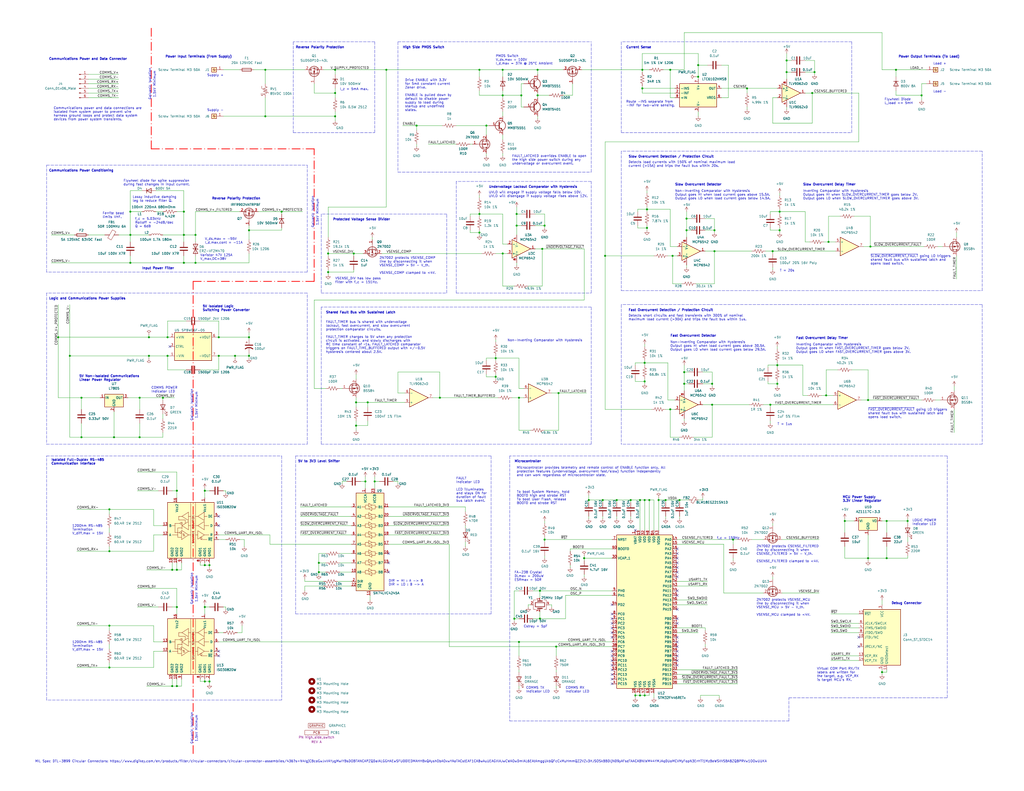
<source format=kicad_sch>
(kicad_sch (version 20211123) (generator eeschema)
  (paper "C")
  (title_block (title "High Side Load Switch") (date "2023-01-16") (rev "A") (company "Pants for Birds") (comment 1 "John McNelly - jkailimcnelly@gmail.com"))
  (lib_symbols
    (symbol "Amplifier_Current:LTC6102xMS8"
      (property "Reference" "U" (at -10.16 8.89 0))
      (property "Value" "LTC6102xMS8" (at 1.27 8.89 0))
      (symbol "LTC6102xMS8_1_1"
        (pin input line (at -12.7 5.08 0) (length 2.54) (name "-INS") (number "1"))
        (pin input line (at -12.7 2.54 0) (length 2.54) (name "-INF") (number "2"))
        (pin power_in line (at 0 -7.62 90) (length 2.54) (name "V-") (number "3"))
        (pin output line (at 12.7 5.08 180) (length 2.54) (name "OUT") (number "4"))
        (pin passive line (at 0 -7.62 90) (length 2.54) hide (name "V-") (number "5"))
        (pin output line (at 12.7 0 180) (length 2.54) (name "VREG") (number "6"))
        (pin power_in line (at 0 10.16 270) (length 2.54) (name "V+") (number "7"))
        (pin input line (at -12.7 0 0) (length 2.54) (name "+IN") (number "8"))
      )
    )
    (symbol "Amplifier_Operational:TLV9062xD" (pin_names (offset 0.127))
      (property "Reference" "U" (at 2.54 6.35 0))
      (property "Value" "TLV9062xD" (at 2.54 3.81 0))
      (symbol "TLV9062xD_1_1"
        (pin output line (at 7.62 0 180) (length 2.54) (name "~") (number "1"))
        (pin input line (at -7.62 -2.54 0) (length 2.54) (name "-") (number "2"))
        (pin input line (at -7.62 2.54 0) (length 2.54) (name "+") (number "3"))
      )
      (symbol "TLV9062xD_2_1"
        (pin input line (at -7.62 2.54 0) (length 2.54) (name "+") (number "5"))
        (pin input line (at -7.62 -2.54 0) (length 2.54) (name "-") (number "6"))
        (pin output line (at 7.62 0 180) (length 2.54) (name "~") (number "7"))
      )
      (symbol "TLV9062xD_3_1"
        (pin power_in line (at 0 -7.62 90) (length 3.81) (name "V-") (number "4"))
        (pin power_in line (at 0 7.62 270) (length 3.81) (name "V+") (number "8"))
      )
    )
    (symbol "Connector:Conn_01x06_Male" (pin_names (offset 1.016) hide)
      (property "Reference" "J" (at 0 7.62 0))
      (property "Value" "Conn_01x06_Male" (at 0 -10.16 0))
      (symbol "Conn_01x06_Male_1_1"
        (pin passive line (at 5.08 5.08 180) (length 3.81) (name "Pin_1") (number "1"))
        (pin passive line (at 5.08 2.54 180) (length 3.81) (name "Pin_2") (number "2"))
        (pin passive line (at 5.08 0 180) (length 3.81) (name "Pin_3") (number "3"))
        (pin passive line (at 5.08 -2.54 180) (length 3.81) (name "Pin_4") (number "4"))
        (pin passive line (at 5.08 -5.08 180) (length 3.81) (name "Pin_5") (number "5"))
        (pin passive line (at 5.08 -7.62 180) (length 3.81) (name "Pin_6") (number "6"))
      )
    )
    (symbol "Connector:Conn_ST_STDC14"
      (property "Reference" "J" (at -8.89 16.51 0))
      (property "Value" "Conn_ST_STDC14" (at 17.78 16.51 0))
      (symbol "Conn_ST_STDC14_1_1"
        (pin no_connect line (at -10.16 5.08 0) (length 2.54) hide (name "NC") (number "1"))
        (pin output line (at 12.7 0 180) (length 2.54) (name "JTDI/NC") (number "10"))
        (pin passive line (at -2.54 -17.78 90) (length 2.54) (name "GNDDetect") (number "11"))
        (pin open_collector line (at 12.7 12.7 180) (length 2.54) (name "~{RST}") (number "12"))
        (pin output line (at 12.7 -10.16 180) (length 2.54) (name "VCP_RX") (number "13"))
        (pin input line (at 12.7 -12.7 180) (length 2.54) (name "VCP_TX") (number "14"))
        (pin no_connect line (at -10.16 2.54 0) (length 2.54) hide (name "NC") (number "2"))
        (pin power_in line (at 0 17.78 270) (length 2.54) (name "VCC") (number "3"))
        (pin bidirectional line (at 12.7 5.08 180) (length 2.54) (name "JTMS/SWDIO") (number "4"))
        (pin power_in line (at 0 -17.78 90) (length 2.54) (name "GND") (number "5"))
        (pin output line (at 12.7 7.62 180) (length 2.54) (name "JCLK/SWCLK") (number "6"))
        (pin passive line (at 0 -17.78 90) (length 2.54) hide (name "GND") (number "7"))
        (pin input line (at 12.7 2.54 180) (length 2.54) (name "JTDO/SWO") (number "8"))
        (pin input line (at 12.7 -5.08 180) (length 2.54) (name "JRCLK/NC") (number "9"))
      )
    )
    (symbol "Connector:Screw_Terminal_01x01" (pin_names (offset 1.016) hide)
      (property "Reference" "J" (at 0 2.54 0))
      (property "Value" "Screw_Terminal_01x01" (at 0 -2.54 0))
      (symbol "Screw_Terminal_01x01_1_1"
        (pin passive line (at -5.08 0 0) (length 3.81) (name "Pin_1") (number "1"))
      )
    )
    (symbol "Custom_Comparator:MCP6542" (pin_names (offset 0.127))
      (property "Reference" "U" (at 2.54 6.35 0))
      (property "Value" "MCP6542" (at 2.54 3.81 0))
      (symbol "MCP6542_1_1"
        (pin output line (at 7.62 0 180) (length 2.54) (name "~") (number "1"))
        (pin input line (at -7.62 -2.54 0) (length 2.54) (name "-") (number "2"))
        (pin input line (at -7.62 2.54 0) (length 2.54) (name "+") (number "3"))
      )
      (symbol "MCP6542_2_1"
        (pin input line (at -7.62 2.54 0) (length 2.54) (name "+") (number "5"))
        (pin input line (at -7.62 -2.54 0) (length 2.54) (name "-") (number "6"))
        (pin output line (at 7.62 0 180) (length 2.54) (name "~") (number "7"))
      )
      (symbol "MCP6542_3_1"
        (pin power_in line (at 0 -7.62 90) (length 3.81) (name "V-") (number "4"))
        (pin power_in line (at 0 7.62 270) (length 3.81) (name "V+") (number "8"))
      )
    )
    (symbol "Custom_Converter_DCDC:SPBW06"
      (property "Reference" "U" (at -8.89 8.89 0))
      (property "Value" "SPBW06" (at 10.16 8.89 0))
      (symbol "SPBW06_1_1"
        (pin power_in line (at -12.7 -5.08 0) (length 2.54) (name "-VIN") (number "1"))
        (pin power_in line (at -12.7 5.08 0) (length 2.54) (name "+VIN") (number "2"))
        (pin input line (at -12.7 0 0) (length 2.54) (name "CTRL") (number "3"))
        (pin no_connect line (at 0 -7.62 90) (length 2.54) hide (name "NC") (number "5"))
        (pin power_out line (at 12.7 5.08 180) (length 2.54) (name "+VOUT") (number "6"))
        (pin passive line (at 12.7 -5.08 180) (length 2.54) (name "-VOUT") (number "7"))
        (pin no_connect line (at 10.16 2.54 180) (length 2.54) hide (name "NC") (number "8"))
      )
    )
    (symbol "Custom_Logic_LevelTranslator:SN74LVC4245A"
      (property "Reference" "U" (at -6.35 11.43 0))
      (property "Value" "SN74LVC4245A" (at 3.81 11.43 0))
      (symbol "SN74LVC4245A_1_1"
        (pin power_in line (at -2.54 12.7 270) (length 2.54) (name "VCCA") (number "1"))
        (pin bidirectional line (at -10.16 -33.02 0) (length 2.54) (name "A8") (number "10"))
        (pin power_in line (at 0 -45.72 90) (length 2.54) (name "GND") (number "11"))
        (pin power_in line (at 0 -45.72 90) (length 2.54) hide (name "GND") (number "12"))
        (pin power_in line (at 0 -45.72 90) (length 2.54) hide (name "GND") (number "13"))
        (pin bidirectional line (at 10.16 -33.02 180) (length 2.54) (name "B8") (number "14"))
        (pin bidirectional line (at 10.16 -27.94 180) (length 2.54) (name "B7") (number "15"))
        (pin bidirectional line (at 10.16 -22.86 180) (length 2.54) (name "B6") (number "16"))
        (pin bidirectional line (at 10.16 -17.78 180) (length 2.54) (name "B5") (number "17"))
        (pin bidirectional line (at 10.16 -12.7 180) (length 2.54) (name "B4") (number "18"))
        (pin bidirectional line (at 10.16 -7.62 180) (length 2.54) (name "B3") (number "19"))
        (pin input line (at -10.16 -38.1 0) (length 2.54) (name "DIR") (number "2"))
        (pin bidirectional line (at 10.16 -2.54 180) (length 2.54) (name "B2") (number "20"))
        (pin bidirectional line (at 10.16 2.54 180) (length 2.54) (name "B1") (number "21"))
        (pin input line (at -10.16 -40.64 0) (length 2.54) (name "~{OE}") (number "22"))
        (pin power_in line (at 2.54 12.7 270) (length 2.54) (name "VCCB") (number "23"))
        (pin power_in line (at 2.54 12.7 270) (length 2.54) hide (name "VCCB") (number "24"))
        (pin bidirectional line (at -10.16 2.54 0) (length 2.54) (name "A1") (number "3"))
        (pin bidirectional line (at -10.16 -2.54 0) (length 2.54) (name "A2") (number "4"))
        (pin bidirectional line (at -10.16 -7.62 0) (length 2.54) (name "A3") (number "5"))
        (pin bidirectional line (at -10.16 -12.7 0) (length 2.54) (name "A4") (number "6"))
        (pin bidirectional line (at -10.16 -17.78 0) (length 2.54) (name "A5") (number "7"))
        (pin bidirectional line (at -10.16 -22.86 0) (length 2.54) (name "A6") (number "8"))
        (pin bidirectional line (at -10.16 -27.94 0) (length 2.54) (name "A7") (number "9"))
      )
    )
    (symbol "Custom_Placeholder:Graphic" (pin_numbers hide) (pin_names (offset 0) hide) (in_bom no)
      (property "Reference" "GRAPHIC" (at 0 2.54 0))
      (symbol "Graphic_0_0"
        (text "GRAPHIC" (at 0 0 0) (effects (font (size 1.27 1.27))))
      )
    )
    (symbol "Custom_Placeholder:PCB" (pin_numbers hide) (pin_names (offset 0) hide)
      (property "Reference" "PCB" (at 0 4.445 0))
      (property "MPN" "PN XXXXXXX" (at 0 -2.54 0))
      (property "REV" "REV _" (at -3.175 -4.445 0))
      (symbol "PCB_0_0"
        (text "PCB" (at 0 0 0) (effects (font (size 1.27 1.27))))
      )
    )
    (symbol "Device:C" (pin_numbers hide) (pin_names (offset 0.254))
      (property "Reference" "C" (at 0.635 2.54 0))
      (property "Value" "C" (at 0.635 -2.54 0))
      (symbol "C_1_1"
        (pin passive line (at 0 3.81 270) (length 2.794) (name "~") (number "1"))
        (pin passive line (at 0 -3.81 90) (length 2.794) (name "~") (number "2"))
      )
    )
    (symbol "Device:C_Polarized_US" (pin_numbers hide) (pin_names (offset 0.254) hide)
      (property "Reference" "C" (at 0.635 2.54 0))
      (property "Value" "C_Polarized_US" (at 0.635 -2.54 0))
      (symbol "C_Polarized_US_1_1"
        (pin passive line (at 0 3.81 270) (length 2.794) (name "~") (number "1"))
        (pin passive line (at 0 -3.81 90) (length 3.302) (name "~") (number "2"))
      )
    )
    (symbol "Device:Crystal_GND24" (pin_names (offset 1.016) hide)
      (property "Reference" "Y" (at 3.175 5.08 0))
      (property "Value" "Crystal_GND24" (at 3.175 3.175 0))
      (symbol "Crystal_GND24_1_1"
        (pin passive line (at -3.81 0 0) (length 1.27) (name "1") (number "1"))
        (pin passive line (at 0 5.08 270) (length 1.27) (name "2") (number "2"))
        (pin passive line (at 3.81 0 180) (length 1.27) (name "3") (number "3"))
        (pin passive line (at 0 -5.08 90) (length 1.27) (name "4") (number "4"))
      )
    )
    (symbol "Device:D" (pin_numbers hide) (pin_names (offset 1.016) hide)
      (property "Reference" "D" (at 0 2.54 0))
      (property "Value" "D" (at 0 -2.54 0))
      (symbol "D_1_1"
        (pin passive line (at -3.81 0 0) (length 2.54) (name "K") (number "1"))
        (pin passive line (at 3.81 0 180) (length 2.54) (name "A") (number "2"))
      )
    )
    (symbol "Device:D_TVS" (pin_numbers hide) (pin_names (offset 1.016) hide)
      (property "Reference" "D" (at 0 2.54 0))
      (property "Value" "D_TVS" (at 0 -2.54 0))
      (symbol "D_TVS_1_1"
        (pin passive line (at -3.81 0 0) (length 2.54) (name "A1") (number "1"))
        (pin passive line (at 3.81 0 180) (length 2.54) (name "A2") (number "2"))
      )
    )
    (symbol "Device:D_Zener" (pin_numbers hide) (pin_names (offset 1.016) hide)
      (property "Reference" "D" (at 0 2.54 0))
      (property "Value" "D_Zener" (at 0 -2.54 0))
      (symbol "D_Zener_1_1"
        (pin passive line (at -3.81 0 0) (length 2.54) (name "K") (number "1"))
        (pin passive line (at 3.81 0 180) (length 2.54) (name "A") (number "2"))
      )
    )
    (symbol "Device:FerriteBead" (pin_numbers hide) (pin_names (offset 0))
      (property "Reference" "FB" (at -3.81 0.635 90))
      (property "Value" "FerriteBead" (at 3.81 0 90))
      (symbol "FerriteBead_1_1"
        (pin passive line (at 0 3.81 270) (length 2.54) (name "~") (number "1"))
        (pin passive line (at 0 -3.81 90) (length 2.54) (name "~") (number "2"))
      )
    )
    (symbol "Device:FerriteBead_Small" (pin_numbers hide) (pin_names (offset 0))
      (property "Reference" "FB" (at 1.905 1.27 0))
      (property "Value" "FerriteBead_Small" (at 1.905 -1.27 0))
      (symbol "FerriteBead_Small_1_1"
        (pin passive line (at 0 2.54 270) (length 1.27) (name "~") (number "1"))
        (pin passive line (at 0 -2.54 90) (length 1.27) (name "~") (number "2"))
      )
    )
    (symbol "Device:Fuse" (pin_numbers hide) (pin_names (offset 0))
      (property "Reference" "F" (at 2.032 0 90))
      (property "Value" "Fuse" (at -1.905 0 90))
      (symbol "Fuse_1_1"
        (pin passive line (at 0 3.81 270) (length 1.27) (name "~") (number "1"))
        (pin passive line (at 0 -3.81 90) (length 1.27) (name "~") (number "2"))
      )
    )
    (symbol "Device:L" (pin_numbers hide) (pin_names (offset 1.016) hide)
      (property "Reference" "L" (at -1.27 0 90))
      (property "Value" "L" (at 1.905 0 90))
      (symbol "L_1_1"
        (pin passive line (at 0 3.81 270) (length 1.27) (name "1") (number "1"))
        (pin passive line (at 0 -3.81 90) (length 1.27) (name "2") (number "2"))
      )
    )
    (symbol "Device:LED" (pin_numbers hide) (pin_names (offset 1.016) hide)
      (property "Reference" "D" (at 0 2.54 0))
      (property "Value" "LED" (at 0 -2.54 0))
      (symbol "LED_1_1"
        (pin passive line (at -3.81 0 0) (length 2.54) (name "K") (number "1"))
        (pin passive line (at 3.81 0 180) (length 2.54) (name "A") (number "2"))
      )
    )
    (symbol "Device:Q_NPN_BEC" (pin_names (offset 0) hide)
      (property "Reference" "Q" (at 5.08 1.27 0))
      (property "Value" "Q_NPN_BEC" (at 5.08 -1.27 0))
      (symbol "Q_NPN_BEC_1_1"
        (pin input line (at -5.08 0 0) (length 5.715) (name "B") (number "1"))
        (pin passive line (at 2.54 -5.08 90) (length 2.54) (name "E") (number "2"))
        (pin passive line (at 2.54 5.08 270) (length 2.54) (name "C") (number "3"))
      )
    )
    (symbol "Device:Q_PMOS_GDS" (pin_names (offset 0) hide)
      (property "Reference" "Q" (at 5.08 1.27 0))
      (property "Value" "Q_PMOS_GDS" (at 5.08 -1.27 0))
      (symbol "Q_PMOS_GDS_1_1"
        (pin input line (at -5.08 0 0) (length 2.54) (name "G") (number "1"))
        (pin passive line (at 2.54 5.08 270) (length 2.54) (name "D") (number "2"))
        (pin passive line (at 2.54 -5.08 90) (length 2.54) (name "S") (number "3"))
      )
    )
    (symbol "Device:Q_PNP_BEC" (pin_names (offset 0) hide)
      (property "Reference" "Q" (at 5.08 1.27 0))
      (property "Value" "Q_PNP_BEC" (at 5.08 -1.27 0))
      (symbol "Q_PNP_BEC_1_1"
        (pin input line (at -5.08 0 0) (length 5.715) (name "B") (number "1"))
        (pin passive line (at 2.54 -5.08 90) (length 2.54) (name "E") (number "2"))
        (pin passive line (at 2.54 5.08 270) (length 2.54) (name "C") (number "3"))
      )
    )
    (symbol "Device:R_US" (pin_numbers hide) (pin_names (offset 0))
      (property "Reference" "R" (at 2.54 0 90))
      (property "Value" "R_US" (at -2.54 0 90))
      (symbol "R_US_1_1"
        (pin passive line (at 0 3.81 270) (length 1.27) (name "~") (number "1"))
        (pin passive line (at 0 -3.81 90) (length 1.27) (name "~") (number "2"))
      )
    )
    (symbol "Device:Varistor_US" (pin_numbers hide) (pin_names (offset 0))
      (property "Reference" "RV" (at 3.175 0 90))
      (property "Value" "Varistor_US" (at -3.175 0 90))
      (symbol "Varistor_US_0_0"
        (text "U" (at -1.778 -2.032 0) (effects (font (size 1.27 1.27))))
      )
      (symbol "Varistor_US_1_1"
        (pin passive line (at 0 3.81 270) (length 1.27) (name "~") (number "1"))
        (pin passive line (at 0 -3.81 90) (length 1.27) (name "~") (number "2"))
      )
    )
    (symbol "Interface_UART:ISO3082DW" (pin_names (offset 0.762))
      (property "Reference" "U" (at 0 19.05 0))
      (property "Value" "ISO3082DW" (at 0 16.51 0))
      (symbol "ISO3082DW_0_0"
        (text "GALVANIC ISOLATION" (at -1.27 0.508 900) (effects (font (size 1.016 1.016))))
      )
      (symbol "ISO3082DW_1_1"
        (pin power_in line (at -7.62 17.78 270) (length 2.54) (name "Vcc1") (number "1"))
        (pin power_in line (at 7.62 -17.78 90) (length 2.54) (name "GND2") (number "10"))
        (pin no_connect line (at 12.7 10.16 180) (length 2.54) hide (name "NC") (number "11"))
        (pin bidirectional line (at 15.24 -2.54 180) (length 2.54) (name "A") (number "12"))
        (pin bidirectional line (at 15.24 2.54 180) (length 2.54) (name "B") (number "13"))
        (pin no_connect line (at 12.7 7.62 180) (length 2.54) hide (name "NC") (number "14"))
        (pin power_in line (at 10.16 -17.78 90) (length 2.54) (name "GND2") (number "15"))
        (pin power_in line (at 7.62 17.78 270) (length 2.54) (name "Vcc2") (number "16"))
        (pin power_in line (at -10.16 -17.78 90) (length 2.54) (name "GND1") (number "2"))
        (pin output line (at -15.24 -2.54 0) (length 2.54) (name "R") (number "3"))
        (pin input line (at -15.24 -5.08 0) (length 2.54) (name "~{RE}") (number "4"))
        (pin input line (at -15.24 7.62 0) (length 2.54) (name "DE") (number "5"))
        (pin input line (at -15.24 2.54 0) (length 2.54) (name "D") (number "6"))
        (pin power_in line (at -7.62 -17.78 90) (length 2.54) (name "GND1") (number "7"))
        (pin power_in line (at -5.08 -17.78 90) (length 2.54) (name "GND1") (number "8"))
        (pin power_in line (at 5.08 -17.78 90) (length 2.54) (name "GND2") (number "9"))
      )
    )
    (symbol "MCU_ST_STM32F4:STM32F446RETx"
      (property "Reference" "U" (at -15.24 41.91 0))
      (property "Value" "STM32F446RETx" (at 10.16 41.91 0))
      (symbol "STM32F446RETx_1_1"
        (pin power_in line (at -5.08 43.18 270) (length 2.54) (name "VBAT") (number "1"))
        (pin bidirectional line (at -17.78 -7.62 0) (length 2.54) (name "PC2") (number "10"))
        (pin bidirectional line (at -17.78 -10.16 0) (length 2.54) (name "PC3") (number "11"))
        (pin power_in line (at 5.08 -45.72 90) (length 2.54) (name "VSSA") (number "12"))
        (pin power_in line (at 7.62 43.18 270) (length 2.54) (name "VDDA") (number "13"))
        (pin bidirectional line (at 17.78 38.1 180) (length 2.54) (name "PA0") (number "14"))
        (pin bidirectional line (at 17.78 35.56 180) (length 2.54) (name "PA1") (number "15"))
        (pin bidirectional line (at 17.78 33.02 180) (length 2.54) (name "PA2") (number "16"))
        (pin bidirectional line (at 17.78 30.48 180) (length 2.54) (name "PA3") (number "17"))
        (pin power_in line (at -5.08 -45.72 90) (length 2.54) (name "VSS") (number "18"))
        (pin power_in line (at -2.54 43.18 270) (length 2.54) (name "VDD") (number "19"))
        (pin bidirectional line (at -17.78 -35.56 0) (length 2.54) (name "PC13") (number "2"))
        (pin bidirectional line (at 17.78 27.94 180) (length 2.54) (name "PA4") (number "20"))
        (pin bidirectional line (at 17.78 25.4 180) (length 2.54) (name "PA5") (number "21"))
        (pin bidirectional line (at 17.78 22.86 180) (length 2.54) (name "PA6") (number "22"))
        (pin bidirectional line (at 17.78 20.32 180) (length 2.54) (name "PA7") (number "23"))
        (pin bidirectional line (at -17.78 -12.7 0) (length 2.54) (name "PC4") (number "24"))
        (pin bidirectional line (at -17.78 -15.24 0) (length 2.54) (name "PC5") (number "25"))
        (pin bidirectional line (at 17.78 -5.08 180) (length 2.54) (name "PB0") (number "26"))
        (pin bidirectional line (at 17.78 -7.62 180) (length 2.54) (name "PB1") (number "27"))
        (pin bidirectional line (at 17.78 -10.16 180) (length 2.54) (name "PB2") (number "28"))
        (pin bidirectional line (at 17.78 -30.48 180) (length 2.54) (name "PB10") (number "29"))
        (pin bidirectional line (at -17.78 -38.1 0) (length 2.54) (name "PC14") (number "3"))
        (pin power_in line (at -17.78 27.94 0) (length 2.54) (name "VCAP_1") (number "30"))
        (pin power_in line (at -2.54 -45.72 90) (length 2.54) (name "VSS") (number "31"))
        (pin power_in line (at 0 43.18 270) (length 2.54) (name "VDD") (number "32"))
        (pin bidirectional line (at 17.78 -33.02 180) (length 2.54) (name "PB12") (number "33"))
        (pin bidirectional line (at 17.78 -35.56 180) (length 2.54) (name "PB13") (number "34"))
        (pin bidirectional line (at 17.78 -38.1 180) (length 2.54) (name "PB14") (number "35"))
        (pin bidirectional line (at 17.78 -40.64 180) (length 2.54) (name "PB15") (number "36"))
        (pin bidirectional line (at -17.78 -17.78 0) (length 2.54) (name "PC6") (number "37"))
        (pin bidirectional line (at -17.78 -20.32 0) (length 2.54) (name "PC7") (number "38"))
        (pin bidirectional line (at -17.78 -22.86 0) (length 2.54) (name "PC8") (number "39"))
        (pin bidirectional line (at -17.78 -40.64 0) (length 2.54) (name "PC15") (number "4"))
        (pin bidirectional line (at -17.78 -25.4 0) (length 2.54) (name "PC9") (number "40"))
        (pin bidirectional line (at 17.78 17.78 180) (length 2.54) (name "PA8") (number "41"))
        (pin bidirectional line (at 17.78 15.24 180) (length 2.54) (name "PA9") (number "42"))
        (pin bidirectional line (at 17.78 12.7 180) (length 2.54) (name "PA10") (number "43"))
        (pin bidirectional line (at 17.78 10.16 180) (length 2.54) (name "PA11") (number "44"))
        (pin bidirectional line (at 17.78 7.62 180) (length 2.54) (name "PA12") (number "45"))
        (pin bidirectional line (at 17.78 5.08 180) (length 2.54) (name "PA13") (number "46"))
        (pin power_in line (at 0 -45.72 90) (length 2.54) (name "VSS") (number "47"))
        (pin power_in line (at 2.54 43.18 270) (length 2.54) (name "VDD") (number "48"))
        (pin bidirectional line (at 17.78 2.54 180) (length 2.54) (name "PA14") (number "49"))
        (pin input line (at -17.78 10.16 0) (length 2.54) (name "PH0") (number "5"))
        (pin bidirectional line (at 17.78 0 180) (length 2.54) (name "PA15") (number "50"))
        (pin bidirectional line (at -17.78 -27.94 0) (length 2.54) (name "PC10") (number "51"))
        (pin bidirectional line (at -17.78 -30.48 0) (length 2.54) (name "PC11") (number "52"))
        (pin bidirectional line (at -17.78 -33.02 0) (length 2.54) (name "PC12") (number "53"))
        (pin bidirectional line (at -17.78 2.54 0) (length 2.54) (name "PD2") (number "54"))
        (pin bidirectional line (at 17.78 -12.7 180) (length 2.54) (name "PB3") (number "55"))
        (pin bidirectional line (at 17.78 -15.24 180) (length 2.54) (name "PB4") (number "56"))
        (pin bidirectional line (at 17.78 -17.78 180) (length 2.54) (name "PB5") (number "57"))
        (pin bidirectional line (at 17.78 -20.32 180) (length 2.54) (name "PB6") (number "58"))
        (pin bidirectional line (at 17.78 -22.86 180) (length 2.54) (name "PB7") (number "59"))
        (pin input line (at -17.78 7.62 0) (length 2.54) (name "PH1") (number "6"))
        (pin input line (at -17.78 33.02 0) (length 2.54) (name "BOOT0") (number "60"))
        (pin bidirectional line (at 17.78 -25.4 180) (length 2.54) (name "PB8") (number "61"))
        (pin bidirectional line (at 17.78 -27.94 180) (length 2.54) (name "PB9") (number "62"))
        (pin power_in line (at 2.54 -45.72 90) (length 2.54) (name "VSS") (number "63"))
        (pin power_in line (at 5.08 43.18 270) (length 2.54) (name "VDD") (number "64"))
        (pin input line (at -17.78 38.1 0) (length 2.54) (name "NRST") (number "7"))
        (pin bidirectional line (at -17.78 -2.54 0) (length 2.54) (name "PC0") (number "8"))
        (pin bidirectional line (at -17.78 -5.08 0) (length 2.54) (name "PC1") (number "9"))
      )
    )
    (symbol "Mechanical:MountingHole" (pin_names (offset 1.016))
      (property "Reference" "H" (at 0 5.08 0))
      (property "Value" "MountingHole" (at 0 3.175 0))
    )
    (symbol "Regulator_Linear:AZ1117-3.3" (pin_names (offset 0.254))
      (property "Reference" "U" (at -3.81 3.175 0))
      (property "Value" "AZ1117-3.3" (at 0 3.175 0))
      (symbol "AZ1117-3.3_1_1"
        (pin power_in line (at 0 -7.62 90) (length 2.54) (name "GND") (number "1"))
        (pin power_out line (at 7.62 0 180) (length 2.54) (name "VO") (number "2"))
        (pin power_in line (at -7.62 0 0) (length 2.54) (name "VI") (number "3"))
      )
    )
    (symbol "Regulator_Linear:L7805" (pin_names (offset 0.254))
      (property "Reference" "U" (at -3.81 3.175 0))
      (property "Value" "L7805" (at 0 3.175 0))
      (symbol "L7805_1_1"
        (pin power_in line (at -7.62 0 0) (length 2.54) (name "IN") (number "1"))
        (pin power_in line (at 0 -7.62 90) (length 2.54) (name "GND") (number "2"))
        (pin power_out line (at 7.62 0 180) (length 2.54) (name "OUT") (number "3"))
      )
    )
    (symbol "Transistor_FET:2N7002" (pin_names hide)
      (property "Reference" "Q" (at 5.08 1.905 0))
      (property "Value" "2N7002" (at 5.08 0 0))
      (symbol "2N7002_1_1"
        (pin input line (at -5.08 0 0) (length 2.54) (name "G") (number "1"))
        (pin passive line (at 2.54 -5.08 90) (length 2.54) (name "S") (number "2"))
        (pin passive line (at 2.54 5.08 270) (length 2.54) (name "D") (number "3"))
      )
    )
    (symbol "Transistor_FET:BSS84" (pin_names hide)
      (property "Reference" "Q" (at 5.08 1.905 0))
      (property "Value" "BSS84" (at 5.08 0 0))
      (symbol "BSS84_1_1"
        (pin input line (at -5.08 0 0) (length 2.54) (name "G") (number "1"))
        (pin passive line (at 2.54 -5.08 90) (length 2.54) (name "S") (number "2"))
        (pin passive line (at 2.54 5.08 270) (length 2.54) (name "D") (number "3"))
      )
    )
    (symbol "power:+3V3" (power) (pin_names (offset 0))
      (property "Value" "+3V3" (at 0 3.556 0))
      (symbol "+3V3_1_1"
        (pin power_in line (at 0 0 90) (length 0) hide (name "+3V3") (number "1"))
      )
    )
    (symbol "power:+5V" (power) (pin_names (offset 0))
      (property "Value" "+5V" (at 0 3.556 0))
      (symbol "+5V_1_1"
        (pin power_in line (at 0 0 90) (length 0) hide (name "+5V") (number "1"))
      )
    )
    (symbol "power:GND" (power) (pin_names (offset 0))
      (property "Value" "GND" (at 0 -3.81 0))
      (symbol "GND_1_1"
        (pin power_in line (at 0 0 270) (length 0) hide (name "GND") (number "1"))
      )
    )
    (symbol "power:GNDA" (power) (pin_names (offset 0))
      (property "Value" "GNDA" (at 0 -3.81 0))
      (symbol "GNDA_1_1"
        (pin power_in line (at 0 0 270) (length 0) hide (name "GNDA") (number "1"))
      )
    )
    (symbol "power:PWR_FLAG" (power) (pin_numbers hide) (pin_names (offset 0) hide)
      (property "Value" "PWR_FLAG" (at 0 3.81 0))
      (symbol "PWR_FLAG_0_0"
        (pin power_out line (at 0 0 90) (length 0) (name "pwr") (number "1"))
      )
    )
  )
  (junction (at 76.2 238.76))
  (junction (at 194.31 232.41))
  (junction (at 400.05 294.64))
  (junction (at 100.33 143.51))
  (junction (at 135.89 194.31))
  (junction (at 294.64 337.82))
  (junction (at 93.98 311.15))
  (junction (at 199.39 262.89))
  (junction (at 144.78 38.1))
  (junction (at 407.67 48.26))
  (junction (at 274.32 138.43))
  (junction (at 389.89 125.73))
  (junction (at 204.47 262.89))
  (junction (at 114.3 308.61))
  (junction (at 473.71 304.8))
  (junction (at 71.12 115.57))
  (junction (at 270.51 195.58))
  (junction (at 274.32 38.1))
  (junction (at 328.93 273.05))
  (junction (at 488.95 38.1))
  (junction (at 351.79 379.73))
  (junction (at 111.76 331.47))
  (junction (at 44.45 217.17))
  (junction (at 365.76 38.1))
  (junction (at 344.17 273.05))
  (junction (at 363.22 273.05))
  (junction (at 450.85 215.9))
  (junction (at 182.88 63.5))
  (junction (at 367.03 139.7))
  (junction (at 349.25 379.73))
  (junction (at 297.18 294.64))
  (junction (at 281.94 123.19))
  (junction (at 182.88 38.1))
  (junction (at 293.37 38.1))
  (junction (at 336.55 273.05))
  (junction (at 370.84 273.05))
  (junction (at 106.68 128.27))
  (junction (at 350.52 48.26))
  (junction (at 284.48 52.07))
  (junction (at 321.31 273.05))
  (junction (at 424.18 199.39))
  (junction (at 81.28 184.15))
  (junction (at 351.79 208.28))
  (junction (at 200.66 219.71))
  (junction (at 373.38 203.2))
  (junction (at 59.69 300.99))
  (junction (at 106.68 143.51))
  (junction (at 261.62 38.1))
  (junction (at 351.79 273.05))
  (junction (at 429.26 33.02))
  (junction (at 283.21 217.17))
  (junction (at 381 35.56))
  (junction (at 135.89 125.73))
  (junction (at 374.65 119.38))
  (junction (at 96.52 374.65))
  (junction (at 461.01 284.48))
  (junction (at 119.38 194.31))
  (junction (at 353.06 114.3))
  (junction (at 111.76 372.11))
  (junction (at 111.76 267.97))
  (junction (at 96.52 267.97))
  (junction (at 483.87 284.48))
  (junction (at 270.51 205.74))
  (junction (at 240.03 217.17))
  (junction (at 274.32 52.07))
  (junction (at 481.33 367.03))
  (junction (at 96.52 311.15))
  (junction (at 91.44 184.15))
  (junction (at 71.12 128.27))
  (junction (at 280.67 337.82))
  (junction (at 59.69 341.63))
  (junction (at 71.12 143.51))
  (junction (at 153.67 115.57))
  (junction (at 374.65 125.73))
  (junction (at 495.3 284.48))
  (junction (at 389.89 137.16))
  (junction (at 293.37 52.07))
  (junction (at 31.75 184.15))
  (junction (at 297.18 123.19))
  (junction (at 502.92 52.07))
  (junction (at 173.99 307.34))
  (junction (at 381 41.91))
  (junction (at 425.45 115.57))
  (junction (at 353.06 124.46))
  (junction (at 114.3 372.11))
  (junction (at 59.69 278.13))
  (junction (at 128.27 194.31))
  (junction (at 88.9 217.17))
  (junction (at 119.38 184.15))
  (junction (at 173.99 312.42))
  (junction (at 359.41 273.05))
  (junction (at 261.62 116.84))
  (junction (at 424.18 209.55))
  (junction (at 44.45 238.76))
  (junction (at 444.5 39.37))
  (junction (at 62.23 238.76))
  (junction (at 194.31 219.71))
  (junction (at 227.33 68.58))
  (junction (at 452.12 132.08))
  (junction (at 179.07 148.59))
  (junction (at 474.98 134.62))
  (junction (at 135.89 184.15))
  (junction (at 144.78 63.5))
  (junction (at 304.8 214.63))
  (junction (at 93.98 374.65))
  (junction (at 303.53 353.06))
  (junction (at 373.38 209.55))
  (junction (at 182.88 50.8))
  (junction (at 346.71 379.73))
  (junction (at 420.37 220.98))
  (junction (at 91.44 194.31))
  (junction (at 210.82 38.1))
  (junction (at 365.76 223.52))
  (junction (at 349.25 273.05))
  (junction (at 81.28 194.31))
  (junction (at 179.07 138.43))
  (junction (at 483.87 304.8))
  (junction (at 100.33 128.27))
  (junction (at 421.64 137.16))
  (junction (at 388.62 209.55))
  (junction (at 283.21 350.52))
  (junction (at 429.26 39.37))
  (junction (at 318.77 304.8))
  (junction (at 96.52 331.47))
  (junction (at 111.76 308.61))
  (junction (at 351.79 198.12))
  (junction (at 76.2 217.17))
  (junction (at 350.52 38.1))
  (junction (at 330.2 139.7))
  (junction (at 193.04 138.43))
  (junction (at 38.1 194.31))
  (junction (at 294.64 322.58))
  (junction (at 59.69 364.49))
  (junction (at 388.62 220.98))
  (junction (at 261.62 127))
  (junction (at 281.94 116.84))
  (junction (at 473.71 218.44))
  (junction (at 354.33 273.05))
  (junction (at 425.45 125.73))
  (junction (at 265.43 68.58))
  (junction (at 443.23 50.8))
  (junction (at 295.91 135.89))
  (junction (at 100.33 115.57))
  (no_connect (at 369.57 358.14))
  (no_connect (at 369.57 299.72))
  (no_connect (at 369.57 360.68))
  (no_connect (at 334.01 340.36))
  (no_connect (at 212.09 312.42))
  (no_connect (at 369.57 340.36))
  (no_connect (at 369.57 312.42))
  (no_connect (at 334.01 337.82))
  (no_connect (at 369.57 302.26))
  (no_connect (at 369.57 350.52))
  (no_connect (at 369.57 332.74))
  (no_connect (at 334.01 355.6))
  (no_connect (at 334.01 363.22))
  (no_connect (at 119.38 355.6))
  (no_connect (at 212.09 302.26))
  (no_connect (at 334.01 373.38))
  (no_connect (at 369.57 355.6))
  (no_connect (at 334.01 370.84))
  (no_connect (at 468.63 347.98))
  (no_connect (at 334.01 358.14))
  (no_connect (at 369.57 309.88))
  (no_connect (at 369.57 307.34))
  (no_connect (at 334.01 335.28))
  (no_connect (at 334.01 360.68))
  (no_connect (at 334.01 347.98))
  (no_connect (at 119.38 358.14))
  (no_connect (at 334.01 345.44))
  (no_connect (at 369.57 304.8))
  (no_connect (at 369.57 337.82))
  (no_connect (at 119.38 281.94))
  (no_connect (at 334.01 365.76))
  (no_connect (at 369.57 322.58))
  (no_connect (at 334.01 330.2))
  (no_connect (at 369.57 314.96))
  (no_connect (at 369.57 347.98))
  (no_connect (at 369.57 353.06))
  (no_connect (at 369.57 325.12))
  (no_connect (at 119.38 287.02))
  (no_connect (at 334.01 342.9))
  (no_connect (at 212.09 307.34))
  (no_connect (at 468.63 353.06))
  (no_connect (at 369.57 363.22))
  (no_connect (at 334.01 368.3))
  (no_connect (at 92.71 189.23))
  (no_connect (at 346.71 289.56))
  (wire (pts (xy 274.32 49.53) (xy 274.32 52.07)))
  (wire (pts (xy 374.65 125.73) (xy 374.65 129.54)))
  (wire (pts (xy 191.77 281.94) (xy 163.83 281.94)))
  (wire (pts (xy 349.25 378.46) (xy 349.25 379.73)))
  (wire (pts (xy 74.93 321.31) (xy 96.52 321.31)))
  (wire (pts (xy 425.45 115.57) (xy 439.42 115.57)))
  (wire (pts (xy 283.21 350.52) (xy 283.21 358.14)))
  (wire (pts (xy 410.21 294.64) (xy 416.56 294.64)))
  (wire (pts (xy 443.23 67.31) (xy 443.23 50.8)))
  (wire (pts (xy 83.82 355.6) (xy 88.9 355.6)))
  (wire (pts (xy 417.83 137.16) (xy 421.64 137.16)))
  (polyline (pts (xy 217.17 22.86) (xy 322.58 22.86)))
  (wire (pts (xy 473.71 304.8) (xy 483.87 304.8)))
  (wire (pts (xy 421.64 146.05) (xy 421.64 147.32)))
  (wire (pts (xy 182.88 38.1) (xy 182.88 40.64)))
  (polyline (pts (xy 322.58 99.06) (xy 248.92 99.06)))
  (wire (pts (xy 81.28 194.31) (xy 91.44 194.31)))
  (wire (pts (xy 346.71 199.39) (xy 346.71 198.12)))
  (wire (pts (xy 350.52 48.26) (xy 350.52 50.8)))
  (wire (pts (xy 364.49 218.44) (xy 368.3 218.44)))
  (wire (pts (xy 373.38 17.78) (xy 481.33 17.78)))
  (polyline (pts (xy 167.64 148.59) (xy 25.4 148.59)))
  (wire (pts (xy 59.69 278.13) (xy 83.82 278.13)))
  (wire (pts (xy 270.51 195.58) (xy 283.21 195.58)))
  (wire (pts (xy 96.52 115.57) (xy 100.33 115.57)))
  (wire (pts (xy 359.41 273.05) (xy 363.22 273.05)))
  (wire (pts (xy 453.39 342.9) (xy 468.63 342.9)))
  (wire (pts (xy 109.22 372.11) (xy 109.22 370.84)))
  (wire (pts (xy 369.57 320.04) (xy 386.08 320.04)))
  (wire (pts (xy 83.82 300.99) (xy 83.82 292.1)))
  (wire (pts (xy 350.52 29.21) (xy 350.52 38.1)))
  (wire (pts (xy 114.3 373.38) (xy 114.3 372.11)))
  (wire (pts (xy 388.62 209.55) (xy 388.62 210.82)))
  (wire (pts (xy 31.75 184.15) (xy 81.28 184.15)))
  (wire (pts (xy 270.51 195.58) (xy 270.51 196.85)))
  (wire (pts (xy 96.52 267.97) (xy 96.52 271.78)))
  (polyline (pts (xy 25.4 148.59) (xy 25.4 90.17)))
  (wire (pts (xy 265.43 204.47) (xy 265.43 205.74)))
  (wire (pts (xy 369.57 330.2) (xy 386.08 330.2)))
  (wire (pts (xy 171.45 212.09) (xy 177.8 212.09)))
  (wire (pts (xy 100.33 132.08) (xy 100.33 128.27)))
  (wire (pts (xy 254 287.02) (xy 254 288.29)))
  (wire (pts (xy 453.39 360.68) (xy 468.63 360.68)))
  (wire (pts (xy 420.37 220.98) (xy 420.37 222.25)))
  (wire (pts (xy 289.56 330.2) (xy 288.29 330.2)))
  (wire (pts (xy 274.32 38.1) (xy 274.32 41.91)))
  (wire (pts (xy 424.18 189.23) (xy 424.18 190.5)))
  (wire (pts (xy 88.9 217.17) (xy 88.9 218.44)))
  (wire (pts (xy 217.17 214.63) (xy 220.98 214.63)))
  (wire (pts (xy 453.39 340.36) (xy 468.63 340.36)))
  (wire (pts (xy 453.39 345.44) (xy 468.63 345.44)))
  (wire (pts (xy 400.05 294.64) (xy 400.05 297.18)))
  (wire (pts (xy 48.26 53.34) (xy 64.77 53.34)))
  (wire (pts (xy 312.42 52.07) (xy 307.34 52.07)))
  (wire (pts (xy 283.21 374.65) (xy 283.21 375.92)))
  (wire (pts (xy 312.42 45.72) (xy 312.42 52.07)))
  (wire (pts (xy 135.89 194.31) (xy 135.89 195.58)))
  (wire (pts (xy 473.71 201.93) (xy 473.71 218.44)))
  (wire (pts (xy 297.18 295.91) (xy 297.18 294.64)))
  (wire (pts (xy 303.53 353.06) (xy 334.01 353.06)))
  (wire (pts (xy 283.21 337.82) (xy 280.67 337.82)))
  (wire (pts (xy 381 29.21) (xy 350.52 29.21)))
  (wire (pts (xy 196.85 262.89) (xy 199.39 262.89)))
  (wire (pts (xy 138.43 38.1) (xy 144.78 38.1)))
  (wire (pts (xy 274.32 52.07) (xy 284.48 52.07)))
  (wire (pts (xy 71.12 132.08) (xy 71.12 128.27)))
  (wire (pts (xy 488.95 38.1) (xy 488.95 41.91)))
  (wire (pts (xy 308.61 325.12) (xy 308.61 337.82)))
  (wire (pts (xy 59.69 300.99) (xy 83.82 300.99)))
  (polyline (pts (xy 339.09 72.39) (xy 464.82 72.39)))
  (wire (pts (xy 354.33 378.46) (xy 354.33 379.73)))
  (wire (pts (xy 351.79 378.46) (xy 351.79 379.73)))
  (wire (pts (xy 439.42 39.37) (xy 444.5 39.37)))
  (polyline (pts (xy 339.09 158.75) (xy 535.94 158.75)))
  (wire (pts (xy 321.31 283.21) (xy 321.31 281.94)))
  (wire (pts (xy 153.67 125.73) (xy 135.89 125.73)))
  (wire (pts (xy 106.68 143.51) (xy 135.89 143.51)))
  (wire (pts (xy 76.2 217.17) (xy 76.2 223.52)))
  (wire (pts (xy 135.89 193.04) (xy 135.89 194.31)))
  (wire (pts (xy 292.1 123.19) (xy 297.18 123.19)))
  (polyline (pts (xy 339.09 22.86) (xy 339.09 72.39)))
  (wire (pts (xy 369.57 317.5) (xy 386.08 317.5)))
  (wire (pts (xy 144.78 38.1) (xy 166.37 38.1)))
  (wire (pts (xy 481.33 367.03) (xy 483.87 367.03)))
  (wire (pts (xy 481.33 284.48) (xy 483.87 284.48)))
  (wire (pts (xy 111.76 308.61) (xy 109.22 308.61)))
  (wire (pts (xy 240.03 217.17) (xy 271.78 217.17)))
  (wire (pts (xy 261.62 125.73) (xy 261.62 127)))
  (polyline (pts (xy 25.4 90.17) (xy 167.64 90.17)))
  (polyline (pts (xy 322.58 167.64) (xy 175.26 167.64)))
  (wire (pts (xy 274.32 52.07) (xy 274.32 53.34)))
  (wire (pts (xy 101.6 175.26) (xy 91.44 175.26)))
  (wire (pts (xy 488.95 52.07) (xy 502.92 52.07)))
  (wire (pts (xy 393.7 35.56) (xy 397.51 35.56)))
  (wire (pts (xy 44.45 217.17) (xy 44.45 223.52)))
  (wire (pts (xy 71.12 143.51) (xy 100.33 143.51)))
  (wire (pts (xy 217.17 264.16) (xy 217.17 262.89)))
  (wire (pts (xy 114.3 308.61) (xy 111.76 308.61)))
  (wire (pts (xy 495.3 293.37) (xy 495.3 295.91)))
  (polyline (pts (xy 25.4 160.02) (xy 25.4 242.57)))
  (wire (pts (xy 261.62 115.57) (xy 261.62 116.84)))
  (wire (pts (xy 210.82 113.03) (xy 179.07 113.03)))
  (wire (pts (xy 200.66 219.71) (xy 220.98 219.71)))
  (wire (pts (xy 369.57 370.84) (xy 402.59 370.84)))
  (wire (pts (xy 347.98 123.19) (xy 347.98 124.46)))
  (wire (pts (xy 293.37 50.8) (xy 293.37 52.07)))
  (wire (pts (xy 119.38 294.64) (xy 123.19 294.64)))
  (wire (pts (xy 407.67 58.42) (xy 407.67 59.69)))
  (wire (pts (xy 297.18 123.19) (xy 297.18 116.84)))
  (wire (pts (xy 69.85 217.17) (xy 76.2 217.17)))
  (wire (pts (xy 349.25 273.05) (xy 351.79 273.05)))
  (wire (pts (xy 388.62 238.76) (xy 388.62 220.98)))
  (wire (pts (xy 347.98 124.46) (xy 353.06 124.46)))
  (wire (pts (xy 279.4 217.17) (xy 283.21 217.17)))
  (wire (pts (xy 270.51 185.42) (xy 270.51 186.69)))
  (wire (pts (xy 372.11 154.94) (xy 367.03 154.94)))
  (polyline (pts (xy 278.13 248.92) (xy 278.13 393.7)))
  (wire (pts (xy 402.59 294.64) (xy 400.05 294.64)))
  (wire (pts (xy 381 43.18) (xy 381 41.91)))
  (wire (pts (xy 347.98 115.57) (xy 347.98 114.3)))
  (wire (pts (xy 397.51 53.34) (xy 393.7 53.34)))
  (wire (pts (xy 179.07 147.32) (xy 179.07 148.59)))
  (wire (pts (xy 356.87 378.46) (xy 356.87 381)))
  (polyline (pts (xy 430.53 393.7) (xy 430.53 381)))
  (wire (pts (xy 132.08 341.63) (xy 132.08 345.44)))
  (wire (pts (xy 274.32 73.66) (xy 274.32 76.2)))
  (wire (pts (xy 80.01 311.15) (xy 93.98 311.15)))
  (wire (pts (xy 106.68 115.57) (xy 130.81 115.57)))
  (wire (pts (xy 119.38 175.26) (xy 119.38 184.15)))
  (wire (pts (xy 304.8 214.63) (xy 320.04 214.63)))
  (wire (pts (xy 96.52 321.31) (xy 96.52 331.47)))
  (wire (pts (xy 281.94 113.03) (xy 281.94 116.84)))
  (wire (pts (xy 351.79 289.56) (xy 351.79 273.05)))
  (wire (pts (xy 194.31 232.41) (xy 194.31 234.95)))
  (wire (pts (xy 458.47 118.11) (xy 452.12 118.11)))
  (wire (pts (xy 424.18 198.12) (xy 424.18 199.39)))
  (wire (pts (xy 121.92 345.44) (xy 119.38 345.44)))
  (wire (pts (xy 400.05 304.8) (xy 400.05 306.07)))
  (wire (pts (xy 185.42 312.42) (xy 191.77 312.42)))
  (wire (pts (xy 419.1 200.66) (xy 419.1 199.39)))
  (wire (pts (xy 265.43 196.85) (xy 265.43 195.58)))
  (wire (pts (xy 416.56 220.98) (xy 420.37 220.98)))
  (wire (pts (xy 502.92 54.61) (xy 502.92 52.07)))
  (wire (pts (xy 481.33 365.76) (xy 481.33 367.03)))
  (polyline (pts (xy 339.09 82.55) (xy 339.09 158.75)))
  (wire (pts (xy 111.76 266.7) (xy 111.76 267.97)))
  (wire (pts (xy 303.53 365.76) (xy 303.53 367.03)))
  (wire (pts (xy 351.79 198.12) (xy 351.79 199.39)))
  (polyline (pts (xy 105.41 153.67) (xy 171.45 153.67)) (stroke (width 0.4) (type dash_dot) (color 255 0 0 1)))
  (wire (pts (xy 109.22 175.26) (xy 119.38 175.26)))
  (wire (pts (xy 171.45 163.83) (xy 171.45 212.09)))
  (wire (pts (xy 199.39 260.35) (xy 199.39 262.89)))
  (wire (pts (xy 424.18 208.28) (xy 424.18 209.55)))
  (wire (pts (xy 294.64 326.39) (xy 294.64 322.58)))
  (wire (pts (xy 365.76 114.3) (xy 365.76 134.62)))
  (wire (pts (xy 27.94 143.51) (xy 71.12 143.51)))
  (wire (pts (xy 303.53 353.06) (xy 303.53 358.14)))
  (wire (pts (xy 369.57 373.38) (xy 402.59 373.38)))
  (wire (pts (xy 474.98 134.62) (xy 504.19 134.62)))
  (wire (pts (xy 351.79 196.85) (xy 351.79 198.12)))
  (wire (pts (xy 318.77 163.83) (xy 171.45 163.83)))
  (wire (pts (xy 407.67 48.26) (xy 424.18 48.26)))
  (wire (pts (xy 284.48 52.07) (xy 284.48 58.42)))
  (wire (pts (xy 270.51 204.47) (xy 270.51 205.74)))
  (wire (pts (xy 186.69 264.16) (xy 186.69 262.89)))
  (wire (pts (xy 363.22 274.32) (xy 363.22 273.05)))
  (wire (pts (xy 321.31 270.51) (xy 321.31 273.05)))
  (wire (pts (xy 351.79 273.05) (xy 354.33 273.05)))
  (wire (pts (xy 419.1 209.55) (xy 424.18 209.55)))
  (wire (pts (xy 212.09 281.94) (xy 245.11 281.94)))
  (wire (pts (xy 461.01 298.45) (xy 461.01 304.8)))
  (wire (pts (xy 283.21 217.17) (xy 283.21 234.95)))
  (wire (pts (xy 474.98 118.11) (xy 474.98 134.62)))
  (wire (pts (xy 288.29 330.2) (xy 288.29 331.47)))
  (wire (pts (xy 106.68 132.08) (xy 106.68 128.27)))
  (wire (pts (xy 381 60.96) (xy 381 63.5)))
  (polyline (pts (xy 25.4 382.27) (xy 25.4 248.92)))
  (wire (pts (xy 119.38 292.1) (xy 147.32 292.1)))
  (polyline (pts (xy 535.94 242.57) (xy 339.09 242.57)))
  (wire (pts (xy 38.1 194.31) (xy 38.1 238.76)))
  (wire (pts (xy 344.17 273.05) (xy 349.25 273.05)))
  (wire (pts (xy 388.62 220.98) (xy 408.94 220.98)))
  (wire (pts (xy 283.21 234.95) (xy 289.56 234.95)))
  (polyline (pts (xy 516.89 248.92) (xy 278.13 248.92)))
  (wire (pts (xy 481.33 367.03) (xy 481.33 368.3)))
  (wire (pts (xy 265.43 205.74) (xy 270.51 205.74)))
  (wire (pts (xy 265.43 68.58) (xy 266.7 68.58)))
  (wire (pts (xy 474.98 134.62) (xy 471.17 134.62)))
  (wire (pts (xy 292.1 135.89) (xy 295.91 135.89)))
  (wire (pts (xy 128.27 194.31) (xy 135.89 194.31)))
  (wire (pts (xy 71.12 128.27) (xy 81.28 128.27)))
  (wire (pts (xy 473.71 218.44) (xy 469.9 218.44)))
  (wire (pts (xy 81.28 184.15) (xy 91.44 184.15)))
  (polyline (pts (xy 153.67 382.27) (xy 25.4 382.27)))
  (wire (pts (xy 121.92 63.5) (xy 144.78 63.5)))
  (wire (pts (xy 295.91 135.89) (xy 318.77 135.89)))
  (wire (pts (xy 481.33 327.66) (xy 481.33 330.2)))
  (wire (pts (xy 109.22 201.93) (xy 119.38 201.93)))
  (wire (pts (xy 83.82 350.52) (xy 88.9 350.52)))
  (wire (pts (xy 381 41.91) (xy 381 35.56)))
  (wire (pts (xy 346.71 379.73) (xy 346.71 381)))
  (wire (pts (xy 439.42 132.08) (xy 441.96 132.08)))
  (wire (pts (xy 304.8 214.63) (xy 304.8 234.95)))
  (wire (pts (xy 521.97 127) (xy 521.97 129.54)))
  (wire (pts (xy 76.2 231.14) (xy 76.2 238.76)))
  (wire (pts (xy 91.44 175.26) (xy 91.44 184.15)))
  (wire (pts (xy 281.94 123.19) (xy 284.48 123.19)))
  (wire (pts (xy 374.65 119.38) (xy 377.19 119.38)))
  (polyline (pts (xy 105.41 153.67) (xy 105.41 411.48)) (stroke (width 0.4) (type dash_dot) (color 255 0 0 1)))
  (wire (pts (xy 443.23 50.8) (xy 468.63 50.8)))
  (wire (pts (xy 100.33 128.27) (xy 106.68 128.27)))
  (wire (pts (xy 425.45 114.3) (xy 425.45 115.57)))
  (wire (pts (xy 369.57 294.64) (xy 400.05 294.64)))
  (wire (pts (xy 182.88 48.26) (xy 182.88 50.8)))
  (wire (pts (xy 173.99 307.34) (xy 173.99 302.26)))
  (wire (pts (xy 114.3 307.34) (xy 114.3 308.61)))
  (wire (pts (xy 281.94 123.19) (xy 281.94 128.27)))
  (wire (pts (xy 354.33 289.56) (xy 354.33 273.05)))
  (wire (pts (xy 265.43 68.58) (xy 265.43 73.66)))
  (polyline (pts (xy 167.64 160.02) (xy 25.4 160.02)))
  (wire (pts (xy 111.76 370.84) (xy 111.76 372.11)))
  (wire (pts (xy 212.09 287.02) (xy 245.11 287.02)))
  (wire (pts (xy 227.33 68.58) (xy 227.33 71.12)))
  (wire (pts (xy 200.66 229.87) (xy 200.66 232.41)))
  (wire (pts (xy 367.03 154.94) (xy 367.03 139.7)))
  (wire (pts (xy 153.67 115.57) (xy 165.1 115.57)))
  (wire (pts (xy 350.52 46.99) (xy 350.52 48.26)))
  (polyline (pts (xy 243.84 160.02) (xy 243.84 116.84)))
  (wire (pts (xy 495.3 283.21) (xy 495.3 284.48)))
  (wire (pts (xy 420.37 116.84) (xy 420.37 115.57)))
  (wire (pts (xy 461.01 283.21) (xy 461.01 284.48)))
  (wire (pts (xy 420.37 115.57) (xy 425.45 115.57)))
  (wire (pts (xy 364.49 198.12) (xy 364.49 218.44)))
  (wire (pts (xy 421.64 67.31) (xy 443.23 67.31)))
  (wire (pts (xy 135.89 184.15) (xy 135.89 185.42)))
  (wire (pts (xy 119.38 194.31) (xy 128.27 194.31)))
  (wire (pts (xy 353.06 124.46) (xy 353.06 125.73)))
  (wire (pts (xy 450.85 215.9) (xy 454.66 215.9)))
  (wire (pts (xy 481.33 17.78) (xy 481.33 38.1)))
  (wire (pts (xy 330.2 223.52) (xy 355.6 223.52)))
  (wire (pts (xy 41.91 278.13) (xy 59.69 278.13)))
  (wire (pts (xy 293.37 38.1) (xy 307.34 38.1)))
  (wire (pts (xy 308.61 337.82) (xy 294.64 337.82)))
  (wire (pts (xy 438.15 199.39) (xy 438.15 215.9)))
  (wire (pts (xy 318.77 135.89) (xy 318.77 163.83)))
  (wire (pts (xy 99.06 374.65) (xy 99.06 370.84)))
  (wire (pts (xy 394.97 297.18) (xy 394.97 323.85)))
  (wire (pts (xy 281.94 116.84) (xy 281.94 123.19)))
  (wire (pts (xy 274.32 60.96) (xy 274.32 63.5)))
  (wire (pts (xy 424.18 53.34) (xy 421.64 53.34)))
  (wire (pts (xy 421.64 137.16) (xy 421.64 138.43)))
  (wire (pts (xy 419.1 199.39) (xy 424.18 199.39)))
  (wire (pts (xy 123.19 267.97) (xy 121.92 267.97)))
  (wire (pts (xy 203.2 129.54) (xy 203.2 130.81)))
  (wire (pts (xy 303.53 374.65) (xy 303.53 375.92)))
  (wire (pts (xy 438.15 215.9) (xy 440.69 215.9)))
  (wire (pts (xy 318.77 304.8) (xy 334.01 304.8)))
  (wire (pts (xy 473.71 304.8) (xy 473.71 306.07)))
  (wire (pts (xy 363.22 223.52) (xy 365.76 223.52)))
  (wire (pts (xy 330.2 139.7) (xy 330.2 223.52)))
  (wire (pts (xy 351.79 207.01) (xy 351.79 208.28)))
  (wire (pts (xy 210.82 38.1) (xy 210.82 113.03)))
  (wire (pts (xy 349.25 289.56) (xy 349.25 273.05)))
  (wire (pts (xy 186.69 262.89) (xy 189.23 262.89)))
  (wire (pts (xy 481.33 38.1) (xy 488.95 38.1)))
  (wire (pts (xy 182.88 50.8) (xy 171.45 50.8)))
  (wire (pts (xy 281.94 116.84) (xy 284.48 116.84)))
  (wire (pts (xy 38.1 194.31) (xy 81.28 194.31)))
  (wire (pts (xy 426.72 294.64) (xy 447.04 294.64)))
  (wire (pts (xy 365.76 38.1) (xy 373.38 38.1)))
  (wire (pts (xy 297.18 116.84) (xy 292.1 116.84)))
  (wire (pts (xy 374.65 115.57) (xy 374.65 119.38)))
  (wire (pts (xy 336.55 273.05) (xy 344.17 273.05)))
  (wire (pts (xy 227.33 78.74) (xy 227.33 80.01)))
  (wire (pts (xy 200.66 219.71) (xy 200.66 222.25)))
  (wire (pts (xy 41.91 364.49) (xy 59.69 364.49)))
  (polyline (pts (xy 267.97 335.28) (xy 267.97 248.92)))
  (wire (pts (xy 351.79 208.28) (xy 351.79 209.55)))
  (wire (pts (xy 270.51 205.74) (xy 270.51 207.01)))
  (wire (pts (xy 365.76 53.34) (xy 368.3 53.34)))
  (wire (pts (xy 429.26 33.02) (xy 429.26 39.37)))
  (wire (pts (xy 283.21 322.58) (xy 280.67 322.58)))
  (wire (pts (xy 111.76 267.97) (xy 114.3 267.97)))
  (wire (pts (xy 274.32 138.43) (xy 276.86 138.43)))
  (wire (pts (xy 193.04 148.59) (xy 179.07 148.59)))
  (wire (pts (xy 31.75 166.37) (xy 31.75 184.15)))
  (wire (pts (xy 41.91 300.99) (xy 59.69 300.99)))
  (wire (pts (xy 353.06 104.14) (xy 353.06 105.41)))
  (wire (pts (xy 83.82 278.13) (xy 83.82 287.02)))
  (wire (pts (xy 429.26 33.02) (xy 431.8 33.02)))
  (wire (pts (xy 182.88 38.1) (xy 210.82 38.1)))
  (wire (pts (xy 194.31 219.71) (xy 194.31 222.25)))
  (wire (pts (xy 317.5 38.1) (xy 350.52 38.1)))
  (wire (pts (xy 185.42 302.26) (xy 191.77 302.26)))
  (wire (pts (xy 300.99 331.47) (xy 300.99 330.2)))
  (wire (pts (xy 488.95 49.53) (xy 488.95 52.07)))
  (wire (pts (xy 328.93 273.05) (xy 336.55 273.05)))
  (wire (pts (xy 283.21 365.76) (xy 283.21 367.03)))
  (wire (pts (xy 83.82 287.02) (xy 88.9 287.02)))
  (wire (pts (xy 424.18 199.39) (xy 424.18 200.66)))
  (wire (pts (xy 373.38 228.6) (xy 373.38 229.87)))
  (wire (pts (xy 270.51 194.31) (xy 270.51 195.58)))
  (wire (pts (xy 147.32 292.1) (xy 147.32 297.18)))
  (wire (pts (xy 283.21 350.52) (xy 334.01 350.52)))
  (wire (pts (xy 425.45 125.73) (xy 425.45 127)))
  (wire (pts (xy 389.89 137.16) (xy 410.21 137.16)))
  (wire (pts (xy 173.99 312.42) (xy 177.8 312.42)))
  (wire (pts (xy 185.42 212.09) (xy 186.69 212.09)))
  (wire (pts (xy 85.09 104.14) (xy 100.33 104.14)))
  (wire (pts (xy 373.38 203.2) (xy 375.92 203.2)))
  (wire (pts (xy 184.15 317.5) (xy 191.77 317.5)))
  (wire (pts (xy 182.88 60.96) (xy 182.88 63.5)))
  (wire (pts (xy 294.64 334.01) (xy 294.64 337.82)))
  (wire (pts (xy 344.17 283.21) (xy 344.17 281.94)))
  (polyline (pts (xy 243.84 116.84) (xy 175.26 116.84)))
  (polyline (pts (xy 175.26 242.57) (xy 322.58 242.57)))
  (wire (pts (xy 293.37 52.07) (xy 299.72 52.07)))
  (polyline (pts (xy 175.26 116.84) (xy 175.26 160.02)))
  (polyline (pts (xy 167.64 90.17) (xy 167.64 148.59)))
  (wire (pts (xy 274.32 38.1) (xy 261.62 38.1)))
  (wire (pts (xy 91.44 194.31) (xy 92.71 194.31)))
  (wire (pts (xy 88.9 128.27) (xy 100.33 128.27)))
  (wire (pts (xy 204.47 260.35) (xy 204.47 262.89)))
  (wire (pts (xy 133.35 294.64) (xy 133.35 298.45)))
  (wire (pts (xy 421.64 285.75) (xy 421.64 287.02)))
  (wire (pts (xy 171.45 50.8) (xy 171.45 45.72)))
  (wire (pts (xy 328.93 283.21) (xy 328.93 281.94)))
  (wire (pts (xy 274.32 116.84) (xy 274.32 133.35)))
  (wire (pts (xy 374.65 144.78) (xy 374.65 146.05)))
  (wire (pts (xy 59.69 361.95) (xy 59.69 364.49)))
  (wire (pts (xy 488.95 38.1) (xy 505.46 38.1)))
  (wire (pts (xy 119.38 350.52) (xy 283.21 350.52)))
  (polyline (pts (xy 204.47 22.86) (xy 160.02 22.86)))
  (wire (pts (xy 176.53 38.1) (xy 182.88 38.1)))
  (wire (pts (xy 483.87 304.8) (xy 495.3 304.8)))
  (wire (pts (xy 453.39 335.28) (xy 468.63 335.28)))
  (wire (pts (xy 280.67 322.58) (xy 280.67 337.82)))
  (wire (pts (xy 119.38 194.31) (xy 118.11 194.31)))
  (wire (pts (xy 311.15 299.72) (xy 334.01 299.72)))
  (wire (pts (xy 83.82 292.1) (xy 88.9 292.1)))
  (wire (pts (xy 48.26 128.27) (xy 57.15 128.27)))
  (wire (pts (xy 31.75 217.17) (xy 31.75 184.15)))
  (wire (pts (xy 373.38 38.1) (xy 373.38 17.78)))
  (wire (pts (xy 233.68 78.74) (xy 248.92 78.74)))
  (wire (pts (xy 429.26 29.21) (xy 429.26 33.02)))
  (wire (pts (xy 261.62 116.84) (xy 274.32 116.84)))
  (wire (pts (xy 466.09 118.11) (xy 474.98 118.11)))
  (wire (pts (xy 93.98 311.15) (xy 96.52 311.15)))
  (wire (pts (xy 194.31 229.87) (xy 194.31 232.41)))
  (wire (pts (xy 379.73 154.94) (xy 389.89 154.94)))
  (wire (pts (xy 389.89 125.73) (xy 389.89 127)))
  (wire (pts (xy 76.2 238.76) (xy 62.23 238.76)))
  (wire (pts (xy 62.23 224.79) (xy 62.23 238.76)))
  (wire (pts (xy 283.21 217.17) (xy 285.75 217.17)))
  (wire (pts (xy 293.37 63.5) (xy 293.37 64.77)))
  (polyline (pts (xy 153.67 248.92) (xy 153.67 382.27)))
  (wire (pts (xy 204.47 262.89) (xy 204.47 266.7)))
  (wire (pts (xy 111.76 330.2) (xy 111.76 331.47)))
  (wire (pts (xy 295.91 156.21) (xy 288.29 156.21)))
  (wire (pts (xy 245.11 297.18) (xy 245.11 353.06)))
  (wire (pts (xy 468.63 50.8) (xy 468.63 77.47)))
  (wire (pts (xy 185.42 307.34) (xy 191.77 307.34)))
  (wire (pts (xy 351.79 198.12) (xy 364.49 198.12)))
  (wire (pts (xy 421.64 53.34) (xy 421.64 67.31)))
  (wire (pts (xy 194.31 219.71) (xy 200.66 219.71)))
  (wire (pts (xy 293.37 40.64) (xy 293.37 38.1)))
  (wire (pts (xy 369.57 365.76) (xy 402.59 365.76)))
  (wire (pts (xy 425.45 124.46) (xy 425.45 125.73)))
  (wire (pts (xy 71.12 115.57) (xy 71.12 104.14)))
  (wire (pts (xy 41.91 341.63) (xy 59.69 341.63)))
  (wire (pts (xy 354.33 38.1) (xy 350.52 38.1)))
  (wire (pts (xy 48.26 48.26) (xy 64.77 48.26)))
  (wire (pts (xy 285.75 45.72) (xy 284.48 45.72)))
  (wire (pts (xy 135.89 138.43) (xy 135.89 143.51)))
  (polyline (pts (xy 25.4 242.57) (xy 167.64 242.57)))
  (polyline (pts (xy 535.94 158.75) (xy 535.94 82.55)))
  (wire (pts (xy 502.92 45.72) (xy 505.46 45.72)))
  (polyline (pts (xy 535.94 166.37) (xy 535.94 242.57)))
  (wire (pts (xy 424.18 209.55) (xy 424.18 210.82)))
  (wire (pts (xy 100.33 115.57) (xy 100.33 128.27)))
  (wire (pts (xy 336.55 283.21) (xy 336.55 281.94)))
  (wire (pts (xy 354.33 379.73) (xy 351.79 379.73)))
  (wire (pts (xy 356.87 273.05) (xy 356.87 289.56)))
  (polyline (pts (xy 535.94 166.37) (xy 339.09 166.37)))
  (wire (pts (xy 346.71 378.46) (xy 346.71 379.73)))
  (wire (pts (xy 311.15 300.99) (xy 311.15 299.72)))
  (wire (pts (xy 294.64 322.58) (xy 334.01 322.58)))
  (wire (pts (xy 208.28 138.43) (xy 262.89 138.43)))
  (wire (pts (xy 308.61 325.12) (xy 334.01 325.12)))
  (wire (pts (xy 59.69 341.63) (xy 59.69 344.17)))
  (wire (pts (xy 300.99 330.2) (xy 299.72 330.2)))
  (wire (pts (xy 217.17 262.89) (xy 214.63 262.89)))
  (wire (pts (xy 359.41 289.56) (xy 359.41 273.05)))
  (polyline (pts (xy 322.58 93.98) (xy 322.58 22.86)))
  (wire (pts (xy 444.5 39.37) (xy 444.5 40.64)))
  (wire (pts (xy 59.69 278.13) (xy 59.69 280.67)))
  (wire (pts (xy 31.75 217.17) (xy 44.45 217.17)))
  (wire (pts (xy 254 295.91) (xy 254 298.45)))
  (wire (pts (xy 353.06 113.03) (xy 353.06 114.3)))
  (wire (pts (xy 394.97 323.85) (xy 416.56 323.85)))
  (wire (pts (xy 254 276.86) (xy 254 279.4)))
  (wire (pts (xy 280.67 337.82) (xy 280.67 339.09)))
  (wire (pts (xy 388.62 209.55) (xy 388.62 203.2)))
  (wire (pts (xy 365.76 38.1) (xy 365.76 53.34)))
  (wire (pts (xy 166.37 320.04) (xy 176.53 320.04)))
  (wire (pts (xy 133.35 294.64) (xy 130.81 294.64)))
  (wire (pts (xy 384.81 351.79) (xy 384.81 353.06)))
  (wire (pts (xy 114.3 372.11) (xy 111.76 372.11)))
  (wire (pts (xy 444.5 39.37) (xy 444.5 33.02)))
  (wire (pts (xy 424.18 199.39) (xy 438.15 199.39)))
  (wire (pts (xy 449.58 132.08) (xy 452.12 132.08)))
  (wire (pts (xy 119.38 184.15) (xy 118.11 184.15)))
  (wire (pts (xy 38.1 238.76) (xy 44.45 238.76)))
  (wire (pts (xy 495.3 284.48) (xy 495.3 285.75)))
  (wire (pts (xy 144.78 38.1) (xy 144.78 45.72)))
  (wire (pts (xy 444.5 33.02) (xy 439.42 33.02)))
  (wire (pts (xy 370.84 273.05) (xy 375.92 273.05)))
  (wire (pts (xy 383.54 209.55) (xy 388.62 209.55)))
  (wire (pts (xy 121.92 38.1) (xy 130.81 38.1)))
  (wire (pts (xy 182.88 50.8) (xy 182.88 53.34)))
  (wire (pts (xy 111.76 267.97) (xy 111.76 271.78)))
  (wire (pts (xy 261.62 38.1) (xy 261.62 41.91)))
  (wire (pts (xy 350.52 48.26) (xy 368.3 48.26)))
  (wire (pts (xy 81.28 194.31) (xy 81.28 195.58)))
  (wire (pts (xy 261.62 127) (xy 261.62 128.27)))
  (wire (pts (xy 311.15 308.61) (xy 311.15 309.88)))
  (wire (pts (xy 520.7 223.52) (xy 520.7 236.22)))
  (wire (pts (xy 293.37 38.1) (xy 274.32 38.1)))
  (wire (pts (xy 452.12 132.08) (xy 455.93 132.08)))
  (wire (pts (xy 350.52 50.8) (xy 368.3 50.8)))
  (wire (pts (xy 381 35.56) (xy 386.08 35.56)))
  (wire (pts (xy 71.12 128.27) (xy 71.12 115.57)))
  (polyline (pts (xy 217.17 22.86) (xy 217.17 93.98)))
  (wire (pts (xy 346.71 198.12) (xy 351.79 198.12)))
  (wire (pts (xy 281.94 143.51) (xy 281.94 144.78)))
  (wire (pts (xy 261.62 49.53) (xy 261.62 52.07)))
  (wire (pts (xy 511.81 134.62) (xy 514.35 134.62)))
  (wire (pts (xy 240.03 217.17) (xy 240.03 203.2)))
  (wire (pts (xy 132.08 345.44) (xy 129.54 345.44)))
  (wire (pts (xy 109.22 308.61) (xy 109.22 307.34)))
  (wire (pts (xy 91.44 201.93) (xy 91.44 194.31)))
  (wire (pts (xy 85.09 115.57) (xy 88.9 115.57)))
  (wire (pts (xy 236.22 217.17) (xy 240.03 217.17)))
  (polyline (pts (xy 430.53 381) (xy 516.89 381)))
  (wire (pts (xy 450.85 201.93) (xy 450.85 215.9)))
  (wire (pts (xy 93.98 370.84) (xy 93.98 374.65)))
  (wire (pts (xy 88.9 226.06) (xy 88.9 228.6)))
  (wire (pts (xy 100.33 143.51) (xy 100.33 139.7)))
  (wire (pts (xy 135.89 123.19) (xy 135.89 125.73)))
  (wire (pts (xy 256.54 127) (xy 261.62 127)))
  (wire (pts (xy 227.33 68.58) (xy 241.3 68.58)))
  (wire (pts (xy 245.11 353.06) (xy 303.53 353.06)))
  (wire (pts (xy 153.67 115.57) (xy 153.67 116.84)))
  (wire (pts (xy 153.67 124.46) (xy 153.67 125.73)))
  (wire (pts (xy 93.98 331.47) (xy 96.52 331.47)))
  (wire (pts (xy 483.87 298.45) (xy 483.87 304.8)))
  (polyline (pts (xy 464.82 22.86) (xy 339.09 22.86)))
  (wire (pts (xy 173.99 307.34) (xy 177.8 307.34)))
  (wire (pts (xy 393.7 48.26) (xy 407.67 48.26)))
  (wire (pts (xy 193.04 138.43) (xy 198.12 138.43)))
  (wire (pts (xy 123.19 331.47) (xy 121.92 331.47)))
  (wire (pts (xy 389.89 137.16) (xy 384.81 137.16)))
  (wire (pts (xy 274.32 138.43) (xy 274.32 156.21)))
  (wire (pts (xy 461.01 284.48) (xy 466.09 284.48)))
  (wire (pts (xy 367.03 139.7) (xy 369.57 139.7)))
  (wire (pts (xy 140.97 115.57) (xy 153.67 115.57)))
  (wire (pts (xy 389.89 119.38) (xy 384.81 119.38)))
  (wire (pts (xy 135.89 181.61) (xy 135.89 184.15)))
  (wire (pts (xy 420.37 229.87) (xy 420.37 231.14)))
  (wire (pts (xy 91.44 184.15) (xy 92.71 184.15)))
  (wire (pts (xy 373.38 199.39) (xy 373.38 203.2)))
  (wire (pts (xy 421.64 314.96) (xy 421.64 316.23)))
  (wire (pts (xy 346.71 208.28) (xy 351.79 208.28)))
  (wire (pts (xy 483.87 284.48) (xy 483.87 290.83)))
  (wire (pts (xy 96.52 331.47) (xy 96.52 335.28)))
  (wire (pts (xy 212.09 276.86) (xy 254 276.86)))
  (wire (pts (xy 74.93 331.47) (xy 86.36 331.47)))
  (wire (pts (xy 429.26 39.37) (xy 431.8 39.37)))
  (wire (pts (xy 350.52 38.1) (xy 350.52 39.37)))
  (wire (pts (xy 363.22 283.21) (xy 363.22 281.94)))
  (wire (pts (xy 439.42 115.57) (xy 439.42 132.08)))
  (wire (pts (xy 93.98 267.97) (xy 96.52 267.97)))
  (wire (pts (xy 194.31 217.17) (xy 194.31 219.71)))
  (wire (pts (xy 176.53 317.5) (xy 166.37 317.5)))
  (wire (pts (xy 48.26 43.18) (xy 64.77 43.18)))
  (wire (pts (xy 461.01 290.83) (xy 461.01 284.48)))
  (wire (pts (xy 374.65 125.73) (xy 377.19 125.73)))
  (wire (pts (xy 304.8 234.95) (xy 297.18 234.95)))
  (wire (pts (xy 256.54 125.73) (xy 256.54 127)))
  (wire (pts (xy 106.68 143.51) (xy 106.68 139.7)))
  (wire (pts (xy 111.76 307.34) (xy 111.76 308.61)))
  (wire (pts (xy 274.32 133.35) (xy 276.86 133.35)))
  (wire (pts (xy 397.51 35.56) (xy 397.51 53.34)))
  (wire (pts (xy 365.76 134.62) (xy 369.57 134.62)))
  (wire (pts (xy 521.97 139.7) (xy 521.97 152.4)))
  (wire (pts (xy 346.71 379.73) (xy 349.25 379.73)))
  (wire (pts (xy 83.82 341.63) (xy 83.82 350.52)))
  (wire (pts (xy 179.07 113.03) (xy 179.07 129.54)))
  (wire (pts (xy 384.81 125.73) (xy 389.89 125.73)))
  (wire (pts (xy 147.32 297.18) (xy 191.77 297.18)))
  (wire (pts (xy 336.55 273.05) (xy 336.55 274.32)))
  (wire (pts (xy 426.72 323.85) (xy 447.04 323.85)))
  (wire (pts (xy 369.57 342.9) (xy 384.81 342.9)))
  (wire (pts (xy 261.62 106.68) (xy 261.62 107.95)))
  (wire (pts (xy 261.62 116.84) (xy 261.62 118.11)))
  (wire (pts (xy 111.76 331.47) (xy 114.3 331.47)))
  (wire (pts (xy 212.09 292.1) (xy 245.11 292.1)))
  (polyline (pts (xy 464.82 72.39) (xy 464.82 22.86)))
  (wire (pts (xy 361.95 38.1) (xy 365.76 38.1)))
  (wire (pts (xy 354.33 273.05) (xy 356.87 273.05)))
  (wire (pts (xy 119.38 201.93) (xy 119.38 194.31)))
  (wire (pts (xy 88.9 217.17) (xy 95.25 217.17)))
  (polyline (pts (xy 248.92 99.06) (xy 248.92 160.02)))
  (wire (pts (xy 270.51 138.43) (xy 274.32 138.43)))
  (wire (pts (xy 383.54 273.05) (xy 381 273.05)))
  (wire (pts (xy 359.41 271.78) (xy 359.41 273.05)))
  (wire (pts (xy 365.76 223.52) (xy 368.3 223.52)))
  (wire (pts (xy 88.9 236.22) (xy 88.9 238.76)))
  (wire (pts (xy 429.26 58.42) (xy 429.26 59.69)))
  (polyline (pts (xy 322.58 160.02) (xy 322.58 99.06)))
  (wire (pts (xy 464.82 201.93) (xy 473.71 201.93)))
  (wire (pts (xy 96.52 307.34) (xy 96.52 311.15)))
  (wire (pts (xy 351.79 187.96) (xy 351.79 189.23)))
  (wire (pts (xy 318.77 304.8) (xy 318.77 306.07)))
  (wire (pts (xy 76.2 217.17) (xy 88.9 217.17)))
  (wire (pts (xy 425.45 105.41) (xy 425.45 106.68)))
  (wire (pts (xy 44.45 231.14) (xy 44.45 238.76)))
  (polyline (pts (xy 322.58 242.57) (xy 322.58 167.64)))
  (wire (pts (xy 96.52 370.84) (xy 96.52 374.65)))
  (wire (pts (xy 373.38 203.2) (xy 373.38 209.55)))
  (wire (pts (xy 114.3 370.84) (xy 114.3 372.11)))
  (wire (pts (xy 448.31 215.9) (xy 450.85 215.9)))
  (polyline (pts (xy 278.13 393.7) (xy 430.53 393.7)))
  (wire (pts (xy 144.78 63.5) (xy 182.88 63.5)))
  (polyline (pts (xy 175.26 160.02) (xy 243.84 160.02)))
  (wire (pts (xy 201.93 327.66) (xy 201.93 325.12)))
  (wire (pts (xy 71.12 143.51) (xy 71.12 139.7)))
  (wire (pts (xy 173.99 302.26) (xy 177.8 302.26)))
  (wire (pts (xy 389.89 154.94) (xy 389.89 137.16)))
  (wire (pts (xy 179.07 138.43) (xy 193.04 138.43)))
  (wire (pts (xy 461.01 304.8) (xy 473.71 304.8)))
  (wire (pts (xy 389.89 125.73) (xy 389.89 119.38)))
  (wire (pts (xy 421.64 137.16) (xy 455.93 137.16)))
  (wire (pts (xy 59.69 341.63) (xy 83.82 341.63)))
  (wire (pts (xy 64.77 128.27) (xy 71.12 128.27)))
  (wire (pts (xy 420.37 124.46) (xy 420.37 125.73)))
  (wire (pts (xy 388.62 220.98) (xy 383.54 220.98)))
  (polyline (pts (xy 248.92 160.02) (xy 322.58 160.02)))
  (wire (pts (xy 191.77 276.86) (xy 163.83 276.86)))
  (wire (pts (xy 93.98 307.34) (xy 93.98 311.15)))
  (wire (pts (xy 59.69 351.79) (xy 59.69 354.33)))
  (wire (pts (xy 144.78 53.34) (xy 144.78 63.5)))
  (wire (pts (xy 294.64 322.58) (xy 290.83 322.58)))
  (wire (pts (xy 274.32 83.82) (xy 274.32 85.09)))
  (wire (pts (xy 373.38 209.55) (xy 375.92 209.55)))
  (wire (pts (xy 510.54 218.44) (xy 513.08 218.44)))
  (wire (pts (xy 502.92 52.07) (xy 502.92 45.72)))
  (wire (pts (xy 346.71 207.01) (xy 346.71 208.28)))
  (wire (pts (xy 457.2 201.93) (xy 450.85 201.93)))
  (polyline (pts (xy 171.45 153.67) (xy 171.45 81.28)) (stroke (width 0.4) (type dash_dot) (color 255 0 0 1)))
  (wire (pts (xy 378.46 238.76) (xy 388.62 238.76)))
  (wire (pts (xy 100.33 143.51) (xy 106.68 143.51)))
  (wire (pts (xy 166.37 316.23) (xy 166.37 317.5)))
  (wire (pts (xy 106.68 115.57) (xy 106.68 128.27)))
  (wire (pts (xy 297.18 293.37) (xy 297.18 294.64)))
  (wire (pts (xy 199.39 262.89) (xy 199.39 266.7)))
  (wire (pts (xy 256.54 78.74) (xy 257.81 78.74)))
  (polyline (pts (xy 160.02 22.86) (xy 160.02 72.39)))
  (wire (pts (xy 283.21 212.09) (xy 285.75 212.09)))
  (polyline (pts (xy 217.17 93.98) (xy 322.58 93.98)))
  (wire (pts (xy 425.45 115.57) (xy 425.45 116.84)))
  (wire (pts (xy 384.81 344.17) (xy 384.81 342.9)))
  (wire (pts (xy 194.31 232.41) (xy 200.66 232.41)))
  (wire (pts (xy 297.18 294.64) (xy 334.01 294.64)))
  (wire (pts (xy 392.43 381) (xy 392.43 379.73)))
  (wire (pts (xy 44.45 217.17) (xy 54.61 217.17)))
  (wire (pts (xy 256.54 116.84) (xy 261.62 116.84)))
  (wire (pts (xy 483.87 367.03) (xy 483.87 365.76)))
  (polyline (pts (xy 25.4 248.92) (xy 153.67 248.92)))
  (wire (pts (xy 370.84 274.32) (xy 370.84 273.05)))
  (wire (pts (xy 363.22 273.05) (xy 370.84 273.05)))
  (wire (pts (xy 101.6 201.93) (xy 91.44 201.93)))
  (wire (pts (xy 182.88 63.5) (xy 182.88 66.04)))
  (polyline (pts (xy 171.45 81.28) (xy 82.55 81.28)) (stroke (width 0.4) (type dash_dot) (color 255 0 0 1)))
  (wire (pts (xy 128.27 195.58) (xy 128.27 194.31)))
  (wire (pts (xy 388.62 203.2) (xy 383.54 203.2)))
  (wire (pts (xy 210.82 38.1) (xy 261.62 38.1)))
  (wire (pts (xy 365.76 238.76) (xy 365.76 223.52)))
  (polyline (pts (xy 161.29 248.92) (xy 161.29 335.28)))
  (polyline (pts (xy 167.64 242.57) (xy 167.64 160.02)))
  (wire (pts (xy 374.65 119.38) (xy 374.65 125.73)))
  (wire (pts (xy 297.18 284.48) (xy 297.18 285.75)))
  (wire (pts (xy 473.71 292.1) (xy 473.71 304.8)))
  (wire (pts (xy 74.93 257.81) (xy 96.52 257.81)))
  (wire (pts (xy 71.12 104.14) (xy 77.47 104.14)))
  (wire (pts (xy 452.12 118.11) (xy 452.12 132.08)))
  (wire (pts (xy 284.48 45.72) (xy 284.48 52.07)))
  (wire (pts (xy 96.52 311.15) (xy 99.06 311.15)))
  (wire (pts (xy 191.77 287.02) (xy 163.83 287.02)))
  (wire (pts (xy 119.38 184.15) (xy 135.89 184.15)))
  (wire (pts (xy 379.73 41.91) (xy 381 41.91)))
  (wire (pts (xy 99.06 311.15) (xy 99.06 307.34)))
  (wire (pts (xy 321.31 273.05) (xy 328.93 273.05)))
  (wire (pts (xy 295.91 135.89) (xy 295.91 156.21)))
  (wire (pts (xy 191.77 292.1) (xy 163.83 292.1)))
  (wire (pts (xy 83.82 364.49) (xy 83.82 355.6)))
  (wire (pts (xy 81.28 182.88) (xy 81.28 184.15)))
  (wire (pts (xy 256.54 118.11) (xy 256.54 116.84)))
  (wire (pts (xy 419.1 208.28) (xy 419.1 209.55)))
  (wire (pts (xy 38.1 166.37) (xy 38.1 194.31)))
  (wire (pts (xy 71.12 115.57) (xy 77.47 115.57)))
  (wire (pts (xy 284.48 58.42) (xy 285.75 58.42)))
  (wire (pts (xy 74.93 267.97) (xy 86.36 267.97)))
  (wire (pts (xy 59.69 298.45) (xy 59.69 300.99)))
  (wire (pts (xy 344.17 273.05) (xy 344.17 274.32)))
  (wire (pts (xy 219.71 68.58) (xy 227.33 68.58)))
  (wire (pts (xy 48.26 45.72) (xy 64.77 45.72)))
  (wire (pts (xy 44.45 238.76) (xy 62.23 238.76)))
  (wire (pts (xy 483.87 284.48) (xy 495.3 284.48)))
  (wire (pts (xy 353.06 114.3) (xy 365.76 114.3)))
  (wire (pts (xy 330.2 139.7) (xy 356.87 139.7)))
  (wire (pts (xy 166.37 322.58) (xy 166.37 320.04)))
  (wire (pts (xy 370.84 283.21) (xy 370.84 281.94)))
  (wire (pts (xy 370.84 238.76) (xy 365.76 238.76)))
  (wire (pts (xy 248.92 68.58) (xy 265.43 68.58)))
  (polyline (pts (xy 535.94 82.55) (xy 339.09 82.55)))
  (wire (pts (xy 193.04 138.43) (xy 193.04 139.7)))
  (wire (pts (xy 420.37 220.98) (xy 454.66 220.98)))
  (wire (pts (xy 135.89 125.73) (xy 135.89 130.81)))
  (wire (pts (xy 88.9 238.76) (xy 76.2 238.76)))
  (wire (pts (xy 193.04 147.32) (xy 193.04 148.59)))
  (wire (pts (xy 93.98 374.65) (xy 96.52 374.65)))
  (wire (pts (xy 429.26 39.37) (xy 429.26 43.18)))
  (wire (pts (xy 330.2 77.47) (xy 330.2 139.7)))
  (wire (pts (xy 293.37 52.07) (xy 293.37 53.34)))
  (wire (pts (xy 100.33 104.14) (xy 100.33 115.57)))
  (wire (pts (xy 328.93 274.32) (xy 328.93 273.05)))
  (wire (pts (xy 265.43 83.82) (xy 265.43 85.09)))
  (wire (pts (xy 318.77 303.53) (xy 318.77 304.8)))
  (wire (pts (xy 179.07 137.16) (xy 179.07 138.43)))
  (polyline (pts (xy 339.09 166.37) (xy 339.09 242.57)))
  (wire (pts (xy 369.57 327.66) (xy 386.08 327.66)))
  (polyline (pts (xy 516.89 381) (xy 516.89 248.92)))
  (wire (pts (xy 194.31 204.47) (xy 194.31 207.01)))
  (wire (pts (xy 111.76 372.11) (xy 109.22 372.11)))
  (wire (pts (xy 381 35.56) (xy 381 29.21)))
  (wire (pts (xy 392.43 379.73) (xy 382.27 379.73)))
  (wire (pts (xy 265.43 195.58) (xy 270.51 195.58)))
  (wire (pts (xy 383.54 271.78) (xy 383.54 273.05)))
  (wire (pts (xy 96.52 257.81) (xy 96.52 267.97)))
  (polyline (pts (xy 204.47 72.39) (xy 204.47 22.86)))
  (wire (pts (xy 318.77 314.96) (xy 318.77 313.69)))
  (wire (pts (xy 179.07 148.59) (xy 179.07 149.86)))
  (wire (pts (xy 123.19 269.24) (xy 123.19 267.97)))
  (wire (pts (xy 48.26 50.8) (xy 64.77 50.8)))
  (wire (pts (xy 184.15 320.04) (xy 191.77 320.04)))
  (wire (pts (xy 80.01 374.65) (xy 93.98 374.65)))
  (wire (pts (xy 59.69 288.29) (xy 59.69 290.83)))
  (wire (pts (xy 217.17 203.2) (xy 217.17 214.63)))
  (wire (pts (xy 453.39 358.14) (xy 468.63 358.14)))
  (wire (pts (xy 369.57 345.44) (xy 381 345.44)))
  (wire (pts (xy 59.69 364.49) (xy 83.82 364.49)))
  (wire (pts (xy 420.37 125.73) (xy 425.45 125.73)))
  (wire (pts (xy 240.03 203.2) (xy 217.17 203.2)))
  (wire (pts (xy 369.57 368.3) (xy 402.59 368.3)))
  (wire (pts (xy 27.94 128.27) (xy 40.64 128.27)))
  (wire (pts (xy 207.01 262.89) (xy 204.47 262.89)))
  (wire (pts (xy 369.57 297.18) (xy 394.97 297.18)))
  (wire (pts (xy 382.27 379.73) (xy 382.27 381)))
  (wire (pts (xy 297.18 123.19) (xy 297.18 124.46)))
  (wire (pts (xy 347.98 114.3) (xy 353.06 114.3)))
  (polyline (pts (xy 175.26 167.64) (xy 175.26 242.57)))
  (wire (pts (xy 520.7 210.82) (xy 520.7 213.36)))
  (wire (pts (xy 349.25 379.73) (xy 351.79 379.73)))
  (wire (pts (xy 48.26 40.64) (xy 64.77 40.64)))
  (wire (pts (xy 364.49 139.7) (xy 367.03 139.7)))
  (wire (pts (xy 294.64 337.82) (xy 290.83 337.82)))
  (wire (pts (xy 96.52 374.65) (xy 99.06 374.65)))
  (wire (pts (xy 179.07 138.43) (xy 179.07 139.7)))
  (wire (pts (xy 468.63 77.47) (xy 330.2 77.47)))
  (wire (pts (xy 353.06 114.3) (xy 353.06 115.57)))
  (wire (pts (xy 373.38 209.55) (xy 373.38 213.36)))
  (wire (pts (xy 473.71 218.44) (xy 502.92 218.44)))
  (wire (pts (xy 111.76 331.47) (xy 111.76 335.28)))
  (wire (pts (xy 114.3 309.88) (xy 114.3 308.61)))
  (wire (pts (xy 173.99 313.69) (xy 173.99 312.42)))
  (wire (pts (xy 407.67 48.26) (xy 407.67 50.8)))
  (wire (pts (xy 495.3 303.53) (xy 495.3 304.8)))
  (polyline (pts (xy 82.55 81.28) (xy 82.55 15.24)) (stroke (width 0.4) (type dash_dot) (color 255 0 0 1)))
  (wire (pts (xy 283.21 195.58) (xy 283.21 212.09)))
  (wire (pts (xy 297.18 304.8) (xy 297.18 303.53)))
  (polyline (pts (xy 161.29 335.28) (xy 267.97 335.28)))
  (polyline (pts (xy 160.02 72.39) (xy 204.47 72.39)))
  (wire (pts (xy 274.32 156.21) (xy 280.67 156.21)))
  (wire (pts (xy 274.32 52.07) (xy 261.62 52.07)))
  (wire (pts (xy 300.99 214.63) (xy 304.8 214.63)))
  (polyline (pts (xy 267.97 248.92) (xy 161.29 248.92)))
  (wire (pts (xy 443.23 50.8) (xy 439.42 50.8)))
  (wire (pts (xy 353.06 123.19) (xy 353.06 124.46)))
  (wire (pts (xy 173.99 312.42) (xy 173.99 307.34)))
  (wire (pts (xy 212.09 297.18) (xy 245.11 297.18)))
  (wire (pts (xy 123.19 332.74) (xy 123.19 331.47)))
  (wire (pts (xy 321.31 274.32) (xy 321.31 273.05)))
  (text "Slow Overcurrent Detector" (at 368.3 101.6 0) (effects (font (size 1.27 1.27) bold) (justify left bottom)))
  (text "MIL Spec DTL-3899 Circular Connectors: https://www.digikey.com/en/products/filter/circular-connectors/circular-connector-assemblies/436?s=N4IgjCBcoGwJxVAYygMwIYBsDOBTANCAPZQDaIALGGHAEwSFU00iEDMAHHBxQAyshObAOxwYAoTACstEAF1CABwAuUEAGVlAJwCWAOwDmIAL6EAtAmggUkbQFcCxMuHmmQZ2VZv3HJSOSkBBDljN09yAFsdTAACABNlWM44YMJAq0UoMCVMyFopN3ErHTi1MzBeWSVVSBABZQBPRVw1OOwUUKA" (at 19.05 416.56 0) (effects (font (size 1.27 1.27)) (justify left bottom)))
  (text "Non-Inverting Comparator with Hysteresis\nOutput goes HI when load current goes above 30.5A.\nOutput goes LO when load current goes below 29.5A." (at 365.76 191.77 0) (effects (font (size 1.27 1.27)) (justify left bottom)))
  (text "Non-Inverting Comparator with Hysteresis" (at 276.86 186.69 0) (effects (font (size 1.27 1.27)) (justify left bottom)))
  (text "Fast Overcurrent Delay Timer" (at 434.34 185.42 0) (effects (font (size 1.27 1.27) bold) (justify left bottom)))
  (text "f_c = 5.03kHz\nRolloff = -24dB/dec\nQ = 6dB" (at 73.66 124.46 0) (effects (font (size 1.27 1.27)) (justify left bottom)))
  (text "2N7002 protects VSENSE_MCU\nline by disconnecting it when\nVSENSE_MCU > 5V - V_th.\n\nVSENSE_MCU clamped to <4V." (at 412.75 336.55 0) (effects (font (size 1.27 1.27)) (justify left bottom)))
  (text "Galvanic Isolation" (at 105.41 406.4 90) (effects (font (size 1.27 1.27)) (justify left bottom)))
  (text "Reverse Polarity Protection" (at 115.57 109.22 0) (effects (font (size 1.27 1.27) (thickness 0.254) bold) (justify left bottom)))
  (text "Detects load currents with 150% of nominal maximum load\ncurrent (>15A) and trips the fault bus within 20s." (at 342.9 91.44 0) (effects (font (size 1.27 1.27)) (justify left bottom)))
  (text "Lossy inductive damping\nleg to reduce filter Q." (at 72.39 110.49 0) (effects (font (size 1.27 1.27)) (justify left bottom)))
  (text "Galvanic Isolation" (at 82.55 54.61 90) (effects (font (size 1.27 1.27)) (justify left bottom)))
  (text "FAULT_LATCHED overrides ENABLE to open\nthe high side power switch during any\nundervoltage or overcurrent event." (at 279.4 90.17 0) (effects (font (size 1.27 1.27)) (justify left bottom)))
  (text "Input Power Filter" (at 77.47 147.32 0) (effects (font (size 1.27 1.27) (thickness 0.254) bold) (justify left bottom)))
  (text "Shared Fault Bus with Sustained Latch" (at 177.8 171.45 0) (effects (font (size 1.27 1.27) bold) (justify left bottom)))
  (text "Galvanic Isolation" (at 105.41 229.87 90) (effects (font (size 1.27 1.27)) (justify left bottom)))
  (text "Undervoltage Lockout Comparator with Hysteresis" (at 266.7 102.87 0) (effects (font (size 1.27 1.27) (thickness 0.254) bold) (justify left bottom)))
  (text "Flywheel Diode\nL_load <= 5mH" (at 482.6 57.15 0) (effects (font (size 1.27 1.27)) (justify left bottom)))
  (text "Slow Overcurrent Delay Timer" (at 438.15 101.6 0) (effects (font (size 1.27 1.27) bold) (justify left bottom)))
  (text "FA-238 Crystal\nDLmax = 200uW\nESRmax = 50R" (at 280.67 317.5 0) (effects (font (size 1.27 1.27)) (justify left bottom)))
  (text "Cstray = 5pF" (at 285.75 342.9 0) (effects (font (size 1.27 1.27)) (justify left bottom)))
  (text "FAULT\nIndicator LED\n\nLED illuminates\nand stays ON for\nduration of fault\nbus latch event." (at 248.92 274.32 0) (effects (font (size 1.27 1.27)) (justify left bottom)))
  (text "1.5kV Minimum" (at 107.95 405.13 90) (effects (font (size 1.27 1.27)) (justify left bottom)))
  (text "Communications Power and Data Connector" (at 26.67 33.02 0) (effects (font (size 1.27 1.27) bold) (justify left bottom)))
  (text "T = 1us" (at 424.18 232.41 0) (effects (font (size 1.27 1.27)) (justify left bottom)))
  (text "Supply -" (at 113.03 60.96 0) (effects (font (size 1.27 1.27)) (justify left bottom)))
  (text "UVLO will engage if supply voltage falls below 10V.\nUVLO will disengage if supply voltage rises above 12V." (at 266.7 107.95 0) (effects (font (size 1.27 1.27)) (justify left bottom)))
  (text "Galvanic Isolation" (at 171.45 124.46 90) (effects (font (size 1.27 1.27)) (justify left bottom)))
  (text "I_z = 5mA max." (at 185.42 49.53 0) (effects (font (size 1.27 1.27)) (justify left bottom)))
  (text "Isolated Full-Duplex RS-485\nCommunication Interface" (at 27.94 254 0) (effects (font (size 1.27 1.27) bold) (justify left bottom)))
  (text "Debug Connector" (at 486.41 330.2 0) (effects (font (size 1.27 1.27) (thickness 0.254) bold) (justify left bottom)))
  (text "COMMS TX\nIndicator LED" (at 287.02 378.46 0) (effects (font (size 1.27 1.27)) (justify left bottom)))
  (text "Fast Overcurrent Detector" (at 365.76 184.15 0) (effects (font (size 1.27 1.27) bold) (justify left bottom)))
  (text "COMMS POWER\nIndicator LED" (at 82.55 214.63 0) (effects (font (size 1.27 1.27)) (justify left bottom)))
  (text "Reverse Polarity Protection" (at 161.29 26.67 0) (effects (font (size 1.27 1.27) (thickness 0.254) bold) (justify left bottom)))
  (text "Microcontroller" (at 280.67 252.73 0) (effects (font (size 1.27 1.27) bold) (justify left bottom)))
  (text "Protected Voltage Sense Divider" (at 181.61 120.65 0) (effects (font (size 1.27 1.27) bold) (justify left bottom)))
  (text "1.5kV Minimum" (at 107.95 328.93 90) (effects (font (size 1.27 1.27)) (justify left bottom)))
  (text "Communications Power Conditioning" (at 26.67 93.98 0) (effects (font (size 1.27 1.27) (thickness 0.254) bold) (justify left bottom)))
  (text "PMOS Switch\nV_ds,max = 100V\nI_d,max = 37A @ 25°C Ambient" (at 270.51 35.56 0) (effects (font (size 1.27 1.27)) (justify left bottom)))
  (text "Load +" (at 509.27 35.56 0) (effects (font (size 1.27 1.27)) (justify left bottom)))
  (text "Flywheel diode for spike suppression\nduring fast changes in input current." (at 67.31 101.6 0) (effects (font (size 1.27 1.27)) (justify left bottom)))
  (text "5V to 3V3 Level Shifter" (at 162.56 252.73 0) (effects (font (size 1.27 1.27) bold) (justify left bottom)))
  (text "COMMS RX\nIndicator LED" (at 308.61 378.46 0) (effects (font (size 1.27 1.27)) (justify left bottom)))
  (text "1.5kV Minimum" (at 107.95 228.6 90) (effects (font (size 1.27 1.27)) (justify left bottom)))
  (text "Non-Inverting Comparator with Hysteresis\nOutput goes HI when load current goes above 15.5A.\nOutput goes LO when load current goes below 14.5A." (at 368.3 109.22 0) (effects (font (size 1.27 1.27)) (justify left bottom)))
  (text "Power Input Terminals (From Supply)" (at 90.17 31.75 0) (effects (font (size 1.27 1.27) bold) (justify left bottom)))
  (text "Varistor 47V 125A\nV_max,DC=38V" (at 109.22 142.24 0) (effects (font (size 1.27 1.27)) (justify left bottom)))
  (text "LOGIC POWER\nIndicator LED" (at 497.84 287.02 0) (effects (font (size 1.27 1.27)) (justify left bottom)))
  (text "Inverting Comparator with Hysteresis\nOutput goes HI when FAST_OVERCURRENT_TIMER goes below 2V.\nOutput goes LO when FAST_OVERCURRENT_TIMER goes above 3V." (at 434.34 193.04 0) (effects (font (size 1.27 1.27)) (justify left bottom)))
  (text "Fast Overcurrent Detection / Protection Circuit" (at 342.9 170.18 0) (effects (font (size 1.27 1.27) bold) (justify left bottom)))
  (text "~{SLOW_OVERCURRENT_FAULT} going LO triggers\nshared fault bus with sustained latch and\nopens load switch." (at 474.98 144.78 0) (effects (font (size 1.27 1.27)) (justify left bottom)))
  (text "Inverting Comparator with Hysteresis\nOutput goes HI when SLOW_OVERCURRENT_TIMER goes below 2V.\nOutput goes LO when SLOW_OVERCURRENT_TIMER goes above 3V." (at 438.15 109.22 0) (effects (font (size 1.27 1.27)) (justify left bottom)))
  (text "~{FAST_OVERCURRENT_FAULT} going LO triggers\nshared fault bus with sustained latch and\nopens load switch." (at 473.71 228.6 0) (effects (font (size 1.27 1.27)) (justify left bottom)))
  (text "2N7002 protects VSENSE_COMP\nline by disconnecting it when\nVSENSE_COMP > 5V - V_th.\n\nVSENSE_COMP clamped to <4V." (at 207.01 149.86 0) (effects (font (size 1.27 1.27)) (justify left bottom)))
  (text "Slow Overcurrent Detection / Protection Circuit" (at 342.9 86.36 0) (effects (font (size 1.27 1.27) (thickness 0.254) bold) (justify left bottom)))
  (text "Power Output Terminals (To Load)" (at 490.22 31.75 0) (effects (font (size 1.27 1.27) (thickness 0.254) bold) (justify left bottom)))
  (text "To boot System Memory, hold\nBOOT0 high and strobe RST\nTo boot User Flash, release\nBOOT0 and strobe RST" (at 281.94 275.59 0) (effects (font (size 1.27 1.27)) (justify left bottom)))
  (text "120Ohm RS-485\nTermination\nV_diff,max = 15V" (at 39.37 355.6 0) (effects (font (size 1.27 1.27)) (justify left bottom)))
  (text "Virtual COM Port RX/TX\nlabels are written for\nthe target, e.g. VCP_RX\nis target MCU's RX." (at 445.77 372.11 0) (effects (font (size 1.27 1.27)) (justify left bottom)))
  (text "5V Non-Isolated Communications\nLinear Power Regulator" (at 43.18 208.28 0) (effects (font (size 1.27 1.27) (thickness 0.254) bold) (justify left bottom)))
  (text "T = 20s" (at 425.45 148.59 0) (effects (font (size 1.27 1.27)) (justify left bottom)))
  (text "5V Isolated Logic\nSwitching Power Converter" (at 110.49 170.18 0) (effects (font (size 1.27 1.27) bold) (justify left bottom)))
  (text "DIR = HI : A -> B\nDIR = LO : B -> A" (at 212.09 320.04 0) (effects (font (size 1.27 1.27)) (justify left bottom)))
  (text "Load -" (at 509.27 50.8 0) (effects (font (size 1.27 1.27)) (justify left bottom)))
  (text "Microcontroller provides telemetry and remote control of ENABLE function only. All\nprotection features (undervoltage, overcurrent fast/slow) function independently\nand can work regardless of microcontroller state." (at 281.94 260.35 0) (effects (font (size 1.27 1.27)) (justify left bottom)))
  (text "Ferrite bead\nlimits VHF." (at 55.88 119.38 0) (effects (font (size 1.27 1.27)) (justify left bottom)))
  (text "Communications power and data connections are\nisolated from system power to prevent wire\nharness ground loops and protect data system\ndevices from power system transients." (at 29.21 66.04 0) (effects (font (size 1.27 1.27)) (justify left bottom)))
  (text "Route -INS separate from\n-INF for two-wire sensing." (at 341.63 58.42 0) (effects (font (size 1.27 1.27)) (justify left bottom)))
  (text "1.5kV Minimum" (at 85.09 53.34 90) (effects (font (size 1.27 1.27)) (justify left bottom)))
  (text "Drive ENABLE with 3.3V\nfor 5mA constant current\nZener drive.\n\nENABLE is pulled down by\ndefault to disable power\nsupply to load during\nstartup and undefined\nstates." (at 220.98 60.96 0) (effects (font (size 1.27 1.27)) (justify left bottom)))
  (text "High Side PMOS Switch" (at 219.71 26.67 0) (effects (font (size 1.27 1.27) (thickness 0.254) bold) (justify left bottom)))
  (text "Logic and Communications Power Supplies" (at 26.67 163.83 0) (effects (font (size 1.27 1.27) bold) (justify left bottom)))
  (text "Supply +" (at 113.03 41.91 0) (effects (font (size 1.27 1.27)) (justify left bottom)))
  (text "FAULT_TIMER bus is shared with undervoltage\nlockout, fast overcurrent, and slow overcurrent\nprotection comparator circuits.\n\nFAULT_TIMER charges to 5V when any protection\ncircuit is activated, and slowly discharges with\nRC time constant of ~1s. FAULT_LATCHED comparator\ntriggers on FAULT_TIME_BUFFERED output with +/-0.5V\nhysteresis centered about 2.5V." (at 177.8 193.04 0) (effects (font (size 1.27 1.27)) (justify left bottom)))
  (text "2N7002 protects CSENSE_FILTERED\nline by disconnecting it when\nCSENSE_FILTERED > 5V - V_th.\n\nCSENSE_FILTERED clamped to <4V." (at 412.75 307.34 0) (effects (font (size 1.27 1.27)) (justify left bottom)))
  (text "Current Sense" (at 341.63 26.67 0) (effects (font (size 1.27 1.27) bold) (justify left bottom)))
  (text "MCU Power Supply\n3.3V Linear Regulator" (at 459.74 274.32 0) (effects (font (size 1.27 1.27) (thickness 0.254) bold) (justify left bottom)))
  (text "Detects short circuits and fast transients with 300% of nominal\nmaximum load current (>30A) and trips the fault bus within 1us." (at 342.9 175.26 0) (effects (font (size 1.27 1.27)) (justify left bottom)))
  (text "VSENSE_DIV has low pass\nfilter with f_c = 151Hz." (at 182.88 154.94 0) (effects (font (size 1.27 1.27)) (justify left bottom)))
  (text "V_ds,max = -55V\nI_d,max,cont = -11A" (at 111.76 133.35 0) (effects (font (size 1.27 1.27)) (justify left bottom)))
  (text "f_c = 159Hz" (at 391.16 294.64 0) (effects (font (size 1.27 1.27)) (justify left bottom)))
  (text "120Ohm RS-485\nTermination\nV_diff,max = 15V" (at 39.37 292.1 0) (effects (font (size 1.27 1.27)) (justify left bottom)))
  (text "Galvanic Isolation" (at 105.41 330.2 90) (effects (font (size 1.27 1.27)) (justify left bottom)))
  (text "1.5kV Minimum" (at 173.99 123.19 90) (effects (font (size 1.27 1.27)) (justify left bottom)))
  (label "FAULT_TIMER" (at 204.47 219.71 0))
  (label "FAULT_TIMER" (at 521.97 152.4 90))
  (label "~{UNDERVOLTAGE_FAULT}" (at 318.77 135.89 180))
  (label "COMMS_V+_PROTECTED" (at 31.75 166.37 270))
  (label "FAST_OVERCURRENT_TIMER" (at 422.91 220.98 0))
  (label "COMMS_V-" (at 27.94 143.51 0))
  (label "~{SLOW_OVERCURRENT_FAULT_3V3}" (at 402.59 370.84 180))
  (label "SLOW_OVERCURRENT_TIMER" (at 424.18 137.16 0))
  (label "VSENSE_DIV" (at 447.04 323.85 180))
  (label "V_SUPPLY_PROTECTED" (at 180.34 38.1 0))
  (label "~{RST}" (at 453.39 335.28 0))
  (label "CSENSE_FILTERED" (at 372.11 294.64 0))
  (label "SWD_SWDIO" (at 386.08 327.66 180))
  (label "OSC_N" (at 311.15 322.58 0))
  (label "OSC_P" (at 311.15 325.12 0))
  (label "~{UNDERVOLTAGE_FAULT}" (at 163.83 281.94 0))
  (label "CSENSE" (at 407.67 48.26 180))
  (label "COMMS_UART_TX_ISOL" (at 309.88 350.52 0))
  (label "~{FAST_OVERCURRENT_FAULT}" (at 163.83 292.1 0))
  (label "COMMS_RX-" (at 41.91 278.13 0))
  (label "VSENSE_COMP" (at 210.82 138.43 0))
  (label "~{SLOW_OVERCURRENT_FAULT_3V3}" (at 245.11 287.02 180))
  (label "COMMS_V-" (at 80.01 374.65 0))
  (label "USART1_RX" (at 453.39 358.14 0))
  (label "COMMS_V-" (at 38.1 166.37 270))
  (label "COMMS_UART_RX_ISOL_3V3" (at 245.11 297.18 180))
  (label "COMMS_V-" (at 80.01 311.15 0))
  (label "~{UNDERVOLTAGE_FAULT_3V3}" (at 402.59 368.3 180))
  (label "USART1_TX" (at 453.39 360.68 0))
  (label "~{SLOW_OVERCURRENT_FAULT}" (at 163.83 287.02 0))
  (label "COMMS_V+" (at 64.77 40.64 180))
  (label "COMMS_UART_RX_ISOL_3V3" (at 330.2 353.06 180))
  (label "COMMS_RX-" (at 64.77 48.26 180))
  (label "COMMS_TX-" (at 41.91 341.63 0))
  (label "FAULT_LATCHED" (at 320.04 214.63 180))
  (label "FAULT_LATCHED" (at 233.68 78.74 0))
  (label "COMMS_RX+" (at 64.77 45.72 180))
  (label "VSENSE_MCU" (at 372.11 297.18 0))
  (label "COMMS_5V" (at 74.93 321.31 0))
  (label "COMMS_RX+" (at 41.91 300.99 0))
  (label "COMMS_V-" (at 74.93 267.97 0))
  (label "~{FAST_OVERCURRENT_FAULT}" (at 501.65 218.44 180))
  (label "COMMS_UART_RX_ISOL" (at 143.51 292.1 180))
  (label "LOAD_+" (at 496.57 38.1 0))
  (label "FAULT_TIMER" (at 520.7 236.22 90))
  (label "FAULT_LATCHED" (at 163.83 276.86 0))
  (label "CSENSE_BUFFERED" (at 462.28 50.8 180))
  (label "FAULT_LATCHED_3V3" (at 245.11 276.86 180))
  (label "BOOT1" (at 383.54 342.9 180))
  (label "SWD_SWDIO" (at 453.39 342.9 0))
  (label "CSENSE_BUFFERED" (at 447.04 294.64 180))
  (label "COMMS_V-" (at 64.77 43.18 180))
  (label "COMMS_V+_FILTERED" (at 106.68 115.57 0))
  (label "BOOT0" (at 312.42 299.72 0))
  (label "COMMS_V+" (at 27.94 128.27 0))
  (label "~{FAST_OVERCURRENT_FAULT_3V3}" (at 402.59 373.38 180))
  (label "COMMS_TX+" (at 41.91 364.49 0))
  (label "~{RST}" (at 306.07 294.64 0))
  (label "SWD_SWCLK" (at 386.08 330.2 180))
  (label "FAULT_LATCHED_3V3" (at 402.59 365.76 180))
  (label "COMMS_TX+" (at 64.77 50.8 180))
  (label "COMMS_V-" (at 74.93 331.47 0))
  (label "~{FAST_OVERCURRENT_FAULT_3V3}" (at 245.11 292.1 180))
  (label "VDDA" (at 364.49 273.05 0))
  (label "COMMS_5V" (at 74.93 257.81 0))
  (label "COMMS_5V" (at 95.25 217.17 180))
  (label "USART1_TX" (at 386.08 317.5 180))
  (label "SWD_SWO" (at 453.39 345.44 0))
  (label "COMMS_TX-" (at 64.77 53.34 180))
  (label "ENABLE" (at 219.71 68.58 0))
  (label "VSENSE_DIV" (at 181.61 138.43 0))
  (label "~{SLOW_OVERCURRENT_FAULT}" (at 502.92 134.62 180))
  (label "COMMS_V+_PROTECTED" (at 165.1 115.57 180))
  (label "~{UNDERVOLTAGE_FAULT_3V3}" (at 245.11 281.94 180))
  (label "COMMS_UART_TX_ISOL" (at 142.24 350.52 180))
  (label "SWD_SWCLK" (at 453.39 340.36 0))
  (label "FAULT_TIMER_BUFFERED" (at 247.65 217.17 0))
  (label "USART1_RX" (at 386.08 320.04 180))
  (label "SWD_SWO" (at 381 345.44 180))
  (symbol (lib_id "power:+3V3") (at 166.37 316.23 0) (mirror y) (unit 1)
    (property "Reference" "#PWR073" (effects hide))
    (property "Value" "+3V3" (at 165.989 311.8358 0))
  )
  (symbol (lib_id "power:+5V") (at 203.2 129.54 0) (unit 1)
    (property "Reference" "#PWR023" (effects hide))
    (property "Value" "+5V" (at 203.2 124.46 0))
  )
  (symbol (lib_id "Device:C") (at 419.1 204.47 180) (unit 1)
    (property "Reference" "C21" (at 417.83 207.01 0) (effects (justify left)))
    (property "Value" "10uF" (at 415.29 201.93 0))
    (property "Footprint" "Capacitor_SMD:C_0603_1608Metric" (effects hide))
  )
  (symbol (lib_id "Device:R_US") (at 374.65 238.76 90) (unit 1)
    (property "Reference" "R46" (at 370.84 240.03 90) (effects (justify left)))
    (property "Value" "34k 1%" (at 378.46 240.03 90) (effects (justify right)))
    (property "Footprint" "Resistor_SMD:R_0603_1608Metric" (effects hide))
  )
  (symbol (lib_id "Device:C_Polarized_US") (at 135.89 189.23 0) (unit 1)
    (property "Reference" "C16" (at 138.811 188.0616 0) (effects (justify left)))
    (property "Value" "100uF" (at 138.811 190.373 0) (effects (justify left)))
    (property "Footprint" "Capacitor_SMD:CP_Elec_6.3x5.9" (effects hide))
    (property "Datasheet" "https://industrial.panasonic.com/cdbs/www-data/pdf/AAB8000/AAB8000C256.pdf" (effects hide))
    (property "MPN" "16SVPC100M" (effects hide))
    (property "Standard Cost" "0.54" (effects hide))
  )
  (symbol (lib_id "power:+5V") (at 353.06 104.14 0) (unit 1)
    (property "Reference" "#PWR012" (effects hide))
    (property "Value" "+5V" (at 353.06 99.06 0))
  )
  (symbol (lib_id "Device:Varistor_US") (at 144.78 49.53 0) (unit 1)
    (property "Reference" "RV1" (at 147.32 48.5766 0) (effects (justify left)))
    (property "Value" "85VDC 100A" (at 147.32 51.1166 0) (effects (justify left)))
    (property "Footprint" "Fuse:Fuse_1206_3216Metric" (effects hide))
    (property "Datasheet" "https://www.tdk-electronics.tdk.com/inf/75/db/CTVS_14/Standard_series.pdf" (effects hide))
    (property "MPN" "B72520T0600K062" (effects hide))
    (property "Standard Cost" "0.21" (effects hide))
  )
  (symbol (lib_id "Device:R_US") (at 254 283.21 0) (unit 1)
    (property "Reference" "R48" (at 255.7272 282.0416 0) (effects (justify left)))
    (property "Value" "470R" (at 255.7272 284.353 0) (effects (justify left)))
    (property "Footprint" "Resistor_SMD:R_0603_1608Metric" (effects hide))
    (property "Datasheet" "http://www.yageo.com/documents/recent/PYu-RC_Group_51_RoHS_L_10.pdf" (effects hide))
  )
  (symbol (lib_id "Device:R_US") (at 261.62 45.72 0) (unit 1)
    (property "Reference" "R3" (at 264.16 44.4499 0) (effects (justify left)))
    (property "Value" "10k" (at 264.16 46.9899 0) (effects (justify left)))
    (property "Footprint" "Resistor_SMD:R_0603_1608Metric" (effects hide))
  )
  (symbol (lib_id "power:+5V") (at 281.94 113.03 0) (unit 1)
    (property "Reference" "#PWR015" (effects hide))
    (property "Value" "+5V" (at 279.4 110.49 0))
  )
  (symbol (lib_id "Device:R_US") (at 424.18 194.31 0) (unit 1)
    (property "Reference" "R32" (at 426.72 193.0399 0) (effects (justify left)))
    (property "Value" "1k 1%" (at 426.72 195.5799 0) (effects (justify left)))
    (property "Footprint" "Resistor_SMD:R_0603_1608Metric" (effects hide))
  )
  (symbol (lib_id "Device:C") (at 389.89 35.56 90) (unit 1)
    (property "Reference" "C2" (at 389.89 27.94 90))
    (property "Value" "0.1uF" (at 389.89 30.48 90))
    (property "Footprint" "Capacitor_SMD:C_0603_1608Metric" (effects hide))
  )
  (symbol (lib_id "Device:C") (at 288.29 116.84 90) (unit 1)
    (property "Reference" "C4" (at 287.02 115.57 90) (effects (justify left)))
    (property "Value" "10uF" (at 293.37 115.57 90))
    (property "Footprint" "Capacitor_SMD:C_0603_1608Metric" (effects hide))
  )
  (symbol (lib_id "Regulator_Linear:AZ1117-3.3") (at 473.71 284.48 0) (unit 1)
    (property "Reference" "U10" (at 473.71 276.86 0))
    (property "Value" "AZ1117C-3.3" (at 473.71 279.4 0))
    (property "Footprint" "Package_TO_SOT_SMD:SOT-89-3" (effects hide))
    (property "Datasheet" "https://www.diodes.com/assets/Datasheets/AZ1117C.pdf" (effects hide))
    (property "MPN" "AZ1117CR-3.3TRG1" (effects hide))
    (property "Standard Cost" "0.14" (effects hide))
  )
  (symbol (lib_id "power:+5V") (at 351.79 187.96 0) (unit 1)
    (property "Reference" "#PWR030" (effects hide))
    (property "Value" "+5V" (at 351.79 182.88 0))
  )
  (symbol (lib_id "Device:R_US") (at 303.53 52.07 90) (unit 1)
    (property "Reference" "R4" (at 307.34 50.8 90))
    (property "Value" "100R" (at 308.61 53.34 90))
    (property "Footprint" "Resistor_SMD:R_0603_1608Metric" (effects hide))
  )
  (symbol (lib_id "power:GND") (at 336.55 283.21 0) (unit 1)
    (property "Reference" "#PWR055" (effects hide))
    (property "Value" "GND" (at 336.677 287.6042 0))
  )
  (symbol (lib_id "power:GND") (at 318.77 314.96 0) (unit 1)
    (property "Reference" "#PWR070" (effects hide))
    (property "Value" "GND" (at 318.897 319.3542 0))
  )
  (symbol (lib_id "Device:C") (at 200.66 226.06 0) (unit 1)
    (property "Reference" "C23" (at 204.47 224.7899 0) (effects (justify left)))
    (property "Value" "100nF 1% Film" (at 204.47 227.3299 0) (effects (justify left)))
    (property "Footprint" "Capacitor_THT:C_Rect_L7.2mm_W2.5mm_P5.00mm_FKS2_FKP2_MKS2_MKP2" (effects hide))
    (property "Datasheet" "https://api.kemet.com/component-edge/download/datasheet/R82DC3100DQ50J.pdf" (effects hide))
    (property "MPN" "R82DC3100DQ50J" (effects hide))
    (property "Standard Cost" "0.08" (effects hide))
  )
  (symbol (lib_id "Device:C") (at 76.2 227.33 0) (unit 1)
    (property "Reference" "C26" (at 80.01 226.0599 0) (effects (justify left)))
    (property "Value" "0.1uF" (at 80.01 228.5999 0) (effects (justify left)))
    (property "Footprint" "Capacitor_SMD:C_0603_1608Metric" (effects hide))
  )
  (symbol (lib_id "Transistor_FET:BSS84") (at 519.43 134.62 0) (mirror x) (unit 1)
    (property "Reference" "Q8" (at 525.78 133.3499 0) (effects (justify left)))
    (property "Value" "BSS84" (at 525.78 135.8899 0) (effects (justify left)))
    (property "Footprint" "Package_TO_SOT_SMD:SOT-23" (effects hide))
    (property "Datasheet" "http://assets.nexperia.com/documents/data-sheet/BSS84.pdf" (effects hide))
  )
  (symbol (lib_id "Device:Q_PNP_BEC") (at 290.83 58.42 0) (mirror x) (unit 1)
    (property "Reference" "Q4" (at 295.91 57.1499 0) (effects (justify left)))
    (property "Value" "MMBT5401" (at 295.91 59.6899 0) (effects (justify left)))
    (property "Footprint" "Package_TO_SOT_SMD:SOT-23" (effects hide))
    (property "Datasheet" "https://www.diodes.com/assets/Datasheets/ds30057.pdf" (effects hide))
    (property "MPN" "MMBT5401-7-F" (effects hide))
    (property "Standard Cost" "0.04" (effects hide))
  )
  (symbol (lib_id "power:GND") (at 420.37 231.14 0) (unit 1)
    (property "Reference" "#PWR043" (effects hide))
    (property "Value" "GND" (at 420.37 236.22 0))
  )
  (symbol (lib_id "Device:R_US") (at 407.67 54.61 0) (unit 1)
    (property "Reference" "R5" (at 410.21 53.3399 0) (effects (justify left)))
    (property "Value" "4.99k 1%" (at 410.21 55.8799 0) (effects (justify left)))
    (property "Footprint" "Resistor_SMD:R_0603_1608Metric" (effects hide))
  )
  (symbol (lib_id "power:GND") (at 373.38 229.87 0) (unit 1)
    (property "Reference" "#PWR042" (effects hide))
    (property "Value" "GND" (at 373.38 234.95 0))
  )
  (symbol (lib_id "Device:R_US") (at 270.51 190.5 0) (unit 1)
    (property "Reference" "R30" (at 273.05 189.2299 0) (effects (justify left)))
    (property "Value" "10k 1%" (at 273.05 191.7699 0) (effects (justify left)))
    (property "Footprint" "Resistor_SMD:R_0603_1608Metric" (effects hide))
  )
  (symbol (lib_id "Device:C") (at 435.61 33.02 90) (unit 1)
    (property "Reference" "C1" (at 434.34 31.75 90) (effects (justify left)))
    (property "Value" "10uF" (at 440.69 31.75 90))
    (property "Footprint" "Capacitor_SMD:C_0603_1608Metric" (effects hide))
  )
  (symbol (lib_id "Device:C") (at 336.55 278.13 0) (unit 1)
    (property "Reference" "C33" (at 335.28 276.86 90) (effects (justify left)))
    (property "Value" "0.1uF 16V" (at 340.36 283.21 90) (effects (justify left)))
    (property "Footprint" "Capacitor_SMD:C_0402_1005Metric" (effects hide))
    (property "MPN" "CL05B104KO5NNNC" (effects hide))
  )
  (symbol (lib_id "Connector:Screw_Terminal_01x01") (at 510.54 45.72 0) (unit 1)
    (property "Reference" "J5" (at 513.08 45.72 0) (effects (justify left)))
    (property "Value" "Screw Terminal M3 50A" (at 518.16 45.72 0) (effects (justify left)))
    (property "Footprint" "Custom_ScrewTerminal:Wuerth_Redcube_74650073R_M3" (effects hide))
    (property "Datasheet" "https://www.we-online.com/components/products/datasheet/74650073R.pdf" (effects hide))
    (property "MPN" "74650073R" (effects hide))
    (property "Standard Cost" "2.60" (effects hide))
  )
  (symbol (lib_id "power:GND") (at 280.67 339.09 0) (mirror y) (unit 1)
    (property "Reference" "#PWR081" (effects hide))
    (property "Value" "GND" (at 280.543 343.4842 0))
  )
  (symbol (lib_id "power:GND") (at 254 298.45 0) (unit 1)
    (property "Reference" "#PWR064" (effects hide))
    (property "Value" "GND" (at 254.127 302.8442 0))
  )
  (symbol (lib_id "Device:Q_PMOS_GDS") (at 312.42 40.64 270) (mirror x) (unit 1)
    (property "Reference" "Q2" (at 312.42 30.48 90))
    (property "Value" "SUD50P10-43L" (at 312.42 33.02 90))
    (property "Footprint" "Package_TO_SOT_SMD:TO-252-3_TabPin2" (effects hide))
    (property "Datasheet" "https://www.vishay.com/docs/73444/sud50p10.pdf" (effects hide))
    (property "MPN" "SUD50P10-43L-GE3" (effects hide))
    (property "Standard Cost" "1.33" (effects hide))
  )
  (symbol (lib_id "Device:D") (at 488.95 45.72 270) (unit 1)
    (property "Reference" "D3" (at 491.49 44.4499 90) (effects (justify left)))
    (property "Value" "800V 8A" (at 491.49 46.9899 90) (effects (justify left)))
    (property "Footprint" "Diode_SMD:D_SMC" (effects hide))
    (property "Datasheet" "https://www.diodes.com/assets/Datasheets/ds31117.pdf" (effects hide))
    (property "MPN" "S8KC-13" (effects hide))
    (property "Standard Cost" "0.28" (effects hide))
  )
  (symbol (lib_id "power:GND") (at 293.37 64.77 0) (unit 1)
    (property "Reference" "#PWR07" (effects hide))
    (property "Value" "GND" (at 293.37 69.85 0))
  )
  (symbol (lib_id "power:GNDA") (at 356.87 381 0) (unit 1)
    (property "Reference" "#PWR089" (effects hide))
    (property "Value" "GNDA" (at 356.997 385.3942 0))
  )
  (symbol (lib_id "Device:R_US") (at 179.07 143.51 0) (unit 1)
    (property "Reference" "R27" (at 181.61 142.2399 0) (effects (justify left)))
    (property "Value" "1k 1%" (at 181.61 144.7799 0) (effects (justify left)))
    (property "Footprint" "Resistor_SMD:R_0603_1608Metric" (effects hide))
  )
  (symbol (lib_id "Transistor_FET:BSS84") (at 518.16 218.44 0) (mirror x) (unit 1)
    (property "Reference" "Q11" (at 524.51 217.1699 0) (effects (justify left)))
    (property "Value" "BSS84" (at 524.51 219.7099 0) (effects (justify left)))
    (property "Footprint" "Package_TO_SOT_SMD:SOT-23" (effects hide))
    (property "Datasheet" "http://assets.nexperia.com/documents/data-sheet/BSS84.pdf" (effects hide))
  )
  (symbol (lib_id "Device:C") (at 118.11 267.97 90) (unit 1)
    (property "Reference" "C30" (at 118.11 260.35 90))
    (property "Value" "0.1uF" (at 118.11 262.89 90))
    (property "Footprint" "Capacitor_SMD:C_0603_1608Metric" (effects hide))
  )
  (symbol (lib_id "power:GND") (at 179.07 149.86 0) (unit 1)
    (property "Reference" "#PWR027" (effects hide))
    (property "Value" "GND" (at 179.07 154.94 0))
  )
  (symbol (lib_id "power:+3V3") (at 321.31 270.51 0) (unit 1)
    (property "Reference" "#PWR051" (effects hide))
    (property "Value" "+3V3" (at 321.691 266.1158 0))
  )
  (symbol (lib_id "power:GND") (at 300.99 331.47 0) (mirror y) (unit 1)
    (property "Reference" "#PWR079" (effects hide))
    (property "Value" "GND" (at 303.53 334.01 0))
  )
  (symbol (lib_id "Interface_UART:ISO3082DW") (at 104.14 289.56 0) (mirror y) (unit 1)
    (property "Reference" "U11" (at 118.11 274.32 0) (effects (justify right)))
    (property "Value" "ISO3082DW" (at 118.11 276.86 0) (effects (justify right)))
    (property "Footprint" "Package_SO:SOIC-16W_7.5x10.3mm_P1.27mm" (effects hide))
    (property "Datasheet" "http://www.ti.com/lit/ds/symlink/iso3082.pdf" (effects hide))
    (property "MPN" "ISO3082DWR" (effects hide))
    (property "Standard Cost" "3.63" (effects hide))
  )
  (symbol (lib_id "power:+5V") (at 270.51 185.42 0) (unit 1)
    (property "Reference" "#PWR029" (effects hide))
    (property "Value" "+5V" (at 270.51 180.34 0))
  )
  (symbol (lib_id "power:GND") (at 425.45 127 0) (unit 1)
    (property "Reference" "#PWR020" (effects hide))
    (property "Value" "GND" (at 425.45 132.08 0))
  )
  (symbol (lib_id "Device:C") (at 90.17 267.97 90) (unit 1)
    (property "Reference" "C29" (at 90.17 260.35 90))
    (property "Value" "0.1uF" (at 90.17 262.89 90))
    (property "Footprint" "Capacitor_SMD:C_0603_1608Metric" (effects hide))
  )
  (symbol (lib_id "Device:R_US") (at 283.21 361.95 0) (unit 1)
    (property "Reference" "R61" (at 284.9372 360.7816 0) (effects (justify left)))
    (property "Value" "750R" (at 284.9372 363.093 0) (effects (justify left)))
    (property "Footprint" "Resistor_SMD:R_0603_1608Metric" (effects hide))
    (property "Datasheet" "http://www.yageo.com/documents/recent/PYu-RC_Group_51_RoHS_L_10.pdf" (effects hide))
  )
  (symbol (lib_id "Custom_Comparator:MCP6542") (at 462.28 218.44 0) (unit 2)
    (property "Reference" "U6" (at 462.28 208.28 0))
    (property "Value" "MCP6542" (at 462.28 210.82 0))
    (property "Footprint" "Package_SO:SOIC-8_3.9x4.9mm_P1.27mm" (effects hide))
    (property "Datasheet" "https://ww1.microchip.com/downloads/en/DeviceDoc/MCP6541%20Output%20SubMicroamp%20Comparators%2020001696K.pdf" (effects hide))
    (property "MPN" "MCP6542T-I/SN" (effects hide))
    (property "Standard Cost" "0.59" (effects hide))
  )
  (symbol (lib_id "Amplifier_Operational:TLV9062xD") (at 429.26 50.8 0) (unit 3)
    (property "Reference" "U1" (at 430.53 55.88 0) (effects (justify left)))
    (property "Value" "TLV9062xD" (at 430.53 58.42 0) (effects (justify left)))
    (property "Footprint" "Package_SO:SOIC-8_3.9x4.9mm_P1.27mm" (effects hide))
    (property "Datasheet" "https://www.ti.com/lit/ds/symlink/tlv9062.pdf" (effects hide))
  )
  (symbol (lib_id "Regulator_Linear:L7805") (at 62.23 217.17 0) (unit 1)
    (property "Reference" "U7" (at 62.23 209.55 0))
    (property "Value" "L7805" (at 62.23 212.09 0))
    (property "Footprint" "Package_TO_SOT_SMD:TO-252-3_TabPin2" (effects hide))
    (property "Datasheet" "http://www.st.com/content/ccc/resource/technical/document/datasheet/41/4f/b3/b0/12/d4/47/88/CD00000444.pdf/files/CD00000444.pdf/jcr:content/translations/en.CD00000444.pdf" (effects hide))
    (property "MPN" "L7805ABD2T-TR" (effects hide))
    (property "Standard Cost" "0.64" (effects hide))
  )
  (symbol (lib_id "Device:LED") (at 495.3 289.56 90) (unit 1)
    (property "Reference" "D8" (at 498.2718 288.5948 90) (effects (justify right)))
    (property "Value" "GREEN" (at 497.84 290.83 90) (effects (justify right)))
    (property "Footprint" "LED_SMD:LED_0603_1608Metric" (effects hide))
    (property "Datasheet" "https://www.rohm.com/datasheet/SML-D12V8W" (effects hide))
    (property "MPN" "SML-D13M8WT86" (effects hide))
  )
  (symbol (lib_id "Device:C") (at 421.64 142.24 0) (unit 1)
    (property "Reference" "C13" (at 425.45 140.9699 0) (effects (justify left)))
    (property "Value" "100uF 20% 16V Poly" (at 425.45 143.5099 0) (effects (justify left)))
    (property "Footprint" "Capacitor_SMD:CP_Elec_6.3x5.9" (effects hide))
    (property "Datasheet" "https://industrial.panasonic.com/cdbs/www-data/pdf/AAB8000/AAB8000C256.pdf" (effects hide))
    (property "MPN" "16SVPC100M" (effects hide))
    (property "Standard Cost" "0.54" (effects hide))
  )
  (symbol (lib_id "Device:C") (at 420.37 226.06 0) (unit 1)
    (property "Reference" "C24" (at 424.18 224.7899 0) (effects (justify left)))
    (property "Value" "1uF 5% Film" (at 424.18 227.3299 0) (effects (justify left)))
    (property "Footprint" "Capacitor_THT:C_Rect_L7.2mm_W5.5mm_P5.00mm_FKS2_FKP2_MKS2_MKP2" (effects hide))
    (property "Datasheet" "https://api.kemet.com/component-edge/download/datasheet/R82EC4100DQ70J.pdf" (effects hide))
    (property "MPN" "R82EC4100DQ70J" (effects hide))
    (property "Standard Cost" "0.31" (effects hide))
  )
  (symbol (lib_id "Device:C") (at 297.18 299.72 0) (unit 1)
    (property "Reference" "C39" (at 290.83 298.45 0) (effects (justify left)))
    (property "Value" "0.1uF 16V" (at 284.48 300.99 0) (effects (justify left)))
    (property "Footprint" "Capacitor_SMD:C_0402_1005Metric" (effects hide))
    (property "MPN" "CL05B104KO5NNNC" (effects hide))
  )
  (symbol (lib_id "power:GND") (at 274.32 85.09 0) (unit 1)
    (property "Reference" "#PWR011" (effects hide))
    (property "Value" "GND" (at 274.32 90.17 0))
  )
  (symbol (lib_id "power:GND") (at 502.92 54.61 0) (unit 1)
    (property "Reference" "#PWR03" (effects hide))
    (property "Value" "GND" (at 502.92 59.69 0))
  )
  (symbol (lib_id "Transistor_FET:2N7002") (at 421.64 321.31 270) (unit 1)
    (property "Reference" "Q13" (at 417.83 317.5 90))
    (property "Value" "2N7002" (at 415.29 320.04 90))
    (property "Footprint" "Package_TO_SOT_SMD:SOT-23" (effects hide))
    (property "Datasheet" "https://www.onsemi.com/pub/Collateral/NDS7002A-D.PDF" (effects hide))
  )
  (symbol (lib_id "power:PWR_FLAG") (at 318.77 303.53 0) (unit 1)
    (property "Reference" "#FLG02" (effects hide))
    (property "Value" "PWR_FLAG" (at 325.12 302.26 0))
  )
  (symbol (lib_id "Mechanical:MountingHole") (at 170.18 382.27 0) (unit 1) (in_bom no)
    (property "Reference" "H3" (at 172.72 380.9999 0) (effects (justify left)))
    (property "Value" "M3 Mounting Hole" (at 172.72 383.5399 0) (effects (justify left)))
    (property "Footprint" "MountingHole:MountingHole_3.2mm_M3" (effects hide))
    (property "Standard Cost" "0.00" (effects hide))
  )
  (symbol (lib_id "Device:Q_PMOS_GDS") (at 171.45 40.64 90) (unit 1)
    (property "Reference" "Q1" (at 171.45 30.48 90))
    (property "Value" "SUD50P10-43L" (at 171.45 33.02 90))
    (property "Footprint" "Package_TO_SOT_SMD:TO-252-3_TabPin2" (effects hide))
    (property "Datasheet" "https://www.vishay.com/docs/73444/sud50p10.pdf" (effects hide))
    (property "MPN" "SUD50P10-43L-GE3" (effects hide))
    (property "Standard Cost" "1.33" (effects hide))
  )
  (symbol (lib_id "Device:Q_NPN_BEC") (at 290.83 45.72 0) (unit 1)
    (property "Reference" "Q3" (at 295.91 44.4499 0) (effects (justify left)))
    (property "Value" "MMBT5551" (at 295.91 46.9899 0) (effects (justify left)))
    (property "Footprint" "Package_TO_SOT_SMD:SOT-23" (effects hide))
    (property "Datasheet" "https://www.diodes.com/assets/Datasheets/ds30061.pdf" (effects hide))
    (property "MPN" "MMBT5551-7-F" (effects hide))
    (property "Standard Cost" "0.04" (effects hide))
  )
  (symbol (lib_id "Transistor_FET:2N7002") (at 262.89 78.74 0) (mirror x) (unit 1)
    (property "Reference" "Q6" (at 257.81 72.39 0))
    (property "Value" "2N7002" (at 257.81 74.93 0))
    (property "Footprint" "Package_TO_SOT_SMD:SOT-23" (effects hide))
    (property "Datasheet" "https://www.onsemi.com/pub/Collateral/NDS7002A-D.PDF" (effects hide))
  )
  (symbol (lib_id "Transistor_FET:BSS84") (at 191.77 212.09 0) (mirror x) (unit 1)
    (property "Reference" "Q10" (at 198.12 210.8199 0) (effects (justify left)))
    (property "Value" "BSS84" (at 198.12 213.3599 0) (effects (justify left)))
    (property "Footprint" "Package_TO_SOT_SMD:SOT-23" (effects hide))
    (property "Datasheet" "http://assets.nexperia.com/documents/data-sheet/BSS84.pdf" (effects hide))
  )
  (symbol (lib_id "power:GNDA") (at 363.22 283.21 0) (unit 1)
    (property "Reference" "#PWR057" (effects hide))
    (property "Value" "GNDA" (at 363.347 287.6042 0))
  )
  (symbol (lib_id "power:GND") (at 351.79 209.55 0) (unit 1)
    (property "Reference" "#PWR037" (effects hide))
    (property "Value" "GND" (at 351.79 214.63 0))
  )
  (symbol (lib_id "Device:R_US") (at 425.45 110.49 0) (unit 1)
    (property "Reference" "R13" (at 427.99 109.2199 0) (effects (justify left)))
    (property "Value" "1k 1%" (at 427.99 111.7599 0) (effects (justify left)))
    (property "Footprint" "Resistor_SMD:R_0603_1608Metric" (effects hide))
  )
  (symbol (lib_id "Device:R_US") (at 270.51 200.66 0) (unit 1)
    (property "Reference" "R33" (at 273.05 199.3899 0) (effects (justify left)))
    (property "Value" "10k 1%" (at 273.05 201.9299 0) (effects (justify left)))
    (property "Footprint" "Resistor_SMD:R_0603_1608Metric" (effects hide))
  )
  (symbol (lib_id "power:GND") (at 227.33 80.01 0) (unit 1)
    (property "Reference" "#PWR09" (effects hide))
    (property "Value" "GND" (at 227.33 85.09 0))
  )
  (symbol (lib_id "power:GND") (at 261.62 128.27 0) (unit 1)
    (property "Reference" "#PWR022" (effects hide))
    (property "Value" "GND" (at 264.16 128.27 0))
  )
  (symbol (lib_id "Device:R_US") (at 59.69 358.14 0) (unit 1)
    (property "Reference" "R60" (at 62.23 356.8699 0) (effects (justify left)))
    (property "Value" "60.4R 1W 2512" (at 62.23 359.4099 0) (effects (justify left)))
    (property "Footprint" "Resistor_SMD:R_2512_6332Metric" (effects hide))
    (property "Datasheet" "https://www.seielect.com/Catalog/SEI-RMCF_RMCP.pdf" (effects hide))
    (property "MPN" "RMCF2512FT60R4" (effects hide))
    (property "Standard Cost" "0.05" (effects hide))
  )
  (symbol (lib_id "Device:D_Zener") (at 182.88 44.45 270) (unit 1)
    (property "Reference" "D1" (at 185.42 43.1799 90) (effects (justify left)))
    (property "Value" "10V 500mW" (at 185.42 45.7199 90) (effects (justify left)))
    (property "Footprint" "Diode_SMD:D_SOD-123" (effects hide))
    (property "Datasheet" "https://www.diodes.com/assets/Datasheets/ds18004.pdf" (effects hide))
    (property "MPN" "BZT52C10-7-F" (effects hide))
    (property "Standard Cost" "0.05" (effects hide))
  )
  (symbol (lib_id "Device:R_US") (at 59.69 284.48 0) (unit 1)
    (property "Reference" "R47" (at 62.23 283.2099 0) (effects (justify left)))
    (property "Value" "60.4R 1W 2512" (at 62.23 285.7499 0) (effects (justify left)))
    (property "Footprint" "Resistor_SMD:R_2512_6332Metric" (effects hide))
    (property "Datasheet" "https://www.seielect.com/Catalog/SEI-RMCF_RMCP.pdf" (effects hide))
    (property "MPN" "RMCF2512FT60R4" (effects hide))
    (property "Standard Cost" "0.05" (effects hide))
  )
  (symbol (lib_id "Custom_Comparator:MCP6542") (at 284.48 135.89 0) (mirror x) (unit 1)
    (property "Reference" "U3" (at 288.29 128.27 0))
    (property "Value" "MCP6542" (at 288.29 130.81 0))
    (property "Footprint" "Package_SO:SOIC-8_3.9x4.9mm_P1.27mm" (effects hide))
    (property "Datasheet" "https://ww1.microchip.com/downloads/en/DeviceDoc/MCP6541%20Output%20SubMicroamp%20Comparators%2020001696K.pdf" (effects hide))
    (property "MPN" "MCP6542T-I/SN" (effects hide))
    (property "Standard Cost" "0.59" (effects hide))
  )
  (symbol (lib_id "Device:C") (at 483.87 294.64 0) (unit 1)
    (property "Reference" "C38" (at 487.68 293.3699 0) (effects (justify left)))
    (property "Value" "22uF" (at 487.68 295.9099 0) (effects (justify left)))
    (property "Footprint" "Capacitor_SMD:C_0805_2012Metric" (effects hide))
  )
  (symbol (lib_id "Connector:Screw_Terminal_01x01") (at 116.84 63.5 180) (unit 1)
    (property "Reference" "J6" (at 114.3 63.5 0) (effects (justify left)))
    (property "Value" "Screw Terminal M3 50A" (at 109.22 63.5 0) (effects (justify left)))
    (property "Footprint" "Custom_ScrewTerminal:Wuerth_Redcube_74650073R_M3" (effects hide))
    (property "Datasheet" "https://www.we-online.com/components/products/datasheet/74650073R.pdf" (effects hide))
    (property "MPN" "74650073R" (effects hide))
    (property "Standard Cost" "2.60" (effects hide))
  )
  (symbol (lib_id "power:+3V3") (at 204.47 260.35 0) (mirror y) (unit 1)
    (property "Reference" "#PWR046" (effects hide))
    (property "Value" "+3V3" (at 204.089 255.9558 0))
  )
  (symbol (lib_id "Device:D_TVS") (at 106.68 135.89 270) (unit 1)
    (property "Reference" "D6" (at 108.712 134.7216 90) (effects (justify left)))
    (property "Value" "ERZ-VF2M470" (at 108.712 137.033 90) (effects (justify left)))
    (property "Footprint" "Custom_Diode_TVS:Panasonic_ZNR-VF" (effects hide))
    (property "MPN" "ERZ-VF2M470" (effects hide))
    (property "Standard Cost" "0.66" (effects hide))
  )
  (symbol (lib_id "Custom_Comparator:MCP6542") (at 281.94 135.89 0) (mirror x) (unit 3)
    (property "Reference" "U3" (at 292.1 138.43 0) (effects (justify right)))
    (property "Value" "MCP6542" (at 292.1 140.97 0) (effects (justify right)))
    (property "Footprint" "Package_SO:SOIC-8_3.9x4.9mm_P1.27mm" (effects hide))
    (property "Datasheet" "https://ww1.microchip.com/downloads/en/DeviceDoc/MCP6541%20Output%20SubMicroamp%20Comparators%2020001696K.pdf" (effects hide))
    (property "MPN" "MCP6542T-I/SN" (effects hide))
    (property "Standard Cost" "0.59" (effects hide))
  )
  (symbol (lib_id "Device:C") (at 105.41 201.93 90) (unit 1)
    (property "Reference" "C18" (at 104.14 203.2 90) (effects (justify left)))
    (property "Value" "1500pF 2kV 1206" (at 107.95 203.2 90) (effects (justify right)))
    (property "Footprint" "Capacitor_SMD:C_1206_3216Metric" (effects hide))
    (property "Datasheet" "https://connect.kemet.com:7667/gateway/IntelliData-ComponentDocumentation/1.0/download/datasheet/C1206C152KGRACAUTO" (effects hide))
    (property "MPN" "C1206C152KGRACAUTO" (effects hide))
    (property "Standard Cost" "0.13" (effects hide))
  )
  (symbol (lib_id "Device:Fuse") (at 44.45 128.27 270) (unit 1)
    (property "Reference" "F2" (at 44.45 125.73 90))
    (property "Value" "5A 125VAC 63VDC Fast" (at 44.45 130.81 90))
    (property "Footprint" "Resistor_SMD:R_1206_3216Metric" (effects hide))
    (property "MPN" "C1Q 5" (effects hide))
    (property "Standard Cost" "0.15" (effects hide))
  )
  (symbol (lib_id "power:GND") (at 388.62 210.82 0) (unit 1)
    (property "Reference" "#PWR038" (effects hide))
    (property "Value" "GND" (at 388.62 215.9 0))
  )
  (symbol (lib_id "Device:R_US") (at 297.18 289.56 0) (unit 1)
    (property "Reference" "R49" (at 298.9072 288.3916 0) (effects (justify left)))
    (property "Value" "10k" (at 298.9072 290.703 0) (effects (justify left)))
    (property "Footprint" "Resistor_SMD:R_0603_1608Metric" (effects hide))
    (property "Datasheet" "http://www.yageo.com/documents/recent/PYu-RC_Group_51_RoHS_L_10.pdf" (effects hide))
  )
  (symbol (lib_id "Device:R_US") (at 360.68 139.7 90) (unit 1)
    (property "Reference" "R25" (at 360.68 133.35 90))
    (property "Value" "1k 1%" (at 360.68 135.89 90))
    (property "Footprint" "Resistor_SMD:R_0603_1608Metric" (effects hide))
  )
  (symbol (lib_id "power:PWR_FLAG") (at 379.73 41.91 90) (unit 1)
    (property "Reference" "#FLG0103" (effects hide))
    (property "Value" "PWR_FLAG" (at 379.73 39.37 90) (effects (justify left)))
  )
  (symbol (lib_id "Custom_Comparator:MCP6542") (at 373.38 220.98 0) (unit 3)
    (property "Reference" "U6" (at 377.19 226.06 0) (effects (justify left)))
    (property "Value" "MCP6542" (at 377.19 228.6 0) (effects (justify left)))
    (property "Footprint" "Package_SO:SOIC-8_3.9x4.9mm_P1.27mm" (effects hide))
    (property "Datasheet" "https://ww1.microchip.com/downloads/en/DeviceDoc/MCP6541%20Output%20SubMicroamp%20Comparators%2020001696K.pdf" (effects hide))
    (property "MPN" "MCP6542T-I/SN" (effects hide))
    (property "Standard Cost" "0.59" (effects hide))
  )
  (symbol (lib_id "power:GND") (at 281.94 144.78 0) (unit 1)
    (property "Reference" "#PWR024" (effects hide))
    (property "Value" "GND" (at 281.94 149.86 0))
  )
  (symbol (lib_id "Device:R_US") (at 127 294.64 90) (unit 1)
    (property "Reference" "R51" (at 127 297.18 90))
    (property "Value" "10k" (at 127 299.72 90))
    (property "Footprint" "Resistor_SMD:R_0603_1608Metric" (effects hide))
  )
  (symbol (lib_id "power:GND") (at 384.81 353.06 0) (unit 1)
    (property "Reference" "#PWR083" (effects hide))
    (property "Value" "GND" (at 384.81 358.14 0))
  )
  (symbol (lib_id "power:GND") (at 182.88 66.04 0) (unit 1)
    (property "Reference" "#PWR08" (effects hide))
    (property "Value" "GND" (at 185.42 69.85 0))
  )
  (symbol (lib_id "power:+5V") (at 520.7 210.82 0) (unit 1)
    (property "Reference" "#PWR040" (effects hide))
    (property "Value" "+5V" (at 520.7 205.74 0))
  )
  (symbol (lib_id "Connector:Conn_01x06_Male") (at 43.18 45.72 0) (unit 1)
    (property "Reference" "J4" (at 33.02 45.72 0))
    (property "Value" "Conn_01x06_Male" (at 33.02 48.26 0))
    (property "Footprint" "Custom_Connector_Molex:Molex_Micro-Fit_3.0_43045-0612_2x03_P3.00mm_Vertical" (effects hide))
    (property "Datasheet" "https://www.molex.com/pdm_docs/ps/PS-43045.pdf" (effects hide))
    (property "MPN" "0430450612" (effects hide))
    (property "Standard Cost" "1.07" (effects hide))
  )
  (symbol (lib_id "Device:C") (at 193.04 262.89 90) (mirror x) (unit 1)
    (property "Reference" "C27" (at 190.5 261.62 90) (effects (justify left)))
    (property "Value" "0.1uF" (at 195.58 259.08 90) (effects (justify left)))
    (property "Footprint" "Capacitor_SMD:C_0603_1608Metric" (effects hide))
    (property "Datasheet" "datasheets/CL_Series_MLCC_ds.pdf" (effects hide))
    (property "MPN" "CL10B104MB8NNNC" (effects hide))
    (property "Standard Cost" "0.01" (effects hide))
  )
  (symbol (lib_id "Device:R_US") (at 350.52 43.18 0) (unit 1)
    (property "Reference" "R2" (at 353.06 41.9099 0) (effects (justify left)))
    (property "Value" "34R 1%" (at 353.06 44.4499 0) (effects (justify left)))
    (property "Footprint" "Resistor_SMD:R_0603_1608Metric" (effects hide))
  )
  (symbol (lib_id "power:GND") (at 321.31 283.21 0) (unit 1)
    (property "Reference" "#PWR053" (effects hide))
    (property "Value" "GND" (at 321.437 287.6042 0))
  )
  (symbol (lib_id "Device:R_US") (at 252.73 78.74 90) (unit 1)
    (property "Reference" "R10" (at 252.73 83.82 90))
    (property "Value" "100R" (at 252.73 81.28 90))
    (property "Footprint" "Resistor_SMD:R_0603_1608Metric" (effects hide))
  )
  (symbol (lib_id "Device:C") (at 118.11 331.47 90) (unit 1)
    (property "Reference" "C44" (at 118.11 323.85 90))
    (property "Value" "0.1uF" (at 118.11 326.39 90))
    (property "Footprint" "Capacitor_SMD:C_0603_1608Metric" (effects hide))
  )
  (symbol (lib_id "Amplifier_Operational:TLV9062xD") (at 228.6 217.17 0) (mirror x) (unit 2)
    (property "Reference" "U1" (at 228.6 207.01 0))
    (property "Value" "TLV9062xD" (at 228.6 209.55 0))
    (property "Footprint" "Package_SO:SOIC-8_3.9x4.9mm_P1.27mm" (effects hide))
    (property "Datasheet" "https://www.ti.com/lit/ds/symlink/tlv9062.pdf" (effects hide))
  )
  (symbol (lib_id "power:GND") (at 346.71 381 0) (unit 1)
    (property "Reference" "#PWR088" (effects hide))
    (property "Value" "GND" (at 346.837 385.3942 0))
  )
  (symbol (lib_id "Device:C") (at 193.04 143.51 0) (unit 1)
    (property "Reference" "C14" (at 196.85 142.2399 0) (effects (justify left)))
    (property "Value" "1uF" (at 196.85 144.7799 0) (effects (justify left)))
    (property "Footprint" "Capacitor_SMD:C_0603_1608Metric" (effects hide))
  )
  (symbol (lib_id "Device:C") (at 370.84 278.13 0) (unit 1)
    (property "Reference" "C36" (at 369.57 276.86 90) (effects (justify left)))
    (property "Value" "1uF 16v" (at 374.65 281.94 90) (effects (justify left)))
    (property "Footprint" "Capacitor_SMD:C_0402_1005Metric" (effects hide))
    (property "MPN" "CL05A105KO5NNNC" (effects hide))
  )
  (symbol (lib_id "power:GND") (at 297.18 304.8 0) (unit 1)
    (property "Reference" "#PWR065" (effects hide))
    (property "Value" "GND" (at 297.307 309.1942 0))
  )
  (symbol (lib_id "Device:R_US") (at 375.92 154.94 90) (unit 1)
    (property "Reference" "R28" (at 372.11 156.21 90) (effects (justify left)))
    (property "Value" "30.1k 1%" (at 379.73 156.21 90) (effects (justify right)))
    (property "Footprint" "Resistor_SMD:R_0603_1608Metric" (effects hide))
  )
  (symbol (lib_id "Device:Crystal_GND24") (at 294.64 330.2 90) (mirror x) (unit 1)
    (property "Reference" "Y1" (at 290.83 326.39 90) (effects (justify left)))
    (property "Value" "25MHz 10pF" (at 307.34 326.39 90) (effects (justify left)))
    (property "Footprint" "Crystal:Crystal_SMD_SeikoEpson_FA238-4Pin_3.2x2.5mm" (effects hide))
    (property "Datasheet" "https://support.epson.biz/td/api/doc_check.php?dl=brief_FA-238&lang=en" (effects hide))
    (property "MPN" "FA-238 25.0000MB-K3" (effects hide))
    (property "Standard Cost" "0.81" (effects hide))
  )
  (symbol (lib_id "Device:R_US") (at 179.07 133.35 0) (unit 1)
    (property "Reference" "R21" (at 181.61 132.0799 0) (effects (justify left)))
    (property "Value" "19.1k 1%" (at 181.61 134.6199 0) (effects (justify left)))
    (property "Footprint" "Resistor_SMD:R_0603_1608Metric" (effects hide))
  )
  (symbol (lib_id "Device:LED") (at 283.21 370.84 90) (unit 1)
    (property "Reference" "D10" (at 286.1818 369.8748 90) (effects (justify right)))
    (property "Value" "ORANGE" (at 286.1818 372.1862 90) (effects (justify right)))
    (property "Footprint" "LED_SMD:LED_0603_1608Metric" (effects hide))
    (property "Datasheet" "https://www.rohm.com/datasheet/SML-D12V8W" (effects hide))
    (property "MPN" "SML-D12D8WT86" (effects hide))
  )
  (symbol (lib_id "Transistor_FET:2N7002") (at 421.64 292.1 270) (unit 1)
    (property "Reference" "Q12" (at 417.83 288.29 90))
    (property "Value" "2N7002" (at 415.29 290.83 90))
    (property "Footprint" "Package_TO_SOT_SMD:SOT-23" (effects hide))
    (property "Datasheet" "https://www.onsemi.com/pub/Collateral/NDS7002A-D.PDF" (effects hide))
  )
  (symbol (lib_id "power:GND") (at 217.17 264.16 0) (unit 1)
    (property "Reference" "#PWR049" (effects hide))
    (property "Value" "GND" (at 219.71 264.16 0))
  )
  (symbol (lib_id "Device:C") (at 363.22 278.13 0) (unit 1)
    (property "Reference" "C35" (at 361.95 276.86 90) (effects (justify left)))
    (property "Value" "0.1uF 16V" (at 367.03 283.21 90) (effects (justify left)))
    (property "Footprint" "Capacitor_SMD:C_0402_1005Metric" (effects hide))
    (property "MPN" "CL05B104KO5NNNC" (effects hide))
  )
  (symbol (lib_id "power:GND") (at 166.37 322.58 0) (unit 1)
    (property "Reference" "#PWR074" (effects hide))
    (property "Value" "GND" (at 166.497 326.9742 0))
  )
  (symbol (lib_id "Connector:Screw_Terminal_01x01") (at 510.54 38.1 0) (unit 1)
    (property "Reference" "J2" (at 513.08 38.1 0) (effects (justify left)))
    (property "Value" "Screw Terminal M3 50A" (at 518.16 38.1 0) (effects (justify left)))
    (property "Footprint" "Custom_ScrewTerminal:Wuerth_Redcube_74650073R_M3" (effects hide))
    (property "Datasheet" "https://www.we-online.com/components/products/datasheet/74650073R.pdf" (effects hide))
    (property "MPN" "74650073R" (effects hide))
    (property "Standard Cost" "2.60" (effects hide))
  )
  (symbol (lib_id "Device:R_US") (at 444.5 215.9 90) (unit 1)
    (property "Reference" "R38" (at 444.5 209.55 90))
    (property "Value" "10k 1%" (at 444.5 212.09 90))
    (property "Footprint" "Resistor_SMD:R_0603_1608Metric" (effects hide))
  )
  (symbol (lib_id "Device:LED") (at 254 292.1 90) (unit 1)
    (property "Reference" "D9" (at 254 289.56 90) (effects (justify right)))
    (property "Value" "RED" (at 256.54 292.1 90) (effects (justify right)))
    (property "Footprint" "LED_SMD:LED_0603_1608Metric" (effects hide))
    (property "Datasheet" "https://www.rohm.com/datasheet/SML-D12V8W" (effects hide))
    (property "MPN" "SML-D12U8WT86" (effects hide))
  )
  (symbol (lib_id "Device:R_US") (at 462.28 118.11 90) (unit 1)
    (property "Reference" "R15" (at 462.28 111.76 90))
    (property "Value" "40.2k 1%" (at 462.28 114.3 90))
    (property "Footprint" "Resistor_SMD:R_0603_1608Metric" (effects hide))
  )
  (symbol (lib_id "Device:FerriteBead_Small") (at 378.46 273.05 270) (unit 1)
    (property "Reference" "FB2" (at 374.65 271.78 90))
    (property "Value" "BLM18EG221SN1D" (at 388.62 274.32 90))
    (property "Footprint" "Inductor_SMD:L_0603_1608Metric" (effects hide))
    (property "MPN" "BLM18EG221SN1D" (effects hide))
  )
  (symbol (lib_id "Device:FerriteBead") (at 60.96 128.27 270) (unit 1)
    (property "Reference" "FB1" (at 60.96 121.3104 90))
    (property "Value" "50R 100MHz 6A" (at 60.96 123.6218 90))
    (property "Footprint" "Inductor_SMD:L_1206_3216Metric" (effects hide))
    (property "MPN" "2512065007Y6" (effects hide))
    (property "Standard Cost" "0.03" (effects hide))
  )
  (symbol (lib_id "Device:R_US") (at 245.11 68.58 90) (unit 1)
    (property "Reference" "R8" (at 245.11 62.23 90))
    (property "Value" "1k" (at 245.11 64.77 90))
    (property "Footprint" "Resistor_SMD:R_0603_1608Metric" (effects hide))
  )
  (symbol (lib_id "Device:C") (at 381 125.73 90) (unit 1)
    (property "Reference" "C10" (at 379.73 124.46 90) (effects (justify left)))
    (property "Value" "0.1uF" (at 386.08 124.46 90))
    (property "Footprint" "Capacitor_SMD:C_0603_1608Metric" (effects hide))
  )
  (symbol (lib_id "Device:R_US") (at 425.45 120.65 0) (unit 1)
    (property "Reference" "R17" (at 427.99 119.3799 0) (effects (justify left)))
    (property "Value" "1k 1%" (at 427.99 121.9199 0) (effects (justify left)))
    (property "Footprint" "Resistor_SMD:R_0603_1608Metric" (effects hide))
  )
  (symbol (lib_id "Device:R_US") (at 353.06 119.38 0) (unit 1)
    (property "Reference" "R16" (at 355.6 118.1099 0) (effects (justify left)))
    (property "Value" "7.87k 1%" (at 355.6 120.6499 0) (effects (justify left)))
    (property "Footprint" "Resistor_SMD:R_0603_1608Metric" (effects hide))
  )
  (symbol (lib_id "power:+5V") (at 261.62 106.68 0) (unit 1)
    (property "Reference" "#PWR014" (effects hide))
    (property "Value" "+5V" (at 261.62 101.6 0))
  )
  (symbol (lib_id "power:GND") (at 135.89 195.58 0) (unit 1)
    (property "Reference" "#PWR032" (effects hide))
    (property "Value" "GND" (at 138.43 195.58 0))
  )
  (symbol (lib_id "Device:R_US") (at 506.73 218.44 90) (unit 1)
    (property "Reference" "R40" (at 506.73 212.09 90))
    (property "Value" "100R" (at 506.73 214.63 90))
    (property "Footprint" "Resistor_SMD:R_0603_1608Metric" (effects hide))
  )
  (symbol (lib_id "Device:R_US") (at 88.9 232.41 0) (unit 1)
    (property "Reference" "R44" (at 91.44 231.1399 0) (effects (justify left)))
    (property "Value" "221R" (at 91.44 233.6799 0) (effects (justify left)))
    (property "Footprint" "Resistor_SMD:R_0603_1608Metric" (effects hide))
  )
  (symbol (lib_id "power:GND") (at 123.19 269.24 0) (unit 1)
    (property "Reference" "#PWR050" (effects hide))
    (property "Value" "GND" (at 125.73 269.24 0))
  )
  (symbol (lib_id "Device:C") (at 256.54 121.92 180) (unit 1)
    (property "Reference" "C8" (at 255.27 124.46 0) (effects (justify left)))
    (property "Value" "10uF" (at 252.73 119.38 0))
    (property "Footprint" "Capacitor_SMD:C_0603_1608Metric" (effects hide))
  )
  (symbol (lib_id "power:GND") (at 270.51 207.01 0) (unit 1)
    (property "Reference" "#PWR036" (effects hide))
    (property "Value" "GND" (at 273.05 207.01 0))
  )
  (symbol (lib_id "Device:D_Zener") (at 274.32 45.72 270) (unit 1)
    (property "Reference" "D2" (at 276.86 40.64 90) (effects (justify left)))
    (property "Value" "10V 500mW" (at 276.86 43.18 90) (effects (justify left)))
    (property "Footprint" "Diode_SMD:D_SOD-123" (effects hide))
    (property "Datasheet" "https://www.diodes.com/assets/Datasheets/ds18004.pdf" (effects hide))
    (property "MPN" "BZT52C10-7-F" (effects hide))
    (property "Standard Cost" "0.05" (effects hide))
  )
  (symbol (lib_id "Device:R_US") (at 412.75 220.98 90) (unit 1)
    (property "Reference" "R41" (at 412.75 218.44 90))
    (property "Value" "1R 1%" (at 412.75 223.52 90))
    (property "Footprint" "Resistor_SMD:R_0603_1608Metric" (effects hide))
  )
  (symbol (lib_id "Device:R_US") (at 274.32 80.01 0) (unit 1)
    (property "Reference" "R11" (at 276.86 78.7399 0) (effects (justify left)))
    (property "Value" "499R" (at 276.86 81.2799 0) (effects (justify left)))
    (property "Footprint" "Resistor_SMD:R_0603_1608Metric" (effects hide))
  )
  (symbol (lib_id "power:+5V") (at 425.45 105.41 0) (unit 1)
    (property "Reference" "#PWR013" (effects hide))
    (property "Value" "+5V" (at 425.45 100.33 0))
  )
  (symbol (lib_id "power:+5V") (at 111.76 266.7 0) (unit 1)
    (property "Reference" "#PWR047" (effects hide))
    (property "Value" "+5V" (at 111.76 261.62 0))
  )
  (symbol (lib_id "power:+5V") (at 521.97 127 0) (unit 1)
    (property "Reference" "#PWR021" (effects hide))
    (property "Value" "+5V" (at 521.97 121.92 0))
  )
  (symbol (lib_id "Device:R_US") (at 284.48 156.21 90) (unit 1)
    (property "Reference" "R29" (at 278.13 157.48 90))
    (property "Value" "49.9k 1%" (at 290.83 157.48 90))
    (property "Footprint" "Resistor_SMD:R_0603_1608Metric" (effects hide))
  )
  (symbol (lib_id "power:GND") (at 288.29 331.47 0) (mirror y) (unit 1)
    (property "Reference" "#PWR078" (effects hide))
    (property "Value" "GND" (at 285.75 334.01 0))
  )
  (symbol (lib_id "Device:C") (at 461.01 294.64 0) (unit 1)
    (property "Reference" "C37" (at 464.82 293.3699 0) (effects (justify left)))
    (property "Value" "10uF" (at 464.82 295.9099 0) (effects (justify left)))
    (property "Footprint" "Capacitor_SMD:C_0603_1608Metric" (effects hide))
  )
  (symbol (lib_id "Device:C") (at 381 119.38 90) (unit 1)
    (property "Reference" "C6" (at 379.73 118.11 90) (effects (justify left)))
    (property "Value" "10uF" (at 386.08 118.11 90))
    (property "Footprint" "Capacitor_SMD:C_0603_1608Metric" (effects hide))
  )
  (symbol (lib_id "Device:R_US") (at 180.34 320.04 90) (mirror x) (unit 1)
    (property "Reference" "R56" (at 177.8 321.31 90) (effects (justify left)))
    (property "Value" "10k" (at 186.69 321.31 90) (effects (justify left)))
    (property "Footprint" "Resistor_SMD:R_0603_1608Metric" (effects hide))
    (property "Datasheet" "datasheets/PYu-RC_Group_51_RoHS_L_11.pdf" (effects hide))
    (property "MPN" "RC0603FR-0710KL" (effects hide))
    (property "Standard Cost" "0.01" (effects hide))
  )
  (symbol (lib_id "Device:Q_PMOS_GDS") (at 135.89 118.11 90) (unit 1)
    (property "Reference" "Q7" (at 132.08 119.38 90) (effects (justify left)))
    (property "Value" "IRFR9024NTRPBF" (at 142.24 111.76 90) (effects (justify left)))
    (property "Footprint" "Package_TO_SOT_SMD:TO-252-2" (effects hide))
    (property "MPN" "IRFR9024NTRPBF" (effects hide))
    (property "Standard Cost" "0.40" (effects hide))
  )
  (symbol (lib_id "power:+5V") (at 135.89 181.61 0) (unit 1)
    (property "Reference" "#PWR028" (effects hide))
    (property "Value" "+5V" (at 135.89 176.53 0))
  )
  (symbol (lib_id "Device:D_Zener") (at 153.67 120.65 90) (mirror x) (unit 1)
    (property "Reference" "D5" (at 151.638 119.4816 90) (effects (justify left)))
    (property "Value" "10V 500mW" (at 151.638 121.793 90) (effects (justify left)))
    (property "Footprint" "Diode_SMD:D_SOD-123" (effects hide))
    (property "Datasheet" "https://www.diodes.com/assets/Datasheets/ds18004.pdf" (effects hide))
    (property "MPN" "BZT52C10-7-F" (effects hide))
    (property "Standard Cost" "0.05" (effects hide))
  )
  (symbol (lib_id "Device:C") (at 346.71 203.2 180) (unit 1)
    (property "Reference" "C19" (at 345.44 205.74 0) (effects (justify left)))
    (property "Value" "10uF" (at 342.9 200.66 0))
    (property "Footprint" "Capacitor_SMD:C_0603_1608Metric" (effects hide))
  )
  (symbol (lib_id "Device:C") (at 435.61 39.37 90) (unit 1)
    (property "Reference" "C3" (at 434.34 38.1 90) (effects (justify left)))
    (property "Value" "0.1uF" (at 440.69 38.1 90))
    (property "Footprint" "Capacitor_SMD:C_0603_1608Metric" (effects hide))
  )
  (symbol (lib_id "Device:C") (at 100.33 135.89 0) (unit 1)
    (property "Reference" "C12" (at 96.52 134.62 0) (effects (justify right)))
    (property "Value" "10uF 100V X7R" (at 82.55 138.43 0) (effects (justify left)))
    (property "Footprint" "Capacitor_SMD:C_2220_5650Metric" (effects hide))
    (property "Datasheet" "datasheets/X7RDielectric.pdf" (effects hide))
    (property "MPN" "22201C106MAT2A" (effects hide))
    (property "Standard Cost" "1.27" (effects hide))
  )
  (symbol (lib_id "Device:C") (at 318.77 309.88 0) (unit 1)
    (property "Reference" "C41" (at 321.691 308.7116 0) (effects (justify left)))
    (property "Value" "4.7uF 16V" (at 321.691 311.023 0) (effects (justify left)))
    (property "Footprint" "Capacitor_SMD:C_0402_1005Metric" (effects hide))
    (property "MPN" "CL05A475MO5NUNC" (effects hide))
  )
  (symbol (lib_id "power:GND") (at 344.17 283.21 0) (unit 1)
    (property "Reference" "#PWR056" (effects hide))
    (property "Value" "GND" (at 344.297 287.6042 0))
  )
  (symbol (lib_id "Device:C") (at 288.29 123.19 90) (unit 1)
    (property "Reference" "C9" (at 287.02 121.92 90) (effects (justify left)))
    (property "Value" "0.1uF" (at 293.37 121.92 90))
    (property "Footprint" "Capacitor_SMD:C_0603_1608Metric" (effects hide))
  )
  (symbol (lib_id "Device:C") (at 287.02 322.58 90) (mirror x) (unit 1)
    (property "Reference" "C42" (at 283.21 321.31 90))
    (property "Value" "10pF 50V" (at 293.37 321.31 90))
    (property "Footprint" "Capacitor_SMD:C_0402_1005Metric" (effects hide))
    (property "Datasheet" "http://www.yageo.com/documents/recent/UPY-GP_NP0_16V-to-50V_17.pdf" (effects hide))
    (property "MPN" "CC0402JRNPO9BN100" (effects hide))
  )
  (symbol (lib_id "power:GND") (at 303.53 375.92 0) (unit 1)
    (property "Reference" "#PWR087" (effects hide))
    (property "Value" "GND" (at 303.53 381 0))
  )
  (symbol (lib_id "power:GND") (at 114.3 373.38 0) (unit 1)
    (property "Reference" "#PWR085" (effects hide))
    (property "Value" "GND" (at 114.3 378.46 0))
  )
  (symbol (lib_id "power:PWR_FLAG") (at 128.27 195.58 180) (unit 1)
    (property "Reference" "#FLG0105" (effects hide))
    (property "Value" "PWR_FLAG" (at 128.27 200.66 0))
  )
  (symbol (lib_id "Interface_UART:ISO3082DW") (at 104.14 353.06 0) (mirror y) (unit 1)
    (property "Reference" "U13" (at 118.11 363.22 0) (effects (justify right)))
    (property "Value" "ISO3082DW" (at 118.11 365.76 0) (effects (justify right)))
    (property "Footprint" "Package_SO:SOIC-16W_7.5x10.3mm_P1.27mm" (effects hide))
    (property "Datasheet" "http://www.ti.com/lit/ds/symlink/iso3082.pdf" (effects hide))
    (property "MPN" "ISO3082DWR" (effects hide))
    (property "Standard Cost" "3.63" (effects hide))
  )
  (symbol (lib_id "power:+5V") (at 424.18 189.23 0) (unit 1)
    (property "Reference" "#PWR031" (effects hide))
    (property "Value" "+5V" (at 424.18 184.15 0))
  )
  (symbol (lib_id "Mechanical:MountingHole") (at 170.18 372.11 0) (unit 1) (in_bom no)
    (property "Reference" "H1" (at 172.72 370.8399 0) (effects (justify left)))
    (property "Value" "M3 Mounting Hole" (at 172.72 373.3799 0) (effects (justify left)))
    (property "Footprint" "MountingHole:MountingHole_3.2mm_M3" (effects hide))
    (property "Standard Cost" "0.00" (effects hide))
  )
  (symbol (lib_id "power:+5V") (at 199.39 260.35 0) (mirror y) (unit 1)
    (property "Reference" "#PWR045" (effects hide))
    (property "Value" "+5V" (at 199.009 255.9558 0))
  )
  (symbol (lib_id "Device:R_US") (at 261.62 111.76 0) (unit 1)
    (property "Reference" "R14" (at 264.16 110.4899 0) (effects (justify left)))
    (property "Value" "10k 1%" (at 264.16 113.0299 0) (effects (justify left)))
    (property "Footprint" "Resistor_SMD:R_0603_1608Metric" (effects hide))
  )
  (symbol (lib_id "Device:L") (at 81.28 115.57 90) (unit 1)
    (property "Reference" "L1" (at 76.2 116.84 90))
    (property "Value" "100nH 220mA 680mOhm" (at 83.82 113.03 90))
    (property "Footprint" "Inductor_SMD:L_0603_1608Metric" (effects hide))
    (property "MPN" "LQW18ANR10J00D" (effects hide))
    (property "Standard Cost" "0.06" (effects hide))
  )
  (symbol (lib_id "Device:R_US") (at 92.71 115.57 270) (unit 1)
    (property "Reference" "R18" (at 87.63 116.84 90))
    (property "Value" "4.42R" (at 92.71 118.11 90))
    (property "Footprint" "Resistor_SMD:R_0603_1608Metric" (effects hide))
    (property "MPN" "RC0603FR-074R42L" (effects hide))
    (property "Standard Cost" "0.01" (effects hide))
  )
  (symbol (lib_id "Device:R_US") (at 495.3 299.72 0) (unit 1)
    (property "Reference" "R53" (at 497.0272 298.5516 0) (effects (justify left)))
    (property "Value" "220R" (at 497.0272 300.863 0) (effects (justify left)))
    (property "Footprint" "Resistor_SMD:R_0603_1608Metric" (effects hide))
    (property "Datasheet" "http://www.yageo.com/documents/recent/PYu-RC_Group_51_RoHS_L_10.pdf" (effects hide))
  )
  (symbol (lib_id "power:+3V3") (at 297.18 284.48 0) (unit 1)
    (property "Reference" "#PWR061" (effects hide))
    (property "Value" "+3V3" (at 297.18 279.4 0))
  )
  (symbol (lib_id "Device:R_US") (at 303.53 361.95 0) (unit 1)
    (property "Reference" "R62" (at 305.2572 360.7816 0) (effects (justify left)))
    (property "Value" "750R" (at 305.2572 363.093 0) (effects (justify left)))
    (property "Footprint" "Resistor_SMD:R_0603_1608Metric" (effects hide))
    (property "Datasheet" "http://www.yageo.com/documents/recent/PYu-RC_Group_51_RoHS_L_10.pdf" (effects hide))
  )
  (symbol (lib_id "Device:R_US") (at 311.15 304.8 0) (unit 1)
    (property "Reference" "R54" (at 312.8772 303.6316 0) (effects (justify left)))
    (property "Value" "10k" (at 312.8772 305.943 0) (effects (justify left)))
    (property "Footprint" "Resistor_SMD:R_0603_1608Metric" (effects hide))
    (property "Datasheet" "http://www.yageo.com/documents/recent/PYu-RC_Group_51_RoHS_L_10.pdf" (effects hide))
  )
  (symbol (lib_id "Connector:Screw_Terminal_01x01") (at 116.84 38.1 180) (unit 1)
    (property "Reference" "J1" (at 114.3 38.1 0) (effects (justify left)))
    (property "Value" "Screw Terminal M3 50A" (at 109.22 38.1 0) (effects (justify left)))
    (property "Footprint" "Custom_ScrewTerminal:Wuerth_Redcube_74650073R_M3" (effects hide))
    (property "Datasheet" "https://www.we-online.com/components/products/datasheet/74650073R.pdf" (effects hide))
    (property "MPN" "74650073R" (effects hide))
    (property "Standard Cost" "2.60" (effects hide))
  )
  (symbol (lib_id "Amplifier_Current:LTC6102xMS8") (at 381 53.34 0) (unit 1)
    (property "Reference" "U2" (at 383.0194 40.64 0) (effects (justify left)))
    (property "Value" "LTC6102HMS8" (at 383.0194 43.18 0) (effects (justify left)))
    (property "Footprint" "Package_SO:MSOP-8_3x3mm_P0.65mm" (effects hide))
    (property "Datasheet" "https://www.analog.com/media/en/technical-documentation/data-sheets/6102fe.pdf" (effects hide))
    (property "MPN" "LTC6102HMS8#TRPBF" (effects hide))
    (property "Standard Cost" "4.11" (effects hide))
  )
  (symbol (lib_id "Device:C") (at 379.73 203.2 90) (unit 1)
    (property "Reference" "C20" (at 378.46 201.93 90) (effects (justify left)))
    (property "Value" "10uF" (at 384.81 201.93 90))
    (property "Footprint" "Capacitor_SMD:C_0603_1608Metric" (effects hide))
  )
  (symbol (lib_id "Custom_Placeholder:Graphic") (at 172.72 396.24 0) (unit 1) (in_bom no)
    (property "Reference" "GRAPHIC1" (at 184.15 396.24 0))
    (property "Value" "Graphic" (effects hide))
    (property "Footprint" "Custom_Graphic:bird_with_pants_small_flipped" (effects hide))
  )
  (symbol (lib_id "Custom_Comparator:MCP6542") (at 374.65 137.16 0) (unit 3)
    (property "Reference" "U4" (at 378.46 142.24 0) (effects (justify left)))
    (property "Value" "MCP6542" (at 378.46 144.78 0) (effects (justify left)))
    (property "Footprint" "Package_SO:SOIC-8_3.9x4.9mm_P1.27mm" (effects hide))
    (property "Datasheet" "https://ww1.microchip.com/downloads/en/DeviceDoc/MCP6541%20Output%20SubMicroamp%20Comparators%2020001696K.pdf" (effects hide))
    (property "MPN" "MCP6542T-I/SN" (effects hide))
    (property "Standard Cost" "0.59" (effects hide))
  )
  (symbol (lib_id "Device:C") (at 287.02 337.82 90) (mirror x) (unit 1)
    (property "Reference" "C45" (at 283.21 336.55 90))
    (property "Value" "10pF 50V" (at 293.37 339.09 90))
    (property "Footprint" "Capacitor_SMD:C_0402_1005Metric" (effects hide))
    (property "Datasheet" "http://www.yageo.com/documents/recent/UPY-GP_NP0_16V-to-50V_17.pdf" (effects hide))
    (property "MPN" "CC0402JRNPO9BN100" (effects hide))
  )
  (symbol (lib_id "power:GND") (at 283.21 375.92 0) (unit 1)
    (property "Reference" "#PWR086" (effects hide))
    (property "Value" "GND" (at 283.21 381 0))
  )
  (symbol (lib_id "Device:D") (at 81.28 104.14 0) (unit 1)
    (property "Reference" "D4" (at 76.2 102.87 0))
    (property "Value" "600V 5A" (at 88.9 102.87 0))
    (property "Footprint" "Diode_SMD:D_SMB" (effects hide))
    (property "MPN" "SD560BTR" (effects hide))
    (property "Standard Cost" "0.09" (effects hide))
  )
  (symbol (lib_id "Mechanical:MountingHole") (at 170.18 387.35 0) (unit 1) (in_bom no)
    (property "Reference" "H4" (at 172.72 386.0799 0) (effects (justify left)))
    (property "Value" "M3 Mounting Hole" (at 172.72 388.6199 0) (effects (justify left)))
    (property "Footprint" "MountingHole:MountingHole_3.2mm_M3" (effects hide))
    (property "Standard Cost" "0.00" (effects hide))
  )
  (symbol (lib_id "Device:C") (at 44.45 227.33 0) (unit 1)
    (property "Reference" "C25" (at 48.26 226.0599 0) (effects (justify left)))
    (property "Value" "0.33uF 50V" (at 48.26 228.5999 0) (effects (justify left)))
    (property "Footprint" "Capacitor_SMD:C_0805_2012Metric" (effects hide))
  )
  (symbol (lib_id "Custom_Comparator:MCP6542") (at 375.92 220.98 0) (mirror x) (unit 1)
    (property "Reference" "U6" (at 381 213.36 0))
    (property "Value" "MCP6542" (at 381 215.9 0))
    (property "Footprint" "Package_SO:SOIC-8_3.9x4.9mm_P1.27mm" (effects hide))
    (property "Datasheet" "https://ww1.microchip.com/downloads/en/DeviceDoc/MCP6541%20Output%20SubMicroamp%20Comparators%2020001696K.pdf" (effects hide))
    (property "MPN" "MCP6542T-I/SN" (effects hide))
    (property "Standard Cost" "0.59" (effects hide))
  )
  (symbol (lib_id "power:GND") (at 353.06 125.73 0) (unit 1)
    (property "Reference" "#PWR018" (effects hide))
    (property "Value" "GND" (at 353.06 130.81 0))
  )
  (symbol (lib_id "Device:C") (at 90.17 331.47 90) (unit 1)
    (property "Reference" "C43" (at 90.17 323.85 90))
    (property "Value" "0.1uF" (at 90.17 326.39 90))
    (property "Footprint" "Capacitor_SMD:C_0603_1608Metric" (effects hide))
  )
  (symbol (lib_id "power:+5V") (at 421.64 285.75 0) (unit 1)
    (property "Reference" "#PWR062" (effects hide))
    (property "Value" "+5V" (at 421.64 280.67 0))
  )
  (symbol (lib_id "Device:R_US") (at 359.41 223.52 90) (unit 1)
    (property "Reference" "R42" (at 359.41 217.17 90))
    (property "Value" "1k 1%" (at 359.41 219.71 90))
    (property "Footprint" "Resistor_SMD:R_0603_1608Metric" (effects hide))
  )
  (symbol (lib_id "Custom_Placeholder:PCB") (at 172.72 400.05 0) (unit 1)
    (property "Reference" "PCB1" (at 182.88 400.05 0))
    (property "Value" "PCB" (effects hide))
    (property "Footprint" "Custom_Graphic:PCB_PN_REV" (effects hide))
    (property "MPN" "PN high_side_switch" (at 172.72 402.59 0))
    (property "REV" "REV A" (at 172.72 405.13 0))
    (property "Standard Cost" "0.00" (effects hide))
  )
  (symbol (lib_id "Device:R_US") (at 406.4 294.64 90) (unit 1)
    (property "Reference" "R52" (at 406.4 288.29 90))
    (property "Value" "10k" (at 406.4 290.83 90))
    (property "Footprint" "Resistor_SMD:R_0603_1608Metric" (effects hide))
  )
  (symbol (lib_id "Device:R_US") (at 181.61 212.09 90) (unit 1)
    (property "Reference" "R37" (at 181.61 205.74 90))
    (property "Value" "100R" (at 181.61 208.28 90))
    (property "Footprint" "Resistor_SMD:R_0603_1608Metric" (effects hide))
  )
  (symbol (lib_id "Custom_Comparator:MCP6542") (at 293.37 214.63 0) (mirror x) (unit 2)
    (property "Reference" "U3" (at 297.18 207.01 0))
    (property "Value" "MCP6542" (at 297.18 209.55 0))
    (property "Footprint" "Package_SO:SOIC-8_3.9x4.9mm_P1.27mm" (effects hide))
    (property "Datasheet" "https://ww1.microchip.com/downloads/en/DeviceDoc/MCP6541%20Output%20SubMicroamp%20Comparators%2020001696K.pdf" (effects hide))
    (property "MPN" "MCP6542T-I/SN" (effects hide))
    (property "Standard Cost" "0.59" (effects hide))
  )
  (symbol (lib_id "Device:R_US") (at 353.06 109.22 0) (unit 1)
    (property "Reference" "R12" (at 355.6 107.9499 0) (effects (justify left)))
    (property "Value" "10k 1%" (at 355.6 110.4899 0) (effects (justify left)))
    (property "Footprint" "Resistor_SMD:R_0603_1608Metric" (effects hide))
  )
  (symbol (lib_id "power:GND") (at 429.26 59.69 0) (unit 1)
    (property "Reference" "#PWR05" (effects hide))
    (property "Value" "GND" (at 429.26 64.77 0))
  )
  (symbol (lib_id "Device:R_US") (at 274.32 57.15 0) (unit 1)
    (property "Reference" "R7" (at 276.86 55.8799 0) (effects (justify left)))
    (property "Value" "200R" (at 276.86 58.4199 0) (effects (justify left)))
    (property "Footprint" "Resistor_SMD:R_0603_1608Metric" (effects hide))
  )
  (symbol (lib_id "Device:LED") (at 88.9 222.25 90) (unit 1)
    (property "Reference" "D7" (at 92.71 222.5674 90) (effects (justify right)))
    (property "Value" "GREEN" (at 92.71 225.1074 90) (effects (justify right)))
    (property "Footprint" "LED_SMD:LED_0603_1608Metric" (effects hide))
    (property "Datasheet" "https://www.rohm.com/datasheet/SML-D12V8W" (effects hide))
    (property "MPN" "SML-D13M8WT86" (effects hide))
  )
  (symbol (lib_id "Device:R_US") (at 135.89 134.62 180) (unit 1)
    (property "Reference" "R26" (at 139.7 133.35 0))
    (property "Value" "10k 1206" (at 142.24 135.89 0))
    (property "Footprint" "Resistor_SMD:R_1206_3216Metric" (effects hide))
    (property "MPN" "RC1206FR-0710KL" (effects hide))
    (property "Standard Cost" "0.02" (effects hide))
  )
  (symbol (lib_id "power:GNDA") (at 392.43 381 0) (unit 1)
    (property "Reference" "#PWR091" (effects hide))
    (property "Value" "GNDA" (at 392.557 385.3942 0))
  )
  (symbol (lib_id "Mechanical:MountingHole") (at 170.18 377.19 0) (unit 1) (in_bom no)
    (property "Reference" "H2" (at 172.72 375.9199 0) (effects (justify left)))
    (property "Value" "M3 Mounting Hole" (at 172.72 378.4599 0) (effects (justify left)))
    (property "Footprint" "MountingHole:MountingHole_3.2mm_M3" (effects hide))
    (property "Standard Cost" "0.00" (effects hide))
  )
  (symbol (lib_id "Device:C") (at 210.82 262.89 270) (unit 1)
    (property "Reference" "C28" (at 213.36 261.62 90) (effects (justify left)))
    (property "Value" "0.1uF" (at 208.28 259.08 90) (effects (justify left)))
    (property "Footprint" "Capacitor_SMD:C_0603_1608Metric" (effects hide))
    (property "Datasheet" "datasheets/CL_Series_MLCC_ds.pdf" (effects hide))
    (property "MPN" "CL10B104MB8NNNC" (effects hide))
    (property "Standard Cost" "0.01" (effects hide))
  )
  (symbol (lib_id "Device:C") (at 379.73 209.55 90) (unit 1)
    (property "Reference" "C22" (at 378.46 208.28 90) (effects (justify left)))
    (property "Value" "0.1uF" (at 384.81 208.28 90))
    (property "Footprint" "Capacitor_SMD:C_0603_1608Metric" (effects hide))
  )
  (symbol (lib_id "Device:C") (at 321.31 278.13 0) (unit 1)
    (property "Reference" "C31" (at 320.04 276.86 90) (effects (justify left)))
    (property "Value" "0.1uF 16V" (at 325.12 283.21 90) (effects (justify left)))
    (property "Footprint" "Capacitor_SMD:C_0402_1005Metric" (effects hide))
    (property "MPN" "CL05B104KO5NNNC" (effects hide))
  )
  (symbol (lib_id "power:+5V") (at 132.08 341.63 0) (unit 1)
    (property "Reference" "#PWR082" (effects hide))
    (property "Value" "+5V" (at 132.08 336.55 0))
  )
  (symbol (lib_id "power:+3V3") (at 383.54 271.78 0) (unit 1)
    (property "Reference" "#PWR052" (effects hide))
    (property "Value" "+3V3" (at 383.921 267.3858 0))
  )
  (symbol (lib_id "power:+5V") (at 429.26 29.21 0) (unit 1)
    (property "Reference" "#PWR01" (effects hide))
    (property "Value" "+5V" (at 429.26 25.4 0))
  )
  (symbol (lib_id "Device:C") (at 420.37 120.65 180) (unit 1)
    (property "Reference" "C7" (at 419.1 123.19 0) (effects (justify left)))
    (property "Value" "10uF" (at 416.56 118.11 0))
    (property "Footprint" "Capacitor_SMD:C_0603_1608Metric" (effects hide))
  )
  (symbol (lib_id "power:GND") (at 374.65 146.05 0) (unit 1)
    (property "Reference" "#PWR025" (effects hide))
    (property "Value" "GND" (at 374.65 151.13 0))
  )
  (symbol (lib_id "power:GND") (at 194.31 234.95 0) (unit 1)
    (property "Reference" "#PWR044" (effects hide))
    (property "Value" "GND" (at 194.31 240.03 0))
  )
  (symbol (lib_id "Device:R_US") (at 181.61 307.34 90) (mirror x) (unit 1)
    (property "Reference" "R64" (at 179.07 308.61 90) (effects (justify left)))
    (property "Value" "10k" (at 187.96 308.61 90) (effects (justify left)))
    (property "Footprint" "Resistor_SMD:R_0603_1608Metric" (effects hide))
    (property "Datasheet" "datasheets/PYu-RC_Group_51_RoHS_L_11.pdf" (effects hide))
    (property "MPN" "RC0603FR-0710KL" (effects hide))
    (property "Standard Cost" "0.01" (effects hide))
  )
  (symbol (lib_id "power:GND") (at 123.19 332.74 0) (unit 1)
    (property "Reference" "#PWR080" (effects hide))
    (property "Value" "GND" (at 125.73 332.74 0))
  )
  (symbol (lib_id "power:GND") (at 481.33 368.3 0) (unit 1)
    (property "Reference" "#PWR084" (effects hide))
    (property "Value" "GND" (at 481.33 373.38 0))
  )
  (symbol (lib_id "power:GND") (at 328.93 283.21 0) (unit 1)
    (property "Reference" "#PWR054" (effects hide))
    (property "Value" "GND" (at 329.057 287.6042 0))
  )
  (symbol (lib_id "Custom_Comparator:MCP6542") (at 377.19 137.16 0) (mirror x) (unit 1)
    (property "Reference" "U4" (at 382.27 129.54 0))
    (property "Value" "MCP6542" (at 382.27 132.08 0))
    (property "Footprint" "Package_SO:SOIC-8_3.9x4.9mm_P1.27mm" (effects hide))
    (property "Datasheet" "https://ww1.microchip.com/downloads/en/DeviceDoc/MCP6541%20Output%20SubMicroamp%20Comparators%2020001696K.pdf" (effects hide))
    (property "MPN" "MCP6542T-I/SN" (effects hide))
    (property "Standard Cost" "0.59" (effects hide))
  )
  (symbol (lib_id "Device:R_US") (at 508 134.62 90) (unit 1)
    (property "Reference" "R22" (at 508 128.27 90))
    (property "Value" "100R" (at 508 130.81 90))
    (property "Footprint" "Resistor_SMD:R_0603_1608Metric" (effects hide))
  )
  (symbol (lib_id "Device:R_US") (at 351.79 203.2 0) (unit 1)
    (property "Reference" "R35" (at 354.33 201.9299 0) (effects (justify left)))
    (property "Value" "66.8k 1%" (at 354.33 204.4699 0) (effects (justify left)))
    (property "Footprint" "Resistor_SMD:R_0603_1608Metric" (effects hide))
  )
  (symbol (lib_id "Device:R_US") (at 194.31 226.06 0) (unit 1)
    (property "Reference" "R43" (at 191.77 224.79 0) (effects (justify right)))
    (property "Value" "10M 1%" (at 191.77 227.33 0) (effects (justify right)))
    (property "Footprint" "Resistor_SMD:R_0603_1608Metric" (effects hide))
  )
  (symbol (lib_id "MCU_ST_STM32F4:STM32F446RETx") (at 351.79 332.74 0) (unit 1)
    (property "Reference" "U12" (at 358.8894 378.46 0) (effects (justify left)))
    (property "Value" "STM32F446RETx" (at 358.8894 381 0) (effects (justify left)))
    (property "Footprint" "Package_QFP:LQFP-64_10x10mm_P0.5mm" (effects hide))
    (property "Datasheet" "http://www.st.com/st-web-ui/static/active/en/resource/technical/document/datasheet/DM00141306.pdf" (effects hide))
    (property "MPN" "STM32F446RET6" (effects hide))
    (property "Standard Cost" "6.95" (effects hide))
  )
  (symbol (lib_id "Device:LED") (at 303.53 370.84 90) (unit 1)
    (property "Reference" "D11" (at 306.5018 369.8748 90) (effects (justify right)))
    (property "Value" "ORANGE" (at 306.5018 372.1862 90) (effects (justify right)))
    (property "Footprint" "LED_SMD:LED_0603_1608Metric" (effects hide))
    (property "Datasheet" "https://www.rohm.com/datasheet/SML-D12V8W" (effects hide))
    (property "MPN" "SML-D12D8WT86" (effects hide))
  )
  (symbol (lib_id "power:PWR_FLAG") (at 81.28 182.88 0) (unit 1)
    (property "Reference" "#FLG0101" (effects hide))
    (property "Value" "PWR_FLAG" (at 81.28 177.8 0))
  )
  (symbol (lib_id "power:GND") (at 389.89 127 0) (unit 1)
    (property "Reference" "#PWR019" (effects hide))
    (property "Value" "GND" (at 389.89 132.08 0))
  )
  (symbol (lib_id "power:+5V") (at 421.64 314.96 0) (unit 1)
    (property "Reference" "#PWR071" (effects hide))
    (property "Value" "+5V" (at 421.64 309.88 0))
  )
  (symbol (lib_id "Device:R_US") (at 351.79 193.04 0) (unit 1)
    (property "Reference" "R31" (at 354.33 191.7699 0) (effects (justify left)))
    (property "Value" "10k 1%" (at 354.33 194.3099 0) (effects (justify left)))
    (property "Footprint" "Resistor_SMD:R_0603_1608Metric" (effects hide))
  )
  (symbol (lib_id "power:+3V3") (at 495.3 283.21 0) (unit 1)
    (property "Reference" "#PWR060" (effects hide))
    (property "Value" "+3V3" (at 495.3 278.13 0))
  )
  (symbol (lib_id "power:GND") (at 297.18 124.46 0) (unit 1)
    (property "Reference" "#PWR017" (effects hide))
    (property "Value" "GND" (at 297.18 129.54 0))
  )
  (symbol (lib_id "Device:C") (at 344.17 278.13 0) (unit 1)
    (property "Reference" "C34" (at 342.9 276.86 90) (effects (justify left)))
    (property "Value" "0.1uF 16V" (at 347.98 283.21 90) (effects (justify left)))
    (property "Footprint" "Capacitor_SMD:C_0402_1005Metric" (effects hide))
    (property "MPN" "CL05B104KO5NNNC" (effects hide))
  )
  (symbol (lib_id "power:GND") (at 400.05 306.07 0) (unit 1)
    (property "Reference" "#PWR066" (effects hide))
    (property "Value" "GND" (at 400.05 311.15 0))
  )
  (symbol (lib_id "power:+3V3") (at 481.33 327.66 0) (unit 1)
    (property "Reference" "#PWR075" (effects hide))
    (property "Value" "+3V3" (at 481.33 322.58 0))
  )
  (symbol (lib_id "Device:R_US") (at 182.88 57.15 0) (unit 1)
    (property "Reference" "R6" (at 185.42 55.8799 0) (effects (justify left)))
    (property "Value" "10k 0.5W 2512" (at 185.42 58.4199 0) (effects (justify left)))
    (property "Footprint" "Resistor_SMD:R_2512_6332Metric" (effects hide))
  )
  (symbol (lib_id "Custom_Comparator:MCP6542") (at 463.55 134.62 0) (unit 2)
    (property "Reference" "U4" (at 463.55 124.46 0))
    (property "Value" "MCP6542" (at 463.55 127 0))
    (property "Footprint" "Package_SO:SOIC-8_3.9x4.9mm_P1.27mm" (effects hide))
    (property "Datasheet" "https://ww1.microchip.com/downloads/en/DeviceDoc/MCP6541%20Output%20SubMicroamp%20Comparators%2020001696K.pdf" (effects hide))
    (property "MPN" "MCP6542T-I/SN" (effects hide))
    (property "Standard Cost" "0.59" (effects hide))
  )
  (symbol (lib_id "Device:R_US") (at 59.69 347.98 0) (unit 1)
    (property "Reference" "R58" (at 62.23 346.7099 0) (effects (justify left)))
    (property "Value" "60.4R 1W 2512" (at 62.23 349.2499 0) (effects (justify left)))
    (property "Footprint" "Resistor_SMD:R_2512_6332Metric" (effects hide))
    (property "Datasheet" "https://www.seielect.com/Catalog/SEI-RMCF_RMCP.pdf" (effects hide))
    (property "MPN" "RMCF2512FT60R4" (effects hide))
    (property "Standard Cost" "0.05" (effects hide))
  )
  (symbol (lib_id "Device:R_US") (at 261.62 121.92 0) (unit 1)
    (property "Reference" "R19" (at 264.16 120.6499 0) (effects (justify left)))
    (property "Value" "1.3k 1%" (at 264.16 123.1899 0) (effects (justify left)))
    (property "Footprint" "Resistor_SMD:R_0603_1608Metric" (effects hide))
  )
  (symbol (lib_id "power:GND") (at 133.35 298.45 0) (unit 1)
    (property "Reference" "#PWR063" (effects hide))
    (property "Value" "GND" (at 133.35 303.53 0))
  )
  (symbol (lib_id "Device:C") (at 71.12 135.89 0) (unit 1)
    (property "Reference" "C11" (at 67.31 134.62 0) (effects (justify right)))
    (property "Value" "10uF 100V X7R" (at 53.34 138.43 0) (effects (justify left)))
    (property "Footprint" "Capacitor_SMD:C_2220_5650Metric" (effects hide))
    (property "Datasheet" "datasheets/X7RDielectric.pdf" (effects hide))
    (property "MPN" "22201C106MAT2A" (effects hide))
    (property "Standard Cost" "1.27" (effects hide))
  )
  (symbol (lib_id "power:GND") (at 444.5 40.64 0) (unit 1)
    (property "Reference" "#PWR02" (effects hide))
    (property "Value" "GND" (at 444.5 45.72 0))
  )
  (symbol (lib_id "power:GND") (at 382.27 381 0) (unit 1)
    (property "Reference" "#PWR090" (effects hide))
    (property "Value" "GND" (at 382.397 385.3942 0))
  )
  (symbol (lib_id "power:GND") (at 265.43 85.09 0) (unit 1)
    (property "Reference" "#PWR010" (effects hide))
    (property "Value" "GND" (at 265.43 90.17 0))
  )
  (symbol (lib_id "Amplifier_Operational:TLV9062xD") (at 431.8 50.8 0) (unit 1)
    (property "Reference" "U1" (at 435.61 43.18 0))
    (property "Value" "TLV9062xD" (at 435.61 45.72 0))
    (property "Footprint" "Package_SO:SOIC-8_3.9x4.9mm_P1.27mm" (effects hide))
    (property "Datasheet" "https://www.ti.com/lit/ds/symlink/tlv9062.pdf" (effects hide))
  )
  (symbol (lib_id "Device:R_US") (at 266.7 138.43 90) (unit 1)
    (property "Reference" "R24" (at 266.7 132.08 90))
    (property "Value" "1k 1%" (at 266.7 134.62 90))
    (property "Footprint" "Resistor_SMD:R_0603_1608Metric" (effects hide))
  )
  (symbol (lib_id "Device:R_US") (at 180.34 317.5 90) (mirror x) (unit 1)
    (property "Reference" "R55" (at 177.8 318.77 90) (effects (justify left)))
    (property "Value" "10k" (at 186.69 318.77 90) (effects (justify left)))
    (property "Footprint" "Resistor_SMD:R_0603_1608Metric" (effects hide))
    (property "Datasheet" "datasheets/PYu-RC_Group_51_RoHS_L_11.pdf" (effects hide))
    (property "MPN" "RC0603FR-0710KL" (effects hide))
    (property "Standard Cost" "0.01" (effects hide))
  )
  (symbol (lib_id "power:GNDA") (at 370.84 283.21 0) (unit 1)
    (property "Reference" "#PWR058" (effects hide))
    (property "Value" "GNDA" (at 370.967 287.6042 0))
  )
  (symbol (lib_id "Device:R_US") (at 181.61 312.42 90) (mirror x) (unit 1)
    (property "Reference" "R65" (at 179.07 313.69 90) (effects (justify left)))
    (property "Value" "10k" (at 187.96 313.69 90) (effects (justify left)))
    (property "Footprint" "Resistor_SMD:R_0603_1608Metric" (effects hide))
    (property "Datasheet" "datasheets/PYu-RC_Group_51_RoHS_L_11.pdf" (effects hide))
    (property "MPN" "RC0603FR-0710KL" (effects hide))
    (property "Standard Cost" "0.01" (effects hide))
  )
  (symbol (lib_id "power:GND") (at 201.93 327.66 0) (unit 1)
    (property "Reference" "#PWR077" (effects hide))
    (property "Value" "GND" (at 202.057 332.0542 0))
  )
  (symbol (lib_id "Connector:Conn_ST_STDC14") (at 481.33 347.98 0) (mirror y) (unit 1)
    (property "Reference" "J3" (at 492.76 346.7099 0) (effects (justify right)))
    (property "Value" "Conn_ST_STDC14" (at 492.76 349.2499 0) (effects (justify right)))
    (property "Footprint" "Connector_PinHeader_1.27mm:PinHeader_2x07_P1.27mm_Vertical_SMD" (effects hide))
    (property "Datasheet" "https://www.st.com/content/ccc/resource/technical/document/user_manual/group1/99/49/91/b6/b2/3a/46/e5/DM00526767/files/DM00526767.pdf/jcr:content/translations/en.DM00526767.pdf" (effects hide))
    (property "MPN" "FTSH-107-01-L-DV-K" (effects hide))
    (property "Standard Cost" "3.19" (effects hide))
  )
  (symbol (lib_id "Device:C") (at 400.05 300.99 0) (unit 1)
    (property "Reference" "C40" (at 403.86 299.7199 0) (effects (justify left)))
    (property "Value" "0.1uF" (at 403.86 302.2599 0) (effects (justify left)))
    (property "Footprint" "Capacitor_SMD:C_0603_1608Metric" (effects hide))
  )
  (symbol (lib_id "Transistor_FET:2N7002") (at 203.2 135.89 90) (mirror x) (unit 1)
    (property "Reference" "Q9" (at 207.01 132.08 90))
    (property "Value" "2N7002" (at 209.55 134.62 90))
    (property "Footprint" "Package_TO_SOT_SMD:SOT-23" (effects hide))
    (property "Datasheet" "https://www.onsemi.com/pub/Collateral/NDS7002A-D.PDF" (effects hide))
  )
  (symbol (lib_id "Device:R_US") (at 227.33 74.93 0) (unit 1)
    (property "Reference" "R9" (at 226.06 73.66 0) (effects (justify right)))
    (property "Value" "10k" (at 220.98 76.2 0) (effects (justify left)))
    (property "Footprint" "Resistor_SMD:R_0603_1608Metric" (effects hide))
  )
  (symbol (lib_id "Device:R_US") (at 461.01 201.93 90) (unit 1)
    (property "Reference" "R34" (at 461.01 195.58 90))
    (property "Value" "40.2k 1%" (at 461.01 198.12 90))
    (property "Footprint" "Resistor_SMD:R_0603_1608Metric" (effects hide))
  )
  (symbol (lib_id "Custom_Logic_LevelTranslator:SN74LVC4245A") (at 201.93 279.4 0) (unit 1)
    (property "Reference" "U9" (at 207.01 267.97 0))
    (property "Value" "SN74LVC4245A" (at 210.82 323.85 0))
    (property "Footprint" "Package_SO:TSSOP-24_4.4x7.8mm_P0.65mm" (effects hide))
    (property "Datasheet" "datasheets/sn74lvc4245a.pdf" (effects hide))
    (property "MPN" "SN74LVC4245APWR" (effects hide))
    (property "Standard Cost" "0.55" (effects hide))
  )
  (symbol (lib_id "power:GND") (at 473.71 306.07 0) (unit 1)
    (property "Reference" "#PWR067" (effects hide))
    (property "Value" "GND" (at 473.71 311.15 0))
  )
  (symbol (lib_id "power:GND") (at 311.15 309.88 0) (mirror y) (unit 1)
    (property "Reference" "#PWR069" (effects hide))
    (property "Value" "GND" (at 311.023 314.2742 0))
  )
  (symbol (lib_id "power:GND") (at 186.69 264.16 0) (mirror y) (unit 1)
    (property "Reference" "#PWR048" (effects hide))
    (property "Value" "GND" (at 184.15 264.16 0))
  )
  (symbol (lib_id "power:GND") (at 381 63.5 0) (unit 1)
    (property "Reference" "#PWR06" (effects hide))
    (property "Value" "GND" (at 381 68.58 0))
  )
  (symbol (lib_id "Device:R_US") (at 293.37 234.95 90) (unit 1)
    (property "Reference" "R45" (at 287.02 236.22 90))
    (property "Value" "49.9k 1%" (at 299.72 236.22 90))
    (property "Footprint" "Resistor_SMD:R_0603_1608Metric" (effects hide))
  )
  (symbol (lib_id "power:+5V") (at 461.01 283.21 0) (unit 1)
    (property "Reference" "#PWR059" (effects hide))
    (property "Value" "+5V" (at 461.01 278.13 0))
  )
  (symbol (lib_id "Device:Fuse") (at 134.62 38.1 90) (unit 1)
    (property "Reference" "F1" (at 134.62 31.75 90))
    (property "Value" "20A 125VDC Fast" (at 134.62 34.29 90))
    (property "Footprint" "Custom_Fuse:Fuse_BelFuse_0679L" (effects hide))
    (property "Datasheet" "https://www.belfuse.com/resources/datasheets/circuitprotection/ds-cp-0679l-series.pdf" (effects hide))
    (property "MPN" "0679L9200-05" (effects hide))
    (property "Standard Cost" "0.20" (effects hide))
  )
  (symbol (lib_id "power:GND") (at 114.3 309.88 0) (unit 1)
    (property "Reference" "#PWR068" (effects hide))
    (property "Value" "GND" (at 114.3 314.96 0))
  )
  (symbol (lib_id "power:+5V") (at 374.65 115.57 0) (unit 1)
    (property "Reference" "#PWR016" (effects hide))
    (property "Value" "+5V" (at 374.65 111.76 0))
  )
  (symbol (lib_id "Device:C") (at 328.93 278.13 0) (unit 1)
    (property "Reference" "C32" (at 327.66 276.86 90) (effects (justify left)))
    (property "Value" "0.1uF 16V" (at 332.74 283.21 90) (effects (justify left)))
    (property "Footprint" "Capacitor_SMD:C_0402_1005Metric" (effects hide))
    (property "MPN" "CL05B104KO5NNNC" (effects hide))
  )
  (symbol (lib_id "power:GND") (at 173.99 313.69 0) (unit 1)
    (property "Reference" "#PWR072" (effects hide))
    (property "Value" "GND" (at 171.45 313.69 0))
  )
  (symbol (lib_id "Device:R_US") (at 445.77 132.08 90) (unit 1)
    (property "Reference" "R20" (at 445.77 125.73 90))
    (property "Value" "10k 1%" (at 445.77 128.27 90))
    (property "Footprint" "Resistor_SMD:R_0603_1608Metric" (effects hide))
  )
  (symbol (lib_id "Device:C") (at 265.43 200.66 180) (unit 1)
    (property "Reference" "C17" (at 264.16 203.2 0) (effects (justify left)))
    (property "Value" "10uF" (at 261.62 198.12 0))
    (property "Footprint" "Capacitor_SMD:C_0603_1608Metric" (effects hide))
  )
  (symbol (lib_id "Device:R_US") (at 384.81 347.98 0) (unit 1)
    (property "Reference" "R59" (at 387.35 346.7099 0) (effects (justify left)))
    (property "Value" "10k" (at 387.35 349.2499 0) (effects (justify left)))
    (property "Footprint" "Resistor_SMD:R_0603_1608Metric" (effects hide))
  )
  (symbol (lib_id "Device:C") (at 347.98 119.38 180) (unit 1)
    (property "Reference" "C5" (at 346.71 121.92 0) (effects (justify left)))
    (property "Value" "10uF" (at 344.17 116.84 0))
    (property "Footprint" "Capacitor_SMD:C_0603_1608Metric" (effects hide))
  )
  (symbol (lib_id "power:GND") (at 421.64 147.32 0) (unit 1)
    (property "Reference" "#PWR026" (effects hide))
    (property "Value" "GND" (at 421.64 152.4 0))
  )
  (symbol (lib_id "Device:R_US") (at 59.69 294.64 0) (unit 1)
    (property "Reference" "R50" (at 62.23 293.3699 0) (effects (justify left)))
    (property "Value" "60.4R 1W 2512" (at 62.23 295.9099 0) (effects (justify left)))
    (property "Footprint" "Resistor_SMD:R_2512_6332Metric" (effects hide))
    (property "Datasheet" "https://www.seielect.com/Catalog/SEI-RMCF_RMCP.pdf" (effects hide))
    (property "MPN" "RMCF2512FT60R4" (effects hide))
    (property "Standard Cost" "0.05" (effects hide))
  )
  (symbol (lib_id "Device:L") (at 85.09 128.27 90) (unit 1)
    (property "Reference" "L2" (at 80.01 127 90))
    (property "Value" "100uH 1.7A 180m" (at 85.09 130.81 90))
    (property "Footprint" "Inductor_SMD:L_Bourns_SRR1260" (effects hide))
    (property "MPN" "SRR1260-101M" (effects hide))
    (property "Standard Cost" "0.75" (effects hide))
  )
  (symbol (lib_id "Custom_Converter_DCDC:SPBW06") (at 105.41 189.23 0) (unit 1)
    (property "Reference" "U5" (at 96.52 180.34 0))
    (property "Value" "SPBW06F-05" (at 105.41 180.34 0))
    (property "Footprint" "Converter_DCDC:Converter_DCDC_TRACO_TMR-xxxx_THT" (effects hide))
    (property "Datasheet" "https://media.digikey.com/pdf/Data%20Sheets/Mean%20Well%20PDF's/SPBW06,DPBW06_Ds.pdf" (effects hide))
    (property "MPN" "SPBW06F-05" (effects hide))
    (property "Standard Cost" "9.59" (effects hide))
  )
  (symbol (lib_id "Device:Q_NPN_BEC") (at 271.78 68.58 0) (unit 1)
    (property "Reference" "Q5" (at 276.86 67.3099 0) (effects (justify left)))
    (property "Value" "MMBT5551" (at 276.86 69.8499 0) (effects (justify left)))
    (property "Footprint" "Package_TO_SOT_SMD:SOT-23" (effects hide))
    (property "Datasheet" "https://www.diodes.com/assets/Datasheets/ds30061.pdf" (effects hide))
    (property "MPN" "MMBT5551-7-F" (effects hide))
    (property "Standard Cost" "0.04" (effects hide))
  )
  (symbol (lib_id "Device:R_US") (at 424.18 204.47 0) (unit 1)
    (property "Reference" "R36" (at 426.72 203.1999 0) (effects (justify left)))
    (property "Value" "1k 1%" (at 426.72 205.7399 0) (effects (justify left)))
    (property "Footprint" "Resistor_SMD:R_0603_1608Metric" (effects hide))
  )
  (symbol (lib_id "Device:R_US") (at 181.61 302.26 90) (mirror x) (unit 1)
    (property "Reference" "R63" (at 179.07 303.53 90) (effects (justify left)))
    (property "Value" "10k" (at 187.96 303.53 90) (effects (justify left)))
    (property "Footprint" "Resistor_SMD:R_0603_1608Metric" (effects hide))
    (property "Datasheet" "datasheets/PYu-RC_Group_51_RoHS_L_11.pdf" (effects hide))
    (property "MPN" "RC0603FR-0710KL" (effects hide))
    (property "Standard Cost" "0.01" (effects hide))
  )
  (symbol (lib_id "Device:R_US") (at 125.73 345.44 90) (unit 1)
    (property "Reference" "R57" (at 125.73 340.36 90))
    (property "Value" "10k" (at 125.73 342.9 90))
    (property "Footprint" "Resistor_SMD:R_0603_1608Metric" (effects hide))
  )
  (symbol (lib_id "power:GND") (at 424.18 210.82 0) (unit 1)
    (property "Reference" "#PWR039" (effects hide))
    (property "Value" "GND" (at 424.18 215.9 0))
  )
  (symbol (lib_id "power:PWR_FLAG") (at 81.28 195.58 0) (mirror x) (unit 1)
    (property "Reference" "#FLG0102" (effects hide))
    (property "Value" "PWR_FLAG" (at 78.74 196.8499 0) (effects (justify right)))
  )
  (symbol (lib_id "Device:C") (at 105.41 175.26 90) (unit 1)
    (property "Reference" "C15" (at 104.14 173.99 90) (effects (justify left)))
    (property "Value" "1500pF 2kV 1206" (at 107.95 173.99 90) (effects (justify right)))
    (property "Footprint" "Capacitor_SMD:C_1206_3216Metric" (effects hide))
    (property "Datasheet" "https://connect.kemet.com:7667/gateway/IntelliData-ComponentDocumentation/1.0/download/datasheet/C1206C152KGRACAUTO" (effects hide))
    (property "MPN" "C1206C152KGRACAUTO" (effects hide))
    (property "Standard Cost" "0.13" (effects hide))
  )
  (symbol (lib_id "power:+5V") (at 111.76 330.2 0) (unit 1)
    (property "Reference" "#PWR076" (effects hide))
    (property "Value" "+5V" (at 111.76 325.12 0))
  )
  (symbol (lib_id "power:GND") (at 407.67 59.69 0) (unit 1)
    (property "Reference" "#PWR04" (effects hide))
    (property "Value" "GND" (at 407.67 64.77 0))
  )
  (symbol (lib_id "Device:R_US") (at 414.02 137.16 90) (unit 1)
    (property "Reference" "R23" (at 414.02 134.62 90))
    (property "Value" "200k 1%" (at 414.02 139.7 90))
    (property "Footprint" "Resistor_SMD:R_0603_1608Metric" (effects hide))
  )
  (symbol (lib_id "power:PWR_FLAG") (at 359.41 271.78 0) (unit 1)
    (property "Reference" "#FLG01" (effects hide))
    (property "Value" "PWR_FLAG" (at 359.41 267.3858 0))
  )
  (symbol (lib_id "power:+5V") (at 373.38 199.39 0) (unit 1)
    (property "Reference" "#PWR033" (effects hide))
    (property "Value" "+5V" (at 373.38 195.58 0))
  )
  (symbol (lib_id "power:+5V") (at 194.31 204.47 0) (unit 1)
    (property "Reference" "#PWR034" (effects hide))
    (property "Value" "+5V" (at 194.31 199.39 0))
  )
  (symbol (lib_id "Device:R_US") (at 275.59 217.17 90) (unit 1)
    (property "Reference" "R39" (at 275.59 210.82 90))
    (property "Value" "10k 1%" (at 275.59 213.36 90))
    (property "Footprint" "Resistor_SMD:R_0603_1608Metric" (effects hide))
  )
  (symbol (lib_id "Device:R_US") (at 358.14 38.1 90) (unit 1)
    (property "Reference" "R1" (at 358.14 31.75 90))
    (property "Value" "1m 1% 1W 1206" (at 359.41 34.29 90))
    (property "Footprint" "Resistor_SMD:R_1206_3216Metric" (effects hide))
    (property "Datasheet" "https://www.seielect.com/catalog/sei-csnl.pdf" (effects hide))
    (property "MPN" "CSNL1206FT1L00" (effects hide))
    (property "Standard Cost" "0.19" (effects hide))
  )
)
</source>
